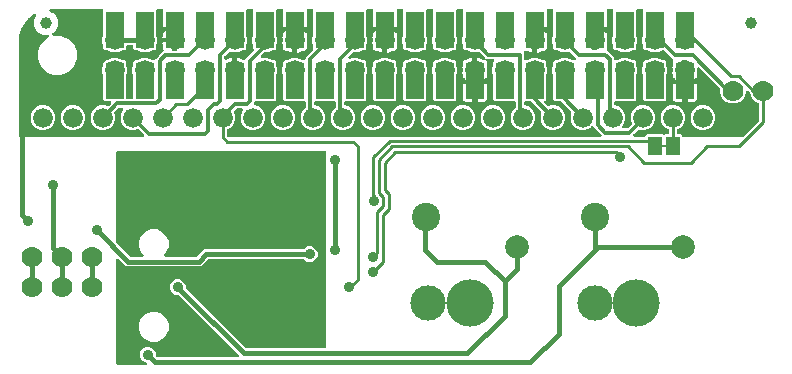
<source format=gbr>
G04 EAGLE Gerber RS-274X export*
G75*
%MOMM*%
%FSLAX34Y34*%
%LPD*%
%INBottom Copper*%
%IPPOS*%
%AMOC8*
5,1,8,0,0,1.08239X$1,22.5*%
G01*
%ADD10R,1.524000X3.048000*%
%ADD11C,1.676400*%
%ADD12C,1.000000*%
%ADD13C,3.000000*%
%ADD14C,2.400000*%
%ADD15C,4.000000*%
%ADD16C,2.000000*%
%ADD17C,1.778000*%
%ADD18R,1.168400X1.600200*%
%ADD19R,0.635000X0.203200*%
%ADD20C,0.304800*%
%ADD21C,0.406400*%
%ADD22C,0.906400*%
%ADD23C,0.254000*%

G36*
X109754Y2549D02*
X109754Y2549D01*
X109824Y2548D01*
X109912Y2569D01*
X110001Y2581D01*
X110066Y2606D01*
X110133Y2623D01*
X110213Y2665D01*
X110296Y2698D01*
X110353Y2739D01*
X110415Y2771D01*
X110481Y2832D01*
X110554Y2884D01*
X110598Y2938D01*
X110650Y2985D01*
X110699Y3060D01*
X110757Y3129D01*
X110786Y3193D01*
X110825Y3251D01*
X110854Y3336D01*
X110892Y3417D01*
X110905Y3486D01*
X110928Y3552D01*
X110935Y3641D01*
X110952Y3729D01*
X110948Y3799D01*
X110953Y3869D01*
X110938Y3957D01*
X110932Y4047D01*
X110911Y4113D01*
X110899Y4182D01*
X110862Y4264D01*
X110834Y4349D01*
X110797Y4408D01*
X110768Y4472D01*
X110712Y4542D01*
X110664Y4618D01*
X110613Y4666D01*
X110570Y4720D01*
X110498Y4775D01*
X110432Y4836D01*
X110371Y4870D01*
X110315Y4912D01*
X110171Y4983D01*
X108041Y5865D01*
X106195Y7711D01*
X105195Y10124D01*
X105195Y12736D01*
X106195Y15149D01*
X108041Y16995D01*
X110454Y17995D01*
X113066Y17995D01*
X115479Y16995D01*
X117325Y15149D01*
X118325Y12736D01*
X118325Y11139D01*
X118337Y11041D01*
X118340Y10942D01*
X118357Y10884D01*
X118365Y10824D01*
X118401Y10732D01*
X118429Y10637D01*
X118459Y10585D01*
X118482Y10528D01*
X118540Y10448D01*
X118590Y10363D01*
X118656Y10287D01*
X118668Y10271D01*
X118678Y10263D01*
X118696Y10242D01*
X119422Y9516D01*
X119500Y9456D01*
X119572Y9388D01*
X119625Y9359D01*
X119673Y9322D01*
X119764Y9282D01*
X119851Y9234D01*
X119909Y9219D01*
X119965Y9195D01*
X120063Y9180D01*
X120159Y9155D01*
X120259Y9149D01*
X120279Y9145D01*
X120291Y9147D01*
X120319Y9145D01*
X187783Y9145D01*
X187921Y9162D01*
X188059Y9175D01*
X188078Y9182D01*
X188098Y9185D01*
X188227Y9236D01*
X188359Y9283D01*
X188375Y9294D01*
X188394Y9302D01*
X188506Y9383D01*
X188622Y9462D01*
X188635Y9477D01*
X188651Y9488D01*
X188740Y9596D01*
X188832Y9700D01*
X188841Y9718D01*
X188854Y9733D01*
X188913Y9859D01*
X188977Y9983D01*
X188981Y10003D01*
X188990Y10021D01*
X189016Y10157D01*
X189046Y10294D01*
X189046Y10314D01*
X189049Y10333D01*
X189041Y10472D01*
X189036Y10611D01*
X189031Y10631D01*
X189030Y10651D01*
X188987Y10783D01*
X188948Y10917D01*
X188938Y10934D01*
X188932Y10953D01*
X188857Y11071D01*
X188786Y11191D01*
X188768Y11212D01*
X188761Y11222D01*
X188746Y11236D01*
X188680Y11312D01*
X188604Y11388D01*
X139658Y60334D01*
X138348Y61644D01*
X138270Y61704D01*
X138198Y61772D01*
X138145Y61801D01*
X138097Y61838D01*
X138006Y61878D01*
X137919Y61926D01*
X137861Y61941D01*
X137805Y61965D01*
X137707Y61980D01*
X137611Y62005D01*
X137511Y62011D01*
X137491Y62015D01*
X137479Y62013D01*
X137451Y62015D01*
X135854Y62015D01*
X133441Y63015D01*
X131595Y64861D01*
X130595Y67274D01*
X130595Y69886D01*
X131595Y72299D01*
X133441Y74145D01*
X135854Y75145D01*
X138466Y75145D01*
X140879Y74145D01*
X142725Y72299D01*
X143725Y69886D01*
X143725Y68289D01*
X143737Y68191D01*
X143740Y68092D01*
X143757Y68034D01*
X143765Y67974D01*
X143801Y67882D01*
X143829Y67787D01*
X143859Y67734D01*
X143882Y67678D01*
X143940Y67598D01*
X143990Y67513D01*
X144056Y67437D01*
X144068Y67421D01*
X144078Y67413D01*
X144096Y67392D01*
X145406Y66082D01*
X194352Y17136D01*
X194430Y17076D01*
X194502Y17008D01*
X194555Y16979D01*
X194603Y16942D01*
X194694Y16902D01*
X194781Y16854D01*
X194839Y16839D01*
X194895Y16815D01*
X194993Y16800D01*
X195089Y16775D01*
X195189Y16769D01*
X195209Y16765D01*
X195221Y16767D01*
X195249Y16765D01*
X261620Y16765D01*
X261738Y16780D01*
X261857Y16787D01*
X261895Y16800D01*
X261936Y16805D01*
X262046Y16848D01*
X262159Y16885D01*
X262194Y16907D01*
X262231Y16922D01*
X262327Y16991D01*
X262428Y17055D01*
X262456Y17085D01*
X262489Y17108D01*
X262565Y17200D01*
X262646Y17287D01*
X262666Y17322D01*
X262691Y17353D01*
X262742Y17461D01*
X262800Y17565D01*
X262810Y17605D01*
X262827Y17641D01*
X262849Y17758D01*
X262879Y17873D01*
X262883Y17933D01*
X262887Y17953D01*
X262885Y17974D01*
X262889Y18034D01*
X262889Y182880D01*
X262874Y182998D01*
X262867Y183117D01*
X262854Y183155D01*
X262849Y183196D01*
X262806Y183306D01*
X262769Y183419D01*
X262747Y183454D01*
X262732Y183491D01*
X262663Y183587D01*
X262599Y183688D01*
X262569Y183716D01*
X262546Y183749D01*
X262454Y183825D01*
X262367Y183906D01*
X262332Y183926D01*
X262301Y183951D01*
X262193Y184002D01*
X262089Y184060D01*
X262049Y184070D01*
X262013Y184087D01*
X261896Y184109D01*
X261781Y184139D01*
X261721Y184143D01*
X261701Y184147D01*
X261680Y184145D01*
X261620Y184149D01*
X86360Y184149D01*
X86242Y184134D01*
X86123Y184127D01*
X86085Y184114D01*
X86044Y184109D01*
X85934Y184066D01*
X85821Y184029D01*
X85786Y184007D01*
X85749Y183992D01*
X85653Y183923D01*
X85552Y183859D01*
X85524Y183829D01*
X85491Y183806D01*
X85416Y183714D01*
X85334Y183627D01*
X85314Y183592D01*
X85289Y183561D01*
X85238Y183453D01*
X85180Y183349D01*
X85170Y183309D01*
X85153Y183273D01*
X85131Y183156D01*
X85101Y183041D01*
X85097Y182981D01*
X85093Y182961D01*
X85095Y182940D01*
X85091Y182880D01*
X85091Y106603D01*
X85103Y106505D01*
X85106Y106406D01*
X85123Y106348D01*
X85131Y106288D01*
X85167Y106196D01*
X85195Y106101D01*
X85225Y106049D01*
X85248Y105992D01*
X85306Y105912D01*
X85356Y105827D01*
X85422Y105751D01*
X85434Y105735D01*
X85444Y105727D01*
X85462Y105706D01*
X96562Y94606D01*
X96640Y94546D01*
X96712Y94478D01*
X96765Y94449D01*
X96813Y94412D01*
X96904Y94372D01*
X96991Y94324D01*
X97049Y94309D01*
X97105Y94285D01*
X97203Y94270D01*
X97299Y94245D01*
X97399Y94239D01*
X97419Y94235D01*
X97431Y94237D01*
X97459Y94235D01*
X106806Y94235D01*
X106944Y94252D01*
X107082Y94265D01*
X107101Y94272D01*
X107121Y94275D01*
X107251Y94326D01*
X107381Y94373D01*
X107398Y94384D01*
X107417Y94392D01*
X107529Y94473D01*
X107645Y94551D01*
X107658Y94567D01*
X107674Y94578D01*
X107763Y94686D01*
X107855Y94790D01*
X107864Y94808D01*
X107877Y94823D01*
X107936Y94949D01*
X108000Y95073D01*
X108004Y95093D01*
X108013Y95111D01*
X108039Y95248D01*
X108069Y95383D01*
X108069Y95404D01*
X108072Y95423D01*
X108064Y95562D01*
X108060Y95701D01*
X108054Y95721D01*
X108053Y95741D01*
X108010Y95873D01*
X107971Y96007D01*
X107961Y96024D01*
X107955Y96043D01*
X107880Y96161D01*
X107810Y96281D01*
X107791Y96302D01*
X107785Y96312D01*
X107770Y96326D01*
X107703Y96401D01*
X106208Y97896D01*
X104299Y102505D01*
X104299Y107495D01*
X106208Y112104D01*
X109736Y115632D01*
X114345Y117541D01*
X119335Y117541D01*
X123944Y115632D01*
X127472Y112104D01*
X129381Y107495D01*
X129381Y102505D01*
X127472Y97896D01*
X125977Y96401D01*
X125891Y96292D01*
X125803Y96185D01*
X125794Y96166D01*
X125782Y96150D01*
X125726Y96022D01*
X125667Y95897D01*
X125664Y95877D01*
X125655Y95858D01*
X125634Y95720D01*
X125608Y95584D01*
X125609Y95564D01*
X125606Y95544D01*
X125619Y95405D01*
X125627Y95267D01*
X125634Y95248D01*
X125635Y95228D01*
X125683Y95096D01*
X125725Y94965D01*
X125736Y94947D01*
X125743Y94928D01*
X125821Y94813D01*
X125895Y94696D01*
X125910Y94682D01*
X125922Y94665D01*
X126026Y94573D01*
X126127Y94478D01*
X126145Y94468D01*
X126160Y94455D01*
X126284Y94391D01*
X126406Y94324D01*
X126425Y94319D01*
X126443Y94310D01*
X126579Y94280D01*
X126714Y94245D01*
X126742Y94243D01*
X126754Y94240D01*
X126774Y94241D01*
X126874Y94235D01*
X152731Y94235D01*
X152829Y94247D01*
X152928Y94250D01*
X152986Y94267D01*
X153046Y94275D01*
X153138Y94311D01*
X153233Y94339D01*
X153285Y94369D01*
X153342Y94392D01*
X153422Y94450D01*
X153507Y94500D01*
X153583Y94566D01*
X153599Y94578D01*
X153607Y94588D01*
X153628Y94606D01*
X159606Y100585D01*
X243175Y100585D01*
X243273Y100597D01*
X243372Y100600D01*
X243430Y100617D01*
X243491Y100625D01*
X243583Y100661D01*
X243678Y100689D01*
X243730Y100719D01*
X243786Y100742D01*
X243866Y100800D01*
X243952Y100850D01*
X244027Y100916D01*
X244044Y100928D01*
X244051Y100938D01*
X244073Y100956D01*
X245201Y102085D01*
X247614Y103085D01*
X250226Y103085D01*
X252639Y102085D01*
X254485Y100239D01*
X255485Y97826D01*
X255485Y95214D01*
X254485Y92801D01*
X252639Y90955D01*
X250226Y89955D01*
X247614Y89955D01*
X245201Y90955D01*
X244073Y92084D01*
X243994Y92144D01*
X243922Y92212D01*
X243869Y92241D01*
X243821Y92278D01*
X243730Y92318D01*
X243644Y92366D01*
X243585Y92381D01*
X243529Y92405D01*
X243431Y92420D01*
X243336Y92445D01*
X243236Y92451D01*
X243215Y92455D01*
X243203Y92453D01*
X243175Y92455D01*
X163499Y92455D01*
X163401Y92443D01*
X163302Y92440D01*
X163244Y92423D01*
X163184Y92415D01*
X163092Y92379D01*
X162997Y92351D01*
X162945Y92321D01*
X162888Y92298D01*
X162808Y92240D01*
X162723Y92190D01*
X162647Y92124D01*
X162631Y92112D01*
X162623Y92102D01*
X162602Y92084D01*
X156624Y86105D01*
X93566Y86105D01*
X87257Y92414D01*
X87148Y92499D01*
X87041Y92588D01*
X87022Y92597D01*
X87006Y92609D01*
X86878Y92664D01*
X86753Y92724D01*
X86733Y92727D01*
X86714Y92735D01*
X86576Y92757D01*
X86440Y92783D01*
X86420Y92782D01*
X86400Y92785D01*
X86261Y92772D01*
X86123Y92764D01*
X86104Y92757D01*
X86084Y92755D01*
X85952Y92708D01*
X85821Y92666D01*
X85803Y92655D01*
X85784Y92648D01*
X85669Y92570D01*
X85552Y92495D01*
X85538Y92481D01*
X85521Y92469D01*
X85429Y92365D01*
X85334Y92264D01*
X85324Y92246D01*
X85311Y92231D01*
X85247Y92107D01*
X85180Y91985D01*
X85175Y91966D01*
X85166Y91948D01*
X85136Y91812D01*
X85101Y91677D01*
X85099Y91649D01*
X85096Y91637D01*
X85097Y91617D01*
X85091Y91517D01*
X85091Y3810D01*
X85106Y3692D01*
X85113Y3573D01*
X85126Y3535D01*
X85131Y3494D01*
X85174Y3384D01*
X85211Y3271D01*
X85233Y3236D01*
X85248Y3199D01*
X85317Y3103D01*
X85381Y3002D01*
X85411Y2974D01*
X85434Y2941D01*
X85526Y2865D01*
X85613Y2784D01*
X85648Y2764D01*
X85679Y2739D01*
X85787Y2688D01*
X85891Y2630D01*
X85931Y2620D01*
X85967Y2603D01*
X86084Y2581D01*
X86199Y2551D01*
X86259Y2547D01*
X86279Y2543D01*
X86300Y2545D01*
X86360Y2541D01*
X109685Y2541D01*
X109754Y2549D01*
G37*
G36*
X314827Y195593D02*
X314827Y195593D01*
X314926Y195596D01*
X314984Y195613D01*
X315044Y195621D01*
X315136Y195657D01*
X315231Y195685D01*
X315283Y195715D01*
X315340Y195738D01*
X315420Y195796D01*
X315486Y195835D01*
X494571Y195835D01*
X494709Y195852D01*
X494847Y195865D01*
X494866Y195872D01*
X494887Y195875D01*
X495016Y195926D01*
X495147Y195973D01*
X495164Y195984D01*
X495182Y195992D01*
X495295Y196073D01*
X495410Y196151D01*
X495423Y196167D01*
X495440Y196178D01*
X495528Y196286D01*
X495620Y196390D01*
X495630Y196408D01*
X495642Y196423D01*
X495702Y196549D01*
X495765Y196673D01*
X495769Y196693D01*
X495778Y196711D01*
X495804Y196847D01*
X495835Y196983D01*
X495834Y197004D01*
X495838Y197023D01*
X495829Y197162D01*
X495825Y197301D01*
X495819Y197321D01*
X495818Y197341D01*
X495775Y197473D01*
X495736Y197607D01*
X495726Y197624D01*
X495720Y197643D01*
X495645Y197761D01*
X495575Y197881D01*
X495556Y197902D01*
X495550Y197912D01*
X495535Y197926D01*
X495469Y198002D01*
X495182Y198288D01*
X495182Y198289D01*
X488982Y204488D01*
X488888Y204561D01*
X488799Y204640D01*
X488763Y204658D01*
X488731Y204683D01*
X488621Y204731D01*
X488515Y204785D01*
X488476Y204793D01*
X488439Y204809D01*
X488321Y204828D01*
X488205Y204854D01*
X488165Y204853D01*
X488125Y204859D01*
X488006Y204848D01*
X487887Y204845D01*
X487848Y204833D01*
X487808Y204830D01*
X487696Y204789D01*
X487582Y204756D01*
X487547Y204736D01*
X487509Y204722D01*
X487410Y204655D01*
X487308Y204595D01*
X487262Y204555D01*
X487246Y204543D01*
X487232Y204528D01*
X487187Y204488D01*
X485959Y203261D01*
X482132Y201675D01*
X477988Y201675D01*
X474161Y203261D01*
X471231Y206191D01*
X469645Y210018D01*
X469645Y214162D01*
X470291Y215721D01*
X470299Y215749D01*
X470312Y215776D01*
X470341Y215902D01*
X470375Y216028D01*
X470376Y216057D01*
X470382Y216086D01*
X470378Y216216D01*
X470380Y216346D01*
X470373Y216374D01*
X470372Y216404D01*
X470336Y216528D01*
X470306Y216655D01*
X470292Y216681D01*
X470284Y216709D01*
X470218Y216821D01*
X470157Y216936D01*
X470137Y216958D01*
X470122Y216983D01*
X470016Y217104D01*
X461371Y225750D01*
X461292Y225810D01*
X461220Y225878D01*
X461167Y225907D01*
X461119Y225944D01*
X461028Y225984D01*
X460942Y226032D01*
X460883Y226047D01*
X460827Y226071D01*
X460729Y226086D01*
X460634Y226111D01*
X460534Y226117D01*
X460513Y226121D01*
X460501Y226119D01*
X460473Y226121D01*
X456234Y226121D01*
X455043Y227312D01*
X455043Y248146D01*
X455042Y248155D01*
X455043Y248164D01*
X455022Y248313D01*
X455003Y248461D01*
X455000Y248470D01*
X454999Y248479D01*
X454947Y248632D01*
X454285Y250228D01*
X454285Y254372D01*
X454947Y255968D01*
X454949Y255977D01*
X454954Y255985D01*
X454991Y256131D01*
X455031Y256275D01*
X455031Y256284D01*
X455033Y256293D01*
X455043Y256454D01*
X455043Y259476D01*
X456234Y260667D01*
X457812Y260667D01*
X457911Y260679D01*
X458010Y260682D01*
X458068Y260699D01*
X458128Y260707D01*
X458220Y260743D01*
X458315Y260771D01*
X458367Y260801D01*
X458424Y260824D01*
X458504Y260882D01*
X458589Y260932D01*
X458664Y260998D01*
X458681Y261010D01*
X458689Y261020D01*
X458710Y261038D01*
X458801Y261129D01*
X462628Y262715D01*
X466772Y262715D01*
X470599Y261129D01*
X470690Y261038D01*
X470768Y260978D01*
X470841Y260910D01*
X470894Y260881D01*
X470941Y260844D01*
X471032Y260804D01*
X471119Y260756D01*
X471178Y260741D01*
X471233Y260717D01*
X471331Y260702D01*
X471427Y260677D01*
X471527Y260671D01*
X471547Y260667D01*
X471560Y260669D01*
X471588Y260667D01*
X473289Y260667D01*
X473427Y260684D01*
X473565Y260697D01*
X473585Y260704D01*
X473605Y260707D01*
X473734Y260758D01*
X473865Y260805D01*
X473882Y260816D01*
X473900Y260824D01*
X474013Y260905D01*
X474128Y260983D01*
X474141Y260999D01*
X474158Y261010D01*
X474246Y261118D01*
X474338Y261222D01*
X474348Y261240D01*
X474360Y261255D01*
X474420Y261381D01*
X474483Y261505D01*
X474487Y261525D01*
X474496Y261543D01*
X474522Y261679D01*
X474553Y261815D01*
X474552Y261836D01*
X474556Y261855D01*
X474547Y261994D01*
X474543Y262133D01*
X474537Y262153D01*
X474536Y262173D01*
X474493Y262305D01*
X474455Y262439D01*
X474444Y262456D01*
X474438Y262475D01*
X474364Y262593D01*
X474293Y262713D01*
X474274Y262734D01*
X474268Y262744D01*
X474253Y262758D01*
X474187Y262833D01*
X469467Y267553D01*
X469443Y267572D01*
X469424Y267594D01*
X469318Y267669D01*
X469215Y267748D01*
X469188Y267760D01*
X469164Y267777D01*
X469043Y267823D01*
X468923Y267875D01*
X468894Y267879D01*
X468867Y267890D01*
X468738Y267904D01*
X468609Y267925D01*
X468580Y267922D01*
X468551Y267925D01*
X468422Y267907D01*
X468293Y267895D01*
X468265Y267885D01*
X468236Y267881D01*
X468083Y267829D01*
X466772Y267285D01*
X462628Y267285D01*
X458801Y268871D01*
X458742Y268930D01*
X458664Y268990D01*
X458591Y269058D01*
X458538Y269087D01*
X458491Y269124D01*
X458400Y269164D01*
X458313Y269212D01*
X458254Y269227D01*
X458199Y269251D01*
X458101Y269266D01*
X458005Y269291D01*
X457905Y269297D01*
X457885Y269301D01*
X457872Y269299D01*
X457844Y269301D01*
X456234Y269301D01*
X455043Y270492D01*
X455043Y273546D01*
X455042Y273555D01*
X455043Y273564D01*
X455022Y273713D01*
X455003Y273861D01*
X455000Y273870D01*
X454999Y273879D01*
X454947Y274032D01*
X454285Y275628D01*
X454285Y279772D01*
X454947Y281368D01*
X454949Y281377D01*
X454954Y281385D01*
X454991Y281531D01*
X455031Y281675D01*
X455031Y281684D01*
X455033Y281693D01*
X455040Y281807D01*
X455041Y281809D01*
X455041Y281812D01*
X455043Y281854D01*
X455043Y302794D01*
X455028Y302912D01*
X455021Y303031D01*
X455008Y303069D01*
X455003Y303110D01*
X454960Y303220D01*
X454923Y303333D01*
X454901Y303368D01*
X454886Y303405D01*
X454817Y303501D01*
X454753Y303602D01*
X454723Y303630D01*
X454700Y303663D01*
X454608Y303739D01*
X454521Y303820D01*
X454486Y303840D01*
X454455Y303865D01*
X454347Y303916D01*
X454243Y303974D01*
X454203Y303984D01*
X454167Y304001D01*
X454050Y304023D01*
X453935Y304053D01*
X453875Y304057D01*
X453855Y304061D01*
X453834Y304059D01*
X453774Y304063D01*
X450598Y304063D01*
X450473Y304047D01*
X450348Y304038D01*
X450316Y304028D01*
X450282Y304023D01*
X450165Y303977D01*
X450046Y303937D01*
X450018Y303919D01*
X449987Y303906D01*
X449885Y303832D01*
X449779Y303764D01*
X449757Y303739D01*
X449729Y303720D01*
X449649Y303623D01*
X449564Y303530D01*
X449548Y303501D01*
X449526Y303475D01*
X449473Y303361D01*
X449413Y303250D01*
X449405Y303217D01*
X449391Y303187D01*
X449367Y303064D01*
X449337Y302941D01*
X449337Y302908D01*
X449331Y302875D01*
X449339Y302749D01*
X449340Y302623D01*
X449350Y302575D01*
X449351Y302557D01*
X449357Y302537D01*
X449372Y302465D01*
X449457Y302149D01*
X449457Y289113D01*
X446080Y289113D01*
X446001Y289103D01*
X445922Y289103D01*
X445844Y289083D01*
X445765Y289073D01*
X445691Y289044D01*
X445613Y289024D01*
X445543Y288986D01*
X445469Y288956D01*
X445405Y288910D01*
X445335Y288871D01*
X445276Y288816D01*
X445212Y288769D01*
X445161Y288708D01*
X445103Y288654D01*
X445060Y288586D01*
X445009Y288524D01*
X444975Y288452D01*
X444932Y288385D01*
X444907Y288309D01*
X444873Y288237D01*
X444858Y288159D01*
X444834Y288083D01*
X444829Y288003D01*
X444814Y287924D01*
X444819Y287845D01*
X444813Y287765D01*
X444828Y287687D01*
X444833Y287607D01*
X444858Y287531D01*
X444873Y287453D01*
X444907Y287381D01*
X444931Y287304D01*
X444974Y287237D01*
X445008Y287165D01*
X445059Y287103D01*
X445102Y287036D01*
X445160Y286981D01*
X445210Y286920D01*
X445332Y286819D01*
X445333Y286818D01*
X445334Y286817D01*
X446416Y286031D01*
X447631Y284816D01*
X447819Y284558D01*
X447846Y284529D01*
X447867Y284496D01*
X447954Y284414D01*
X448036Y284326D01*
X448070Y284305D01*
X448098Y284278D01*
X448203Y284220D01*
X448305Y284156D01*
X448342Y284143D01*
X448377Y284124D01*
X448493Y284095D01*
X448607Y284057D01*
X448647Y284055D01*
X448685Y284045D01*
X448845Y284035D01*
X449457Y284035D01*
X449457Y281989D01*
X449472Y281871D01*
X449479Y281752D01*
X449494Y281693D01*
X449497Y281673D01*
X449504Y281654D01*
X449519Y281596D01*
X449954Y280258D01*
X450036Y279736D01*
X450019Y279723D01*
X449918Y279659D01*
X449890Y279629D01*
X449857Y279606D01*
X449781Y279514D01*
X449700Y279427D01*
X449680Y279392D01*
X449655Y279361D01*
X449604Y279253D01*
X449546Y279149D01*
X449536Y279109D01*
X449519Y279073D01*
X449497Y278956D01*
X449467Y278841D01*
X449463Y278781D01*
X449459Y278761D01*
X449461Y278740D01*
X449457Y278680D01*
X449457Y276720D01*
X449472Y276602D01*
X449479Y276483D01*
X449492Y276445D01*
X449497Y276404D01*
X449540Y276294D01*
X449577Y276181D01*
X449599Y276146D01*
X449614Y276109D01*
X449683Y276012D01*
X449747Y275912D01*
X449777Y275884D01*
X449800Y275851D01*
X449892Y275775D01*
X449979Y275694D01*
X450014Y275674D01*
X450035Y275657D01*
X449954Y275142D01*
X449519Y273804D01*
X449497Y273687D01*
X449467Y273572D01*
X449463Y273512D01*
X449459Y273491D01*
X449461Y273471D01*
X449457Y273411D01*
X449457Y271000D01*
X449284Y270353D01*
X448949Y269774D01*
X448476Y269301D01*
X447897Y268966D01*
X447250Y268793D01*
X446036Y268793D01*
X445872Y268773D01*
X445722Y268754D01*
X445721Y268754D01*
X445721Y268753D01*
X445562Y268691D01*
X445426Y268637D01*
X445425Y268637D01*
X445425Y268636D01*
X445424Y268636D01*
X445290Y268551D01*
X445025Y268358D01*
X443493Y267577D01*
X441858Y267046D01*
X441549Y266997D01*
X441549Y276720D01*
X441534Y276838D01*
X441527Y276957D01*
X441514Y276995D01*
X441509Y277035D01*
X441466Y277146D01*
X441429Y277259D01*
X441407Y277293D01*
X441392Y277331D01*
X441323Y277427D01*
X441259Y277528D01*
X441229Y277556D01*
X441206Y277588D01*
X441114Y277664D01*
X441080Y277696D01*
X441088Y277701D01*
X441116Y277731D01*
X441149Y277755D01*
X441225Y277846D01*
X441306Y277933D01*
X441326Y277968D01*
X441351Y278000D01*
X441402Y278107D01*
X441460Y278212D01*
X441470Y278251D01*
X441487Y278287D01*
X441509Y278404D01*
X441539Y278520D01*
X441543Y278580D01*
X441547Y278600D01*
X441545Y278620D01*
X441549Y278680D01*
X441549Y285304D01*
X441534Y285422D01*
X441527Y285541D01*
X441514Y285579D01*
X441509Y285619D01*
X441466Y285730D01*
X441429Y285843D01*
X441407Y285878D01*
X441392Y285915D01*
X441323Y286011D01*
X441259Y286112D01*
X441229Y286140D01*
X441206Y286172D01*
X441114Y286248D01*
X441027Y286330D01*
X440992Y286349D01*
X440961Y286375D01*
X440853Y286426D01*
X440749Y286483D01*
X440709Y286494D01*
X440673Y286511D01*
X440556Y286533D01*
X440441Y286563D01*
X440381Y286567D01*
X440361Y286571D01*
X440340Y286569D01*
X440280Y286573D01*
X438320Y286573D01*
X438202Y286558D01*
X438083Y286551D01*
X438045Y286538D01*
X438004Y286533D01*
X437894Y286489D01*
X437781Y286453D01*
X437746Y286431D01*
X437709Y286416D01*
X437612Y286346D01*
X437512Y286283D01*
X437484Y286253D01*
X437451Y286229D01*
X437375Y286138D01*
X437294Y286051D01*
X437274Y286016D01*
X437249Y285984D01*
X437198Y285877D01*
X437140Y285773D01*
X437130Y285733D01*
X437113Y285697D01*
X437091Y285580D01*
X437061Y285465D01*
X437057Y285404D01*
X437053Y285384D01*
X437055Y285364D01*
X437051Y285304D01*
X437051Y278680D01*
X437066Y278562D01*
X437073Y278443D01*
X437085Y278405D01*
X437091Y278365D01*
X437134Y278254D01*
X437171Y278141D01*
X437193Y278107D01*
X437208Y278069D01*
X437277Y277973D01*
X437341Y277872D01*
X437371Y277844D01*
X437394Y277812D01*
X437486Y277736D01*
X437520Y277704D01*
X437512Y277699D01*
X437484Y277669D01*
X437451Y277645D01*
X437375Y277554D01*
X437294Y277467D01*
X437274Y277432D01*
X437249Y277400D01*
X437198Y277293D01*
X437140Y277188D01*
X437130Y277149D01*
X437113Y277113D01*
X437091Y276996D01*
X437061Y276880D01*
X437057Y276820D01*
X437053Y276800D01*
X437055Y276780D01*
X437051Y276720D01*
X437051Y266997D01*
X436742Y267046D01*
X435107Y267577D01*
X433575Y268358D01*
X433310Y268551D01*
X433166Y268630D01*
X433032Y268704D01*
X433031Y268704D01*
X432867Y268746D01*
X432725Y268783D01*
X432724Y268783D01*
X432723Y268783D01*
X432722Y268783D01*
X432564Y268793D01*
X431451Y268793D01*
X431313Y268776D01*
X431174Y268763D01*
X431155Y268756D01*
X431135Y268753D01*
X431006Y268702D01*
X430875Y268655D01*
X430858Y268644D01*
X430840Y268636D01*
X430727Y268555D01*
X430612Y268476D01*
X430599Y268461D01*
X430582Y268450D01*
X430494Y268343D01*
X430402Y268238D01*
X430392Y268220D01*
X430380Y268205D01*
X430320Y268079D01*
X430257Y267955D01*
X430253Y267935D01*
X430244Y267917D01*
X430218Y267781D01*
X430187Y267644D01*
X430188Y267624D01*
X430184Y267605D01*
X430193Y267466D01*
X430197Y267327D01*
X430203Y267307D01*
X430204Y267287D01*
X430247Y267155D01*
X430277Y267052D01*
X430277Y261936D01*
X430292Y261818D01*
X430299Y261699D01*
X430312Y261661D01*
X430317Y261620D01*
X430360Y261510D01*
X430397Y261397D01*
X430419Y261362D01*
X430434Y261325D01*
X430503Y261229D01*
X430567Y261128D01*
X430597Y261100D01*
X430620Y261067D01*
X430712Y260991D01*
X430799Y260910D01*
X430834Y260890D01*
X430865Y260865D01*
X430973Y260814D01*
X431077Y260756D01*
X431117Y260746D01*
X431153Y260729D01*
X431270Y260707D01*
X431385Y260677D01*
X431445Y260673D01*
X431465Y260669D01*
X431486Y260671D01*
X431546Y260667D01*
X432412Y260667D01*
X432511Y260679D01*
X432610Y260682D01*
X432668Y260699D01*
X432728Y260707D01*
X432820Y260743D01*
X432915Y260771D01*
X432967Y260801D01*
X433024Y260824D01*
X433104Y260882D01*
X433189Y260932D01*
X433264Y260998D01*
X433281Y261010D01*
X433289Y261020D01*
X433310Y261038D01*
X433401Y261129D01*
X437228Y262715D01*
X441372Y262715D01*
X445199Y261129D01*
X445290Y261038D01*
X445368Y260978D01*
X445441Y260910D01*
X445494Y260881D01*
X445541Y260844D01*
X445632Y260804D01*
X445719Y260756D01*
X445778Y260741D01*
X445833Y260717D01*
X445931Y260702D01*
X446027Y260677D01*
X446127Y260671D01*
X446147Y260667D01*
X446160Y260669D01*
X446188Y260667D01*
X447758Y260667D01*
X448949Y259476D01*
X448949Y256473D01*
X448950Y256464D01*
X448949Y256455D01*
X448968Y256321D01*
X448971Y256268D01*
X448977Y256249D01*
X448989Y256158D01*
X448992Y256149D01*
X448993Y256140D01*
X449045Y255988D01*
X449715Y254372D01*
X449715Y250228D01*
X449045Y248612D01*
X449043Y248603D01*
X449038Y248595D01*
X449001Y248450D01*
X448961Y248306D01*
X448961Y248296D01*
X448959Y248287D01*
X448949Y248127D01*
X448949Y227312D01*
X447606Y225969D01*
X447533Y225875D01*
X447454Y225786D01*
X447436Y225750D01*
X447411Y225718D01*
X447364Y225608D01*
X447309Y225503D01*
X447301Y225463D01*
X447285Y225426D01*
X447266Y225308D01*
X447240Y225192D01*
X447241Y225152D01*
X447235Y225112D01*
X447246Y224993D01*
X447249Y224874D01*
X447261Y224836D01*
X447265Y224795D01*
X447305Y224683D01*
X447338Y224569D01*
X447358Y224534D01*
X447372Y224496D01*
X447439Y224397D01*
X447499Y224295D01*
X447539Y224250D01*
X447551Y224233D01*
X447566Y224219D01*
X447606Y224174D01*
X449646Y222134D01*
X449669Y222116D01*
X449688Y222093D01*
X449794Y222019D01*
X449897Y221939D01*
X449924Y221927D01*
X449948Y221910D01*
X450070Y221864D01*
X450189Y221813D01*
X450218Y221808D01*
X450246Y221798D01*
X450375Y221783D01*
X450503Y221763D01*
X450533Y221766D01*
X450562Y221762D01*
X450690Y221781D01*
X450820Y221793D01*
X450848Y221803D01*
X450877Y221807D01*
X451029Y221859D01*
X452588Y222505D01*
X456732Y222505D01*
X460559Y220919D01*
X463489Y217989D01*
X465075Y214162D01*
X465075Y210018D01*
X463489Y206191D01*
X460559Y203261D01*
X456732Y201675D01*
X452588Y201675D01*
X448761Y203261D01*
X445831Y206191D01*
X444245Y210018D01*
X444245Y214162D01*
X444891Y215721D01*
X444899Y215749D01*
X444912Y215776D01*
X444941Y215902D01*
X444975Y216028D01*
X444976Y216057D01*
X444982Y216086D01*
X444978Y216216D01*
X444980Y216346D01*
X444973Y216374D01*
X444972Y216404D01*
X444936Y216528D01*
X444906Y216655D01*
X444892Y216681D01*
X444884Y216709D01*
X444818Y216821D01*
X444757Y216936D01*
X444737Y216958D01*
X444722Y216983D01*
X444616Y217104D01*
X435971Y225750D01*
X435892Y225810D01*
X435820Y225878D01*
X435767Y225907D01*
X435719Y225944D01*
X435628Y225984D01*
X435542Y226032D01*
X435483Y226047D01*
X435427Y226071D01*
X435329Y226086D01*
X435234Y226111D01*
X435134Y226117D01*
X435113Y226121D01*
X435101Y226119D01*
X435073Y226121D01*
X431546Y226121D01*
X431428Y226106D01*
X431309Y226099D01*
X431271Y226086D01*
X431230Y226081D01*
X431120Y226038D01*
X431007Y226001D01*
X430972Y225979D01*
X430935Y225964D01*
X430839Y225895D01*
X430738Y225831D01*
X430710Y225801D01*
X430677Y225778D01*
X430601Y225686D01*
X430520Y225599D01*
X430500Y225564D01*
X430475Y225533D01*
X430424Y225425D01*
X430366Y225321D01*
X430356Y225281D01*
X430339Y225245D01*
X430317Y225128D01*
X430287Y225013D01*
X430283Y224953D01*
X430279Y224933D01*
X430281Y224912D01*
X430277Y224852D01*
X430277Y223774D01*
X430292Y223656D01*
X430299Y223537D01*
X430312Y223499D01*
X430317Y223458D01*
X430360Y223348D01*
X430397Y223235D01*
X430419Y223200D01*
X430434Y223163D01*
X430503Y223067D01*
X430567Y222966D01*
X430597Y222938D01*
X430620Y222905D01*
X430712Y222829D01*
X430799Y222748D01*
X430834Y222728D01*
X430865Y222703D01*
X430973Y222652D01*
X431077Y222594D01*
X431117Y222584D01*
X431153Y222567D01*
X431205Y222557D01*
X435159Y220919D01*
X438089Y217989D01*
X439675Y214162D01*
X439675Y210018D01*
X438089Y206191D01*
X435159Y203261D01*
X431332Y201675D01*
X427188Y201675D01*
X423361Y203261D01*
X420431Y206191D01*
X418845Y210018D01*
X418845Y214162D01*
X420431Y217989D01*
X422792Y220350D01*
X422852Y220428D01*
X422920Y220501D01*
X422949Y220554D01*
X422986Y220601D01*
X423026Y220692D01*
X423074Y220779D01*
X423089Y220838D01*
X423113Y220893D01*
X423128Y220991D01*
X423153Y221087D01*
X423159Y221187D01*
X423163Y221207D01*
X423161Y221220D01*
X423163Y221248D01*
X423163Y224852D01*
X423148Y224970D01*
X423141Y225089D01*
X423128Y225127D01*
X423123Y225168D01*
X423080Y225278D01*
X423043Y225391D01*
X423021Y225426D01*
X423006Y225463D01*
X422937Y225559D01*
X422873Y225660D01*
X422843Y225688D01*
X422820Y225721D01*
X422728Y225797D01*
X422641Y225878D01*
X422606Y225898D01*
X422575Y225923D01*
X422467Y225974D01*
X422363Y226032D01*
X422323Y226042D01*
X422287Y226059D01*
X422170Y226081D01*
X422055Y226111D01*
X421995Y226115D01*
X421975Y226119D01*
X421954Y226117D01*
X421894Y226121D01*
X405434Y226121D01*
X404243Y227312D01*
X404243Y248146D01*
X404242Y248155D01*
X404243Y248164D01*
X404222Y248313D01*
X404203Y248461D01*
X404200Y248470D01*
X404199Y248479D01*
X404147Y248632D01*
X403485Y250228D01*
X403485Y254372D01*
X404147Y255968D01*
X404149Y255977D01*
X404154Y255985D01*
X404191Y256131D01*
X404231Y256275D01*
X404231Y256284D01*
X404233Y256293D01*
X404243Y256454D01*
X404243Y259476D01*
X404474Y259706D01*
X404559Y259816D01*
X404648Y259923D01*
X404656Y259942D01*
X404669Y259958D01*
X404724Y260086D01*
X404783Y260211D01*
X404787Y260231D01*
X404795Y260250D01*
X404817Y260388D01*
X404843Y260524D01*
X404842Y260544D01*
X404845Y260564D01*
X404832Y260703D01*
X404823Y260841D01*
X404817Y260860D01*
X404815Y260880D01*
X404768Y261011D01*
X404725Y261143D01*
X404714Y261161D01*
X404708Y261180D01*
X404630Y261294D01*
X404555Y261412D01*
X404540Y261426D01*
X404529Y261443D01*
X404425Y261535D01*
X404323Y261630D01*
X404306Y261640D01*
X404291Y261653D01*
X404167Y261716D01*
X404045Y261784D01*
X404025Y261789D01*
X404007Y261798D01*
X403871Y261828D01*
X403737Y261863D01*
X403709Y261865D01*
X403697Y261868D01*
X403677Y261867D01*
X403576Y261873D01*
X399378Y261873D01*
X399247Y261857D01*
X399115Y261846D01*
X399089Y261837D01*
X399062Y261833D01*
X398940Y261785D01*
X398814Y261741D01*
X398792Y261726D01*
X398767Y261716D01*
X398660Y261639D01*
X398549Y261565D01*
X398531Y261545D01*
X398509Y261530D01*
X398425Y261428D01*
X398336Y261329D01*
X398324Y261305D01*
X398307Y261285D01*
X398250Y261165D01*
X398189Y261047D01*
X398183Y261021D01*
X398171Y260997D01*
X398146Y260867D01*
X398116Y260738D01*
X398116Y260711D01*
X398111Y260685D01*
X398119Y260553D01*
X398122Y260420D01*
X398129Y260394D01*
X398131Y260367D01*
X398172Y260241D01*
X398207Y260114D01*
X398224Y260079D01*
X398229Y260065D01*
X398241Y260046D01*
X398279Y259969D01*
X398484Y259615D01*
X398657Y258968D01*
X398657Y256589D01*
X398672Y256471D01*
X398679Y256352D01*
X398694Y256293D01*
X398697Y256273D01*
X398704Y256254D01*
X398719Y256196D01*
X399154Y254858D01*
X399236Y254336D01*
X399219Y254323D01*
X399118Y254259D01*
X399090Y254229D01*
X399057Y254206D01*
X398981Y254114D01*
X398900Y254027D01*
X398880Y253992D01*
X398855Y253961D01*
X398804Y253853D01*
X398746Y253749D01*
X398736Y253709D01*
X398719Y253673D01*
X398697Y253556D01*
X398667Y253441D01*
X398663Y253381D01*
X398659Y253361D01*
X398661Y253340D01*
X398657Y253280D01*
X398657Y251320D01*
X398672Y251202D01*
X398679Y251083D01*
X398692Y251045D01*
X398697Y251004D01*
X398740Y250894D01*
X398777Y250781D01*
X398799Y250746D01*
X398814Y250709D01*
X398883Y250612D01*
X398947Y250512D01*
X398977Y250484D01*
X399000Y250451D01*
X399092Y250375D01*
X399179Y250294D01*
X399214Y250274D01*
X399235Y250257D01*
X399154Y249742D01*
X398719Y248404D01*
X398697Y248287D01*
X398667Y248172D01*
X398663Y248112D01*
X398659Y248091D01*
X398661Y248071D01*
X398657Y248011D01*
X398657Y245933D01*
X398022Y245933D01*
X397983Y245928D01*
X397944Y245931D01*
X397826Y245908D01*
X397707Y245893D01*
X397670Y245879D01*
X397631Y245871D01*
X397522Y245820D01*
X397411Y245776D01*
X397379Y245753D01*
X397343Y245736D01*
X397251Y245660D01*
X397154Y245589D01*
X397128Y245559D01*
X397098Y245534D01*
X396995Y245410D01*
X396831Y245184D01*
X395616Y243969D01*
X394490Y243151D01*
X394432Y243096D01*
X394368Y243050D01*
X394317Y242988D01*
X394258Y242933D01*
X394216Y242866D01*
X394165Y242805D01*
X394131Y242732D01*
X394088Y242665D01*
X394063Y242589D01*
X394029Y242517D01*
X394014Y242438D01*
X393989Y242362D01*
X393984Y242283D01*
X393969Y242205D01*
X393974Y242125D01*
X393969Y242045D01*
X393984Y241967D01*
X393989Y241887D01*
X394014Y241811D01*
X394029Y241732D01*
X394063Y241660D01*
X394087Y241585D01*
X394130Y241517D01*
X394164Y241445D01*
X394215Y241383D01*
X394257Y241316D01*
X394316Y241261D01*
X394367Y241199D01*
X394431Y241153D01*
X394489Y241098D01*
X394559Y241059D01*
X394624Y241012D01*
X394698Y240983D01*
X394768Y240944D01*
X394845Y240925D01*
X394919Y240895D01*
X394998Y240885D01*
X395075Y240865D01*
X395233Y240855D01*
X395235Y240855D01*
X395236Y240855D01*
X398657Y240855D01*
X398657Y227820D01*
X398484Y227173D01*
X398149Y226594D01*
X397676Y226121D01*
X397097Y225786D01*
X396450Y225613D01*
X391035Y225613D01*
X391035Y240157D01*
X391028Y240216D01*
X391030Y240275D01*
X391008Y240373D01*
X390995Y240472D01*
X390973Y240527D01*
X390960Y240586D01*
X390915Y240675D01*
X390878Y240768D01*
X390843Y240816D01*
X390816Y240869D01*
X390750Y240944D01*
X390749Y240945D01*
X390749Y242124D01*
X390734Y242242D01*
X390727Y242361D01*
X390714Y242399D01*
X390709Y242439D01*
X390666Y242550D01*
X390629Y242663D01*
X390607Y242698D01*
X390592Y242735D01*
X390523Y242831D01*
X390459Y242932D01*
X390429Y242960D01*
X390406Y242992D01*
X390314Y243068D01*
X390227Y243150D01*
X390192Y243169D01*
X390161Y243195D01*
X390053Y243246D01*
X389949Y243303D01*
X389909Y243314D01*
X389873Y243331D01*
X389756Y243353D01*
X389641Y243383D01*
X389581Y243387D01*
X389561Y243391D01*
X389540Y243389D01*
X389480Y243393D01*
X387520Y243393D01*
X387402Y243378D01*
X387283Y243371D01*
X387245Y243358D01*
X387204Y243353D01*
X387094Y243309D01*
X386981Y243273D01*
X386946Y243251D01*
X386909Y243236D01*
X386812Y243166D01*
X386712Y243103D01*
X386684Y243073D01*
X386651Y243049D01*
X386575Y242958D01*
X386494Y242871D01*
X386474Y242836D01*
X386449Y242804D01*
X386398Y242697D01*
X386340Y242593D01*
X386330Y242553D01*
X386313Y242517D01*
X386291Y242400D01*
X386261Y242285D01*
X386257Y242224D01*
X386253Y242204D01*
X386255Y242184D01*
X386251Y242124D01*
X386251Y240963D01*
X386241Y240948D01*
X386200Y240905D01*
X386152Y240817D01*
X386095Y240735D01*
X386075Y240679D01*
X386046Y240626D01*
X386022Y240530D01*
X385988Y240436D01*
X385982Y240376D01*
X385967Y240318D01*
X385957Y240158D01*
X385957Y225613D01*
X380542Y225613D01*
X379895Y225786D01*
X379316Y226121D01*
X378843Y226594D01*
X378508Y227173D01*
X378335Y227820D01*
X378335Y240855D01*
X381764Y240855D01*
X381843Y240865D01*
X381923Y240865D01*
X382000Y240885D01*
X382079Y240895D01*
X382153Y240924D01*
X382231Y240944D01*
X382301Y240982D01*
X382375Y241012D01*
X382439Y241058D01*
X382509Y241097D01*
X382568Y241152D01*
X382632Y241199D01*
X382683Y241260D01*
X382741Y241314D01*
X382784Y241382D01*
X382835Y241443D01*
X382869Y241516D01*
X382912Y241583D01*
X382937Y241659D01*
X382971Y241731D01*
X382986Y241809D01*
X383010Y241885D01*
X383015Y241965D01*
X383031Y242044D01*
X383026Y242123D01*
X383031Y242203D01*
X383016Y242281D01*
X383011Y242361D01*
X382986Y242437D01*
X382971Y242515D01*
X382937Y242587D01*
X382913Y242663D01*
X382870Y242731D01*
X382836Y242803D01*
X382785Y242865D01*
X382743Y242932D01*
X382684Y242987D01*
X382634Y243048D01*
X382512Y243149D01*
X382511Y243150D01*
X382510Y243151D01*
X381384Y243969D01*
X380169Y245184D01*
X380005Y245410D01*
X379978Y245439D01*
X379957Y245472D01*
X379869Y245554D01*
X379787Y245642D01*
X379754Y245663D01*
X379725Y245690D01*
X379620Y245748D01*
X379519Y245812D01*
X379481Y245824D01*
X379446Y245843D01*
X379330Y245873D01*
X379216Y245911D01*
X379177Y245913D01*
X379139Y245923D01*
X378978Y245933D01*
X378335Y245933D01*
X378335Y248036D01*
X378320Y248154D01*
X378313Y248272D01*
X378298Y248331D01*
X378295Y248352D01*
X378288Y248371D01*
X378273Y248428D01*
X377846Y249742D01*
X377763Y250270D01*
X377773Y250277D01*
X377874Y250341D01*
X377902Y250371D01*
X377935Y250394D01*
X378011Y250486D01*
X378092Y250573D01*
X378112Y250608D01*
X378137Y250639D01*
X378188Y250747D01*
X378246Y250851D01*
X378256Y250891D01*
X378273Y250927D01*
X378295Y251044D01*
X378325Y251159D01*
X378329Y251219D01*
X378333Y251239D01*
X378331Y251260D01*
X378335Y251320D01*
X378335Y253280D01*
X378320Y253398D01*
X378313Y253517D01*
X378300Y253555D01*
X378295Y253596D01*
X378252Y253706D01*
X378215Y253819D01*
X378193Y253854D01*
X378178Y253891D01*
X378109Y253987D01*
X378045Y254088D01*
X378015Y254116D01*
X377992Y254149D01*
X377900Y254225D01*
X377813Y254306D01*
X377778Y254326D01*
X377764Y254337D01*
X377846Y254858D01*
X378273Y256172D01*
X378295Y256288D01*
X378325Y256403D01*
X378329Y256464D01*
X378333Y256484D01*
X378331Y256504D01*
X378335Y256564D01*
X378335Y258968D01*
X378508Y259615D01*
X378843Y260194D01*
X379316Y260667D01*
X379895Y261002D01*
X380542Y261175D01*
X381720Y261175D01*
X381884Y261195D01*
X382034Y261214D01*
X382035Y261214D01*
X382035Y261215D01*
X382188Y261275D01*
X382330Y261331D01*
X382331Y261331D01*
X382331Y261332D01*
X382332Y261332D01*
X382466Y261417D01*
X382775Y261642D01*
X384307Y262423D01*
X385942Y262954D01*
X386251Y263003D01*
X386251Y253280D01*
X386266Y253162D01*
X386273Y253043D01*
X386285Y253005D01*
X386291Y252965D01*
X386334Y252854D01*
X386371Y252741D01*
X386393Y252707D01*
X386408Y252669D01*
X386477Y252573D01*
X386541Y252472D01*
X386571Y252444D01*
X386594Y252412D01*
X386686Y252336D01*
X386720Y252304D01*
X386712Y252299D01*
X386684Y252269D01*
X386651Y252245D01*
X386575Y252154D01*
X386494Y252067D01*
X386474Y252032D01*
X386449Y252000D01*
X386398Y251893D01*
X386340Y251788D01*
X386330Y251749D01*
X386313Y251713D01*
X386291Y251596D01*
X386261Y251480D01*
X386257Y251420D01*
X386253Y251400D01*
X386255Y251380D01*
X386251Y251320D01*
X386251Y244664D01*
X386266Y244546D01*
X386273Y244427D01*
X386285Y244389D01*
X386291Y244349D01*
X386334Y244238D01*
X386371Y244125D01*
X386393Y244090D01*
X386408Y244053D01*
X386477Y243957D01*
X386541Y243856D01*
X386571Y243828D01*
X386594Y243796D01*
X386686Y243720D01*
X386773Y243638D01*
X386808Y243619D01*
X386839Y243593D01*
X386947Y243542D01*
X387051Y243485D01*
X387091Y243474D01*
X387127Y243457D01*
X387244Y243435D01*
X387359Y243405D01*
X387419Y243401D01*
X387439Y243397D01*
X387460Y243399D01*
X387520Y243395D01*
X389480Y243395D01*
X389598Y243410D01*
X389717Y243417D01*
X389755Y243430D01*
X389796Y243435D01*
X389906Y243479D01*
X390019Y243515D01*
X390054Y243537D01*
X390091Y243552D01*
X390187Y243622D01*
X390288Y243685D01*
X390316Y243715D01*
X390349Y243739D01*
X390425Y243830D01*
X390506Y243917D01*
X390526Y243952D01*
X390551Y243984D01*
X390602Y244091D01*
X390660Y244195D01*
X390670Y244235D01*
X390687Y244271D01*
X390709Y244388D01*
X390739Y244503D01*
X390743Y244564D01*
X390747Y244584D01*
X390745Y244604D01*
X390749Y244664D01*
X390749Y251320D01*
X390734Y251438D01*
X390727Y251557D01*
X390714Y251595D01*
X390709Y251635D01*
X390666Y251746D01*
X390629Y251859D01*
X390607Y251893D01*
X390592Y251931D01*
X390523Y252027D01*
X390459Y252128D01*
X390429Y252156D01*
X390406Y252188D01*
X390314Y252264D01*
X390280Y252296D01*
X390288Y252301D01*
X390316Y252331D01*
X390349Y252355D01*
X390425Y252446D01*
X390506Y252533D01*
X390526Y252568D01*
X390551Y252600D01*
X390602Y252707D01*
X390660Y252812D01*
X390670Y252851D01*
X390687Y252887D01*
X390709Y253004D01*
X390739Y253120D01*
X390743Y253180D01*
X390747Y253200D01*
X390745Y253220D01*
X390749Y253280D01*
X390749Y263003D01*
X391058Y262954D01*
X392693Y262423D01*
X394225Y261642D01*
X394533Y261418D01*
X394534Y261417D01*
X394670Y261343D01*
X394812Y261264D01*
X394813Y261264D01*
X394975Y261222D01*
X395120Y261185D01*
X395121Y261185D01*
X395123Y261185D01*
X395280Y261175D01*
X396211Y261175D01*
X396349Y261192D01*
X396487Y261205D01*
X396507Y261212D01*
X396527Y261215D01*
X396656Y261266D01*
X396787Y261313D01*
X396804Y261324D01*
X396822Y261332D01*
X396935Y261413D01*
X397050Y261491D01*
X397063Y261507D01*
X397080Y261518D01*
X397168Y261626D01*
X397260Y261730D01*
X397270Y261748D01*
X397282Y261763D01*
X397342Y261889D01*
X397405Y262013D01*
X397409Y262033D01*
X397418Y262051D01*
X397444Y262187D01*
X397475Y262323D01*
X397474Y262344D01*
X397478Y262363D01*
X397469Y262502D01*
X397465Y262641D01*
X397459Y262661D01*
X397458Y262681D01*
X397415Y262813D01*
X397377Y262947D01*
X397366Y262964D01*
X397360Y262983D01*
X397286Y263101D01*
X397215Y263221D01*
X397196Y263242D01*
X397190Y263252D01*
X397175Y263266D01*
X397109Y263341D01*
X393005Y267445D01*
X392982Y267463D01*
X392962Y267486D01*
X392856Y267560D01*
X392754Y267640D01*
X392727Y267652D01*
X392702Y267669D01*
X392581Y267715D01*
X392462Y267766D01*
X392433Y267771D01*
X392405Y267781D01*
X392276Y267796D01*
X392148Y267816D01*
X392118Y267813D01*
X392089Y267817D01*
X391961Y267799D01*
X391831Y267786D01*
X391803Y267776D01*
X391774Y267772D01*
X391622Y267720D01*
X390572Y267285D01*
X386428Y267285D01*
X382601Y268871D01*
X382542Y268930D01*
X382464Y268990D01*
X382391Y269058D01*
X382338Y269087D01*
X382291Y269124D01*
X382200Y269164D01*
X382113Y269212D01*
X382054Y269227D01*
X381999Y269251D01*
X381901Y269266D01*
X381805Y269291D01*
X381705Y269297D01*
X381685Y269301D01*
X381672Y269299D01*
X381644Y269301D01*
X380034Y269301D01*
X378843Y270492D01*
X378843Y273546D01*
X378842Y273555D01*
X378843Y273564D01*
X378822Y273713D01*
X378803Y273861D01*
X378800Y273870D01*
X378799Y273879D01*
X378747Y274032D01*
X378085Y275628D01*
X378085Y279772D01*
X378747Y281368D01*
X378749Y281377D01*
X378754Y281385D01*
X378791Y281531D01*
X378831Y281675D01*
X378831Y281684D01*
X378833Y281693D01*
X378840Y281807D01*
X378841Y281809D01*
X378841Y281812D01*
X378843Y281854D01*
X378843Y302794D01*
X378828Y302912D01*
X378821Y303031D01*
X378808Y303069D01*
X378803Y303110D01*
X378760Y303220D01*
X378723Y303333D01*
X378701Y303368D01*
X378686Y303405D01*
X378617Y303501D01*
X378553Y303602D01*
X378523Y303630D01*
X378500Y303663D01*
X378408Y303739D01*
X378321Y303820D01*
X378286Y303840D01*
X378255Y303865D01*
X378147Y303916D01*
X378043Y303974D01*
X378003Y303984D01*
X377967Y304001D01*
X377850Y304023D01*
X377735Y304053D01*
X377675Y304057D01*
X377655Y304061D01*
X377634Y304059D01*
X377574Y304063D01*
X374018Y304063D01*
X373900Y304048D01*
X373781Y304041D01*
X373743Y304028D01*
X373702Y304023D01*
X373592Y303980D01*
X373479Y303943D01*
X373444Y303921D01*
X373407Y303906D01*
X373311Y303837D01*
X373210Y303773D01*
X373182Y303743D01*
X373149Y303720D01*
X373073Y303628D01*
X372992Y303541D01*
X372972Y303506D01*
X372947Y303475D01*
X372896Y303367D01*
X372838Y303263D01*
X372828Y303223D01*
X372811Y303187D01*
X372789Y303070D01*
X372759Y302955D01*
X372755Y302895D01*
X372751Y302875D01*
X372753Y302854D01*
X372749Y302794D01*
X372749Y281873D01*
X372750Y281864D01*
X372749Y281855D01*
X372766Y281733D01*
X372771Y281653D01*
X372780Y281625D01*
X372789Y281558D01*
X372792Y281549D01*
X372793Y281540D01*
X372845Y281388D01*
X373515Y279772D01*
X373515Y275628D01*
X372845Y274012D01*
X372843Y274003D01*
X372838Y273995D01*
X372801Y273850D01*
X372761Y273706D01*
X372761Y273696D01*
X372759Y273687D01*
X372749Y273527D01*
X372749Y270492D01*
X371558Y269301D01*
X369956Y269301D01*
X369857Y269289D01*
X369758Y269286D01*
X369700Y269269D01*
X369640Y269261D01*
X369548Y269225D01*
X369453Y269197D01*
X369401Y269167D01*
X369344Y269144D01*
X369264Y269086D01*
X369179Y269036D01*
X369104Y268970D01*
X369087Y268958D01*
X369079Y268948D01*
X369058Y268930D01*
X368999Y268871D01*
X365172Y267285D01*
X361028Y267285D01*
X357201Y268871D01*
X357142Y268930D01*
X357064Y268990D01*
X356991Y269058D01*
X356938Y269087D01*
X356891Y269124D01*
X356800Y269164D01*
X356713Y269212D01*
X356654Y269227D01*
X356599Y269251D01*
X356501Y269266D01*
X356405Y269291D01*
X356305Y269297D01*
X356285Y269301D01*
X356272Y269299D01*
X356244Y269301D01*
X354634Y269301D01*
X353443Y270492D01*
X353443Y273546D01*
X353442Y273555D01*
X353443Y273564D01*
X353422Y273713D01*
X353403Y273861D01*
X353400Y273870D01*
X353399Y273879D01*
X353347Y274032D01*
X352685Y275628D01*
X352685Y279772D01*
X353347Y281368D01*
X353349Y281377D01*
X353354Y281385D01*
X353391Y281531D01*
X353431Y281675D01*
X353431Y281684D01*
X353433Y281693D01*
X353440Y281807D01*
X353441Y281809D01*
X353441Y281812D01*
X353443Y281854D01*
X353443Y302794D01*
X353428Y302912D01*
X353421Y303031D01*
X353408Y303069D01*
X353403Y303110D01*
X353360Y303220D01*
X353323Y303333D01*
X353301Y303368D01*
X353286Y303405D01*
X353217Y303501D01*
X353153Y303602D01*
X353123Y303630D01*
X353100Y303663D01*
X353008Y303739D01*
X352921Y303820D01*
X352886Y303840D01*
X352855Y303865D01*
X352747Y303916D01*
X352643Y303974D01*
X352603Y303984D01*
X352567Y304001D01*
X352450Y304023D01*
X352335Y304053D01*
X352275Y304057D01*
X352255Y304061D01*
X352234Y304059D01*
X352174Y304063D01*
X348618Y304063D01*
X348500Y304048D01*
X348381Y304041D01*
X348343Y304028D01*
X348302Y304023D01*
X348192Y303980D01*
X348079Y303943D01*
X348044Y303921D01*
X348007Y303906D01*
X347911Y303837D01*
X347810Y303773D01*
X347782Y303743D01*
X347749Y303720D01*
X347673Y303628D01*
X347592Y303541D01*
X347572Y303506D01*
X347547Y303475D01*
X347496Y303367D01*
X347438Y303263D01*
X347428Y303223D01*
X347411Y303187D01*
X347389Y303070D01*
X347359Y302955D01*
X347355Y302895D01*
X347351Y302875D01*
X347353Y302854D01*
X347349Y302794D01*
X347349Y281873D01*
X347350Y281864D01*
X347349Y281855D01*
X347366Y281733D01*
X347371Y281653D01*
X347380Y281625D01*
X347389Y281558D01*
X347392Y281549D01*
X347393Y281540D01*
X347445Y281388D01*
X348115Y279772D01*
X348115Y275628D01*
X347445Y274012D01*
X347443Y274003D01*
X347438Y273995D01*
X347401Y273850D01*
X347361Y273706D01*
X347361Y273696D01*
X347359Y273687D01*
X347349Y273527D01*
X347349Y270492D01*
X346158Y269301D01*
X344556Y269301D01*
X344457Y269289D01*
X344358Y269286D01*
X344300Y269269D01*
X344240Y269261D01*
X344148Y269225D01*
X344053Y269197D01*
X344001Y269167D01*
X343944Y269144D01*
X343864Y269086D01*
X343779Y269036D01*
X343704Y268970D01*
X343687Y268958D01*
X343679Y268948D01*
X343658Y268930D01*
X343599Y268871D01*
X339772Y267285D01*
X335628Y267285D01*
X331801Y268871D01*
X331742Y268930D01*
X331664Y268990D01*
X331591Y269058D01*
X331538Y269087D01*
X331491Y269124D01*
X331400Y269164D01*
X331313Y269212D01*
X331254Y269227D01*
X331199Y269251D01*
X331101Y269266D01*
X331005Y269291D01*
X330905Y269297D01*
X330885Y269301D01*
X330872Y269299D01*
X330844Y269301D01*
X329234Y269301D01*
X328043Y270492D01*
X328043Y273546D01*
X328042Y273555D01*
X328043Y273564D01*
X328022Y273713D01*
X328003Y273861D01*
X328000Y273870D01*
X327999Y273879D01*
X327947Y274032D01*
X327285Y275628D01*
X327285Y279772D01*
X327947Y281368D01*
X327949Y281377D01*
X327954Y281385D01*
X327991Y281531D01*
X328031Y281675D01*
X328031Y281684D01*
X328033Y281693D01*
X328040Y281807D01*
X328041Y281809D01*
X328041Y281812D01*
X328043Y281854D01*
X328043Y302794D01*
X328028Y302912D01*
X328021Y303031D01*
X328008Y303069D01*
X328003Y303110D01*
X327960Y303220D01*
X327923Y303333D01*
X327901Y303368D01*
X327886Y303405D01*
X327817Y303501D01*
X327753Y303602D01*
X327723Y303630D01*
X327700Y303663D01*
X327608Y303739D01*
X327521Y303820D01*
X327486Y303840D01*
X327455Y303865D01*
X327347Y303916D01*
X327243Y303974D01*
X327203Y303984D01*
X327167Y304001D01*
X327050Y304023D01*
X326935Y304053D01*
X326875Y304057D01*
X326855Y304061D01*
X326834Y304059D01*
X326774Y304063D01*
X323598Y304063D01*
X323473Y304047D01*
X323348Y304038D01*
X323316Y304028D01*
X323282Y304023D01*
X323165Y303977D01*
X323046Y303937D01*
X323018Y303919D01*
X322987Y303906D01*
X322885Y303832D01*
X322779Y303764D01*
X322757Y303739D01*
X322729Y303720D01*
X322649Y303623D01*
X322564Y303530D01*
X322548Y303501D01*
X322526Y303475D01*
X322473Y303361D01*
X322413Y303250D01*
X322405Y303217D01*
X322391Y303187D01*
X322367Y303064D01*
X322337Y302941D01*
X322337Y302908D01*
X322331Y302875D01*
X322339Y302749D01*
X322340Y302623D01*
X322350Y302575D01*
X322351Y302557D01*
X322357Y302537D01*
X322372Y302465D01*
X322457Y302149D01*
X322457Y289113D01*
X319080Y289113D01*
X319001Y289103D01*
X318922Y289103D01*
X318844Y289083D01*
X318765Y289073D01*
X318691Y289044D01*
X318613Y289024D01*
X318543Y288986D01*
X318469Y288956D01*
X318405Y288910D01*
X318335Y288871D01*
X318276Y288816D01*
X318212Y288769D01*
X318161Y288708D01*
X318103Y288654D01*
X318060Y288586D01*
X318009Y288524D01*
X317975Y288452D01*
X317932Y288385D01*
X317907Y288309D01*
X317873Y288237D01*
X317858Y288159D01*
X317834Y288083D01*
X317829Y288003D01*
X317814Y287924D01*
X317819Y287845D01*
X317813Y287765D01*
X317828Y287687D01*
X317833Y287607D01*
X317858Y287531D01*
X317873Y287453D01*
X317907Y287381D01*
X317931Y287304D01*
X317974Y287237D01*
X318008Y287165D01*
X318059Y287103D01*
X318102Y287036D01*
X318160Y286981D01*
X318210Y286920D01*
X318332Y286819D01*
X318333Y286818D01*
X318334Y286817D01*
X319416Y286031D01*
X320631Y284816D01*
X320819Y284558D01*
X320846Y284529D01*
X320867Y284496D01*
X320954Y284414D01*
X321036Y284326D01*
X321070Y284305D01*
X321098Y284278D01*
X321203Y284220D01*
X321305Y284156D01*
X321342Y284144D01*
X321377Y284124D01*
X321493Y284095D01*
X321607Y284057D01*
X321647Y284055D01*
X321685Y284045D01*
X321845Y284035D01*
X322457Y284035D01*
X322457Y281989D01*
X322472Y281871D01*
X322479Y281752D01*
X322494Y281693D01*
X322497Y281673D01*
X322504Y281654D01*
X322519Y281596D01*
X322954Y280258D01*
X323036Y279736D01*
X323019Y279723D01*
X322918Y279659D01*
X322890Y279629D01*
X322857Y279606D01*
X322781Y279514D01*
X322700Y279427D01*
X322680Y279392D01*
X322655Y279361D01*
X322604Y279253D01*
X322546Y279149D01*
X322536Y279109D01*
X322519Y279073D01*
X322497Y278956D01*
X322467Y278841D01*
X322463Y278781D01*
X322459Y278761D01*
X322461Y278740D01*
X322457Y278680D01*
X322457Y276720D01*
X322472Y276602D01*
X322479Y276483D01*
X322492Y276445D01*
X322497Y276404D01*
X322540Y276294D01*
X322577Y276181D01*
X322599Y276146D01*
X322614Y276109D01*
X322683Y276012D01*
X322747Y275912D01*
X322777Y275884D01*
X322800Y275851D01*
X322892Y275775D01*
X322979Y275694D01*
X323014Y275674D01*
X323035Y275657D01*
X322954Y275142D01*
X322519Y273804D01*
X322497Y273687D01*
X322467Y273572D01*
X322463Y273512D01*
X322459Y273491D01*
X322461Y273471D01*
X322457Y273411D01*
X322457Y271000D01*
X322284Y270353D01*
X321949Y269774D01*
X321476Y269301D01*
X320897Y268966D01*
X320250Y268793D01*
X319036Y268793D01*
X318872Y268773D01*
X318722Y268754D01*
X318721Y268754D01*
X318721Y268753D01*
X318562Y268691D01*
X318426Y268637D01*
X318425Y268637D01*
X318425Y268636D01*
X318424Y268636D01*
X318290Y268551D01*
X318025Y268358D01*
X316493Y267577D01*
X314858Y267046D01*
X314549Y266997D01*
X314549Y276720D01*
X314534Y276838D01*
X314527Y276957D01*
X314514Y276995D01*
X314509Y277035D01*
X314466Y277146D01*
X314429Y277259D01*
X314407Y277293D01*
X314392Y277331D01*
X314323Y277427D01*
X314259Y277528D01*
X314229Y277556D01*
X314206Y277588D01*
X314114Y277664D01*
X314080Y277696D01*
X314088Y277701D01*
X314116Y277731D01*
X314149Y277755D01*
X314225Y277846D01*
X314306Y277933D01*
X314326Y277968D01*
X314351Y278000D01*
X314402Y278107D01*
X314460Y278212D01*
X314470Y278251D01*
X314487Y278287D01*
X314509Y278404D01*
X314539Y278520D01*
X314543Y278580D01*
X314547Y278600D01*
X314545Y278620D01*
X314549Y278680D01*
X314549Y285304D01*
X314534Y285422D01*
X314527Y285541D01*
X314514Y285579D01*
X314509Y285619D01*
X314466Y285730D01*
X314429Y285843D01*
X314407Y285878D01*
X314392Y285915D01*
X314323Y286011D01*
X314259Y286112D01*
X314229Y286140D01*
X314206Y286172D01*
X314114Y286248D01*
X314027Y286330D01*
X313992Y286349D01*
X313961Y286375D01*
X313853Y286426D01*
X313749Y286483D01*
X313709Y286494D01*
X313673Y286511D01*
X313556Y286533D01*
X313441Y286563D01*
X313381Y286567D01*
X313361Y286571D01*
X313340Y286569D01*
X313280Y286573D01*
X311320Y286573D01*
X311202Y286558D01*
X311083Y286551D01*
X311045Y286538D01*
X311004Y286533D01*
X310894Y286489D01*
X310781Y286453D01*
X310746Y286431D01*
X310709Y286416D01*
X310612Y286346D01*
X310512Y286283D01*
X310484Y286253D01*
X310451Y286229D01*
X310375Y286138D01*
X310294Y286051D01*
X310274Y286016D01*
X310249Y285984D01*
X310198Y285877D01*
X310140Y285773D01*
X310130Y285733D01*
X310113Y285697D01*
X310091Y285580D01*
X310061Y285465D01*
X310057Y285404D01*
X310053Y285384D01*
X310055Y285364D01*
X310051Y285304D01*
X310051Y278680D01*
X310066Y278562D01*
X310073Y278443D01*
X310085Y278405D01*
X310091Y278365D01*
X310134Y278254D01*
X310171Y278141D01*
X310193Y278107D01*
X310208Y278069D01*
X310277Y277973D01*
X310341Y277872D01*
X310371Y277844D01*
X310394Y277812D01*
X310486Y277736D01*
X310520Y277704D01*
X310512Y277699D01*
X310484Y277669D01*
X310451Y277645D01*
X310375Y277554D01*
X310294Y277467D01*
X310274Y277432D01*
X310249Y277400D01*
X310198Y277293D01*
X310140Y277188D01*
X310130Y277149D01*
X310113Y277113D01*
X310091Y276996D01*
X310061Y276880D01*
X310057Y276820D01*
X310053Y276800D01*
X310055Y276780D01*
X310051Y276720D01*
X310051Y266997D01*
X309742Y267046D01*
X308107Y267577D01*
X306575Y268358D01*
X306310Y268551D01*
X306166Y268630D01*
X306032Y268704D01*
X306031Y268704D01*
X305867Y268746D01*
X305725Y268783D01*
X305724Y268783D01*
X305723Y268783D01*
X305722Y268783D01*
X305564Y268793D01*
X304342Y268793D01*
X303695Y268966D01*
X303116Y269301D01*
X302643Y269774D01*
X302308Y270353D01*
X302135Y271000D01*
X302135Y273436D01*
X302120Y273554D01*
X302113Y273672D01*
X302098Y273731D01*
X302095Y273752D01*
X302088Y273771D01*
X302073Y273828D01*
X301646Y275142D01*
X301563Y275670D01*
X301573Y275677D01*
X301674Y275741D01*
X301702Y275771D01*
X301735Y275794D01*
X301811Y275886D01*
X301892Y275973D01*
X301912Y276008D01*
X301937Y276039D01*
X301988Y276147D01*
X302046Y276251D01*
X302056Y276291D01*
X302073Y276327D01*
X302095Y276444D01*
X302125Y276559D01*
X302129Y276619D01*
X302133Y276639D01*
X302131Y276660D01*
X302135Y276720D01*
X302135Y278680D01*
X302120Y278798D01*
X302113Y278917D01*
X302100Y278955D01*
X302095Y278996D01*
X302052Y279106D01*
X302015Y279219D01*
X301993Y279254D01*
X301978Y279291D01*
X301909Y279387D01*
X301845Y279488D01*
X301815Y279516D01*
X301792Y279549D01*
X301700Y279625D01*
X301613Y279706D01*
X301578Y279726D01*
X301564Y279737D01*
X301646Y280258D01*
X302073Y281572D01*
X302095Y281688D01*
X302125Y281803D01*
X302129Y281864D01*
X302133Y281884D01*
X302131Y281904D01*
X302135Y281964D01*
X302135Y284035D01*
X302755Y284035D01*
X302794Y284040D01*
X302833Y284037D01*
X302951Y284060D01*
X303070Y284075D01*
X303107Y284089D01*
X303145Y284097D01*
X303254Y284148D01*
X303366Y284192D01*
X303398Y284215D01*
X303433Y284232D01*
X303526Y284308D01*
X303623Y284379D01*
X303648Y284409D01*
X303679Y284434D01*
X303781Y284558D01*
X303969Y284816D01*
X305184Y286031D01*
X306266Y286817D01*
X306324Y286872D01*
X306388Y286918D01*
X306439Y286980D01*
X306498Y287035D01*
X306540Y287102D01*
X306591Y287163D01*
X306625Y287236D01*
X306668Y287303D01*
X306693Y287379D01*
X306727Y287451D01*
X306742Y287529D01*
X306766Y287606D01*
X306771Y287685D01*
X306786Y287763D01*
X306781Y287843D01*
X306786Y287923D01*
X306772Y288001D01*
X306767Y288081D01*
X306742Y288157D01*
X306727Y288235D01*
X306693Y288308D01*
X306669Y288383D01*
X306626Y288451D01*
X306592Y288523D01*
X306541Y288585D01*
X306498Y288652D01*
X306440Y288707D01*
X306389Y288769D01*
X306325Y288815D01*
X306267Y288870D01*
X306197Y288909D01*
X306132Y288956D01*
X306058Y288985D01*
X305988Y289023D01*
X305911Y289043D01*
X305837Y289073D01*
X305758Y289083D01*
X305680Y289103D01*
X305522Y289113D01*
X305521Y289113D01*
X305520Y289113D01*
X302135Y289113D01*
X302135Y302149D01*
X302220Y302465D01*
X302237Y302590D01*
X302261Y302714D01*
X302259Y302747D01*
X302263Y302781D01*
X302249Y302906D01*
X302241Y303031D01*
X302231Y303063D01*
X302227Y303096D01*
X302182Y303214D01*
X302143Y303333D01*
X302125Y303362D01*
X302113Y303393D01*
X302040Y303496D01*
X301973Y303602D01*
X301948Y303625D01*
X301929Y303653D01*
X301833Y303734D01*
X301741Y303820D01*
X301712Y303836D01*
X301686Y303858D01*
X301573Y303913D01*
X301463Y303974D01*
X301430Y303982D01*
X301400Y303997D01*
X301276Y304022D01*
X301155Y304053D01*
X301106Y304056D01*
X301088Y304060D01*
X301066Y304059D01*
X300994Y304063D01*
X297818Y304063D01*
X297700Y304048D01*
X297581Y304041D01*
X297543Y304028D01*
X297502Y304023D01*
X297392Y303980D01*
X297279Y303943D01*
X297244Y303921D01*
X297207Y303906D01*
X297111Y303837D01*
X297010Y303773D01*
X296982Y303743D01*
X296949Y303720D01*
X296873Y303628D01*
X296792Y303541D01*
X296772Y303506D01*
X296747Y303475D01*
X296696Y303367D01*
X296638Y303263D01*
X296628Y303223D01*
X296611Y303187D01*
X296589Y303070D01*
X296559Y302955D01*
X296555Y302895D01*
X296551Y302875D01*
X296553Y302854D01*
X296549Y302794D01*
X296549Y281873D01*
X296550Y281864D01*
X296549Y281855D01*
X296566Y281733D01*
X296571Y281653D01*
X296580Y281625D01*
X296589Y281558D01*
X296592Y281549D01*
X296593Y281540D01*
X296645Y281388D01*
X297315Y279772D01*
X297315Y275628D01*
X296645Y274012D01*
X296643Y274003D01*
X296638Y273995D01*
X296601Y273850D01*
X296561Y273706D01*
X296561Y273696D01*
X296559Y273687D01*
X296549Y273527D01*
X296549Y270492D01*
X295358Y269301D01*
X293756Y269301D01*
X293657Y269289D01*
X293558Y269286D01*
X293500Y269269D01*
X293440Y269261D01*
X293348Y269225D01*
X293253Y269197D01*
X293201Y269167D01*
X293144Y269144D01*
X293064Y269086D01*
X292979Y269036D01*
X292904Y268970D01*
X292887Y268958D01*
X292879Y268948D01*
X292858Y268930D01*
X292799Y268871D01*
X288972Y267285D01*
X285541Y267285D01*
X285443Y267273D01*
X285344Y267270D01*
X285286Y267253D01*
X285225Y267245D01*
X285133Y267209D01*
X285038Y267181D01*
X284986Y267151D01*
X284930Y267128D01*
X284850Y267070D01*
X284764Y267020D01*
X284689Y266954D01*
X284672Y266942D01*
X284665Y266932D01*
X284643Y266914D01*
X281857Y264127D01*
X281814Y264072D01*
X281764Y264023D01*
X281717Y263947D01*
X281662Y263876D01*
X281634Y263812D01*
X281598Y263752D01*
X281571Y263666D01*
X281536Y263584D01*
X281525Y263515D01*
X281504Y263448D01*
X281500Y263359D01*
X281486Y263270D01*
X281492Y263200D01*
X281489Y263131D01*
X281507Y263043D01*
X281516Y262953D01*
X281539Y262887D01*
X281553Y262819D01*
X281593Y262738D01*
X281623Y262654D01*
X281662Y262596D01*
X281693Y262533D01*
X281751Y262465D01*
X281802Y262391D01*
X281854Y262345D01*
X281899Y262291D01*
X281973Y262240D01*
X282040Y262180D01*
X282102Y262149D01*
X282159Y262108D01*
X282243Y262077D01*
X282323Y262036D01*
X282392Y262020D01*
X282457Y261996D01*
X282546Y261986D01*
X282634Y261966D01*
X282704Y261968D01*
X282773Y261960D01*
X282862Y261973D01*
X282952Y261976D01*
X283019Y261995D01*
X283088Y262005D01*
X283240Y262057D01*
X284828Y262715D01*
X288972Y262715D01*
X292799Y261129D01*
X292890Y261038D01*
X292968Y260978D01*
X293041Y260910D01*
X293094Y260881D01*
X293141Y260844D01*
X293232Y260804D01*
X293319Y260756D01*
X293378Y260741D01*
X293433Y260717D01*
X293531Y260702D01*
X293627Y260677D01*
X293727Y260671D01*
X293747Y260667D01*
X293760Y260669D01*
X293788Y260667D01*
X295358Y260667D01*
X296549Y259476D01*
X296549Y256473D01*
X296550Y256464D01*
X296549Y256455D01*
X296568Y256321D01*
X296571Y256268D01*
X296577Y256249D01*
X296589Y256158D01*
X296592Y256149D01*
X296593Y256140D01*
X296645Y255988D01*
X297315Y254372D01*
X297315Y250228D01*
X296645Y248612D01*
X296643Y248603D01*
X296638Y248595D01*
X296601Y248450D01*
X296561Y248306D01*
X296561Y248296D01*
X296559Y248287D01*
X296549Y248127D01*
X296549Y227312D01*
X295358Y226121D01*
X279146Y226121D01*
X279028Y226106D01*
X278909Y226099D01*
X278871Y226086D01*
X278830Y226081D01*
X278720Y226038D01*
X278607Y226001D01*
X278572Y225979D01*
X278535Y225964D01*
X278439Y225895D01*
X278338Y225831D01*
X278310Y225801D01*
X278277Y225778D01*
X278201Y225686D01*
X278120Y225599D01*
X278100Y225564D01*
X278075Y225533D01*
X278024Y225425D01*
X277966Y225321D01*
X277956Y225281D01*
X277939Y225245D01*
X277917Y225128D01*
X277887Y225013D01*
X277883Y224953D01*
X277879Y224933D01*
X277881Y224912D01*
X277877Y224852D01*
X277877Y223774D01*
X277892Y223656D01*
X277899Y223537D01*
X277912Y223499D01*
X277917Y223458D01*
X277960Y223348D01*
X277997Y223235D01*
X278019Y223200D01*
X278034Y223163D01*
X278103Y223067D01*
X278167Y222966D01*
X278197Y222938D01*
X278220Y222905D01*
X278312Y222829D01*
X278399Y222748D01*
X278434Y222728D01*
X278465Y222703D01*
X278573Y222652D01*
X278677Y222594D01*
X278717Y222584D01*
X278753Y222567D01*
X278805Y222557D01*
X282759Y220919D01*
X285689Y217989D01*
X287275Y214162D01*
X287275Y210018D01*
X285689Y206191D01*
X282759Y203261D01*
X278932Y201675D01*
X274788Y201675D01*
X270961Y203261D01*
X268031Y206191D01*
X266445Y210018D01*
X266445Y214162D01*
X268031Y217989D01*
X270392Y220350D01*
X270452Y220428D01*
X270520Y220501D01*
X270549Y220554D01*
X270586Y220601D01*
X270626Y220692D01*
X270674Y220779D01*
X270689Y220838D01*
X270713Y220893D01*
X270728Y220991D01*
X270753Y221087D01*
X270759Y221187D01*
X270763Y221207D01*
X270761Y221220D01*
X270763Y221248D01*
X270763Y224852D01*
X270748Y224970D01*
X270741Y225089D01*
X270728Y225127D01*
X270723Y225168D01*
X270680Y225278D01*
X270643Y225391D01*
X270621Y225426D01*
X270606Y225463D01*
X270537Y225559D01*
X270473Y225660D01*
X270443Y225688D01*
X270420Y225721D01*
X270328Y225797D01*
X270241Y225878D01*
X270206Y225898D01*
X270175Y225923D01*
X270067Y225974D01*
X269963Y226032D01*
X269923Y226042D01*
X269887Y226059D01*
X269770Y226081D01*
X269655Y226111D01*
X269595Y226115D01*
X269575Y226119D01*
X269554Y226117D01*
X269494Y226121D01*
X253746Y226121D01*
X253628Y226106D01*
X253509Y226099D01*
X253471Y226086D01*
X253430Y226081D01*
X253320Y226038D01*
X253207Y226001D01*
X253172Y225979D01*
X253135Y225964D01*
X253039Y225895D01*
X252938Y225831D01*
X252910Y225801D01*
X252877Y225778D01*
X252801Y225686D01*
X252720Y225599D01*
X252700Y225564D01*
X252675Y225533D01*
X252624Y225425D01*
X252566Y225321D01*
X252556Y225281D01*
X252539Y225245D01*
X252517Y225128D01*
X252487Y225013D01*
X252483Y224953D01*
X252479Y224933D01*
X252481Y224912D01*
X252477Y224852D01*
X252477Y223774D01*
X252492Y223656D01*
X252499Y223537D01*
X252512Y223499D01*
X252517Y223458D01*
X252560Y223348D01*
X252597Y223235D01*
X252619Y223200D01*
X252634Y223163D01*
X252703Y223067D01*
X252767Y222966D01*
X252797Y222938D01*
X252820Y222905D01*
X252912Y222829D01*
X252999Y222748D01*
X253034Y222728D01*
X253065Y222703D01*
X253173Y222652D01*
X253277Y222594D01*
X253317Y222584D01*
X253353Y222567D01*
X253405Y222557D01*
X257359Y220919D01*
X260289Y217989D01*
X261875Y214162D01*
X261875Y210018D01*
X260289Y206191D01*
X257359Y203261D01*
X253532Y201675D01*
X249388Y201675D01*
X245561Y203261D01*
X242631Y206191D01*
X241045Y210018D01*
X241045Y214162D01*
X242631Y217989D01*
X244992Y220350D01*
X245052Y220428D01*
X245120Y220501D01*
X245149Y220554D01*
X245186Y220601D01*
X245226Y220692D01*
X245274Y220779D01*
X245289Y220838D01*
X245313Y220893D01*
X245328Y220991D01*
X245353Y221087D01*
X245359Y221187D01*
X245363Y221207D01*
X245361Y221220D01*
X245363Y221248D01*
X245363Y224852D01*
X245348Y224970D01*
X245341Y225089D01*
X245328Y225127D01*
X245323Y225168D01*
X245280Y225278D01*
X245243Y225391D01*
X245221Y225426D01*
X245206Y225463D01*
X245137Y225559D01*
X245073Y225660D01*
X245043Y225688D01*
X245020Y225721D01*
X244928Y225797D01*
X244841Y225878D01*
X244806Y225898D01*
X244775Y225923D01*
X244667Y225974D01*
X244563Y226032D01*
X244523Y226042D01*
X244487Y226059D01*
X244370Y226081D01*
X244255Y226111D01*
X244195Y226115D01*
X244175Y226119D01*
X244154Y226117D01*
X244094Y226121D01*
X227634Y226121D01*
X226443Y227312D01*
X226443Y248146D01*
X226442Y248155D01*
X226443Y248164D01*
X226422Y248313D01*
X226403Y248461D01*
X226400Y248470D01*
X226399Y248479D01*
X226347Y248632D01*
X225685Y250228D01*
X225685Y254372D01*
X226347Y255968D01*
X226349Y255977D01*
X226354Y255985D01*
X226391Y256130D01*
X226431Y256275D01*
X226431Y256284D01*
X226433Y256293D01*
X226443Y256454D01*
X226443Y259476D01*
X227634Y260667D01*
X229212Y260667D01*
X229311Y260679D01*
X229410Y260682D01*
X229468Y260699D01*
X229528Y260707D01*
X229620Y260743D01*
X229715Y260771D01*
X229767Y260801D01*
X229824Y260824D01*
X229904Y260882D01*
X229989Y260932D01*
X230064Y260998D01*
X230081Y261010D01*
X230089Y261020D01*
X230110Y261038D01*
X230201Y261129D01*
X234028Y262715D01*
X238172Y262715D01*
X241999Y261129D01*
X242090Y261038D01*
X242168Y260978D01*
X242241Y260910D01*
X242294Y260881D01*
X242341Y260844D01*
X242432Y260804D01*
X242519Y260756D01*
X242578Y260741D01*
X242633Y260717D01*
X242731Y260702D01*
X242827Y260677D01*
X242927Y260671D01*
X242947Y260667D01*
X242960Y260669D01*
X242988Y260667D01*
X244094Y260667D01*
X244212Y260682D01*
X244331Y260689D01*
X244369Y260702D01*
X244410Y260707D01*
X244520Y260750D01*
X244633Y260787D01*
X244668Y260809D01*
X244705Y260824D01*
X244801Y260893D01*
X244902Y260957D01*
X244930Y260987D01*
X244963Y261010D01*
X245039Y261102D01*
X245120Y261189D01*
X245140Y261224D01*
X245165Y261255D01*
X245216Y261363D01*
X245274Y261467D01*
X245284Y261507D01*
X245301Y261543D01*
X245323Y261660D01*
X245353Y261775D01*
X245357Y261835D01*
X245361Y261855D01*
X245359Y261876D01*
X245363Y261936D01*
X245363Y263093D01*
X251472Y269201D01*
X251532Y269280D01*
X251600Y269352D01*
X251629Y269405D01*
X251666Y269453D01*
X251706Y269544D01*
X251754Y269630D01*
X251769Y269689D01*
X251793Y269745D01*
X251808Y269843D01*
X251833Y269938D01*
X251839Y270038D01*
X251843Y270059D01*
X251841Y270071D01*
X251843Y270099D01*
X251843Y273546D01*
X251842Y273555D01*
X251843Y273564D01*
X251822Y273713D01*
X251803Y273861D01*
X251800Y273870D01*
X251799Y273879D01*
X251747Y274032D01*
X251085Y275628D01*
X251085Y279772D01*
X251747Y281368D01*
X251749Y281377D01*
X251754Y281385D01*
X251791Y281531D01*
X251831Y281675D01*
X251831Y281684D01*
X251833Y281693D01*
X251840Y281807D01*
X251841Y281809D01*
X251841Y281812D01*
X251843Y281854D01*
X251843Y302794D01*
X251828Y302912D01*
X251821Y303031D01*
X251808Y303069D01*
X251803Y303110D01*
X251760Y303220D01*
X251723Y303333D01*
X251701Y303368D01*
X251686Y303405D01*
X251617Y303501D01*
X251553Y303602D01*
X251523Y303630D01*
X251500Y303663D01*
X251408Y303739D01*
X251321Y303820D01*
X251286Y303840D01*
X251255Y303865D01*
X251147Y303916D01*
X251043Y303974D01*
X251003Y303984D01*
X250967Y304001D01*
X250850Y304023D01*
X250735Y304053D01*
X250675Y304057D01*
X250655Y304061D01*
X250634Y304059D01*
X250574Y304063D01*
X247398Y304063D01*
X247273Y304047D01*
X247148Y304038D01*
X247116Y304028D01*
X247082Y304023D01*
X246965Y303977D01*
X246846Y303937D01*
X246818Y303919D01*
X246787Y303906D01*
X246685Y303832D01*
X246579Y303764D01*
X246557Y303739D01*
X246529Y303720D01*
X246449Y303623D01*
X246364Y303530D01*
X246348Y303501D01*
X246326Y303475D01*
X246273Y303361D01*
X246213Y303250D01*
X246205Y303217D01*
X246191Y303187D01*
X246167Y303064D01*
X246137Y302941D01*
X246137Y302908D01*
X246131Y302875D01*
X246139Y302749D01*
X246140Y302623D01*
X246150Y302575D01*
X246151Y302557D01*
X246157Y302537D01*
X246172Y302465D01*
X246257Y302149D01*
X246257Y289113D01*
X242880Y289113D01*
X242801Y289103D01*
X242722Y289103D01*
X242644Y289083D01*
X242565Y289073D01*
X242491Y289044D01*
X242414Y289024D01*
X242343Y288986D01*
X242269Y288956D01*
X242205Y288909D01*
X242135Y288871D01*
X242077Y288817D01*
X242012Y288769D01*
X241961Y288708D01*
X241903Y288654D01*
X241860Y288586D01*
X241809Y288524D01*
X241775Y288452D01*
X241732Y288385D01*
X241707Y288309D01*
X241673Y288237D01*
X241658Y288159D01*
X241634Y288083D01*
X241629Y288003D01*
X241614Y287924D01*
X241619Y287845D01*
X241613Y287765D01*
X241628Y287687D01*
X241633Y287607D01*
X241658Y287531D01*
X241673Y287453D01*
X241707Y287381D01*
X241731Y287304D01*
X241774Y287237D01*
X241808Y287165D01*
X241859Y287103D01*
X241902Y287036D01*
X241960Y286981D01*
X242010Y286920D01*
X242132Y286819D01*
X242133Y286818D01*
X242134Y286818D01*
X242134Y286817D01*
X243216Y286031D01*
X244431Y284816D01*
X244619Y284558D01*
X244646Y284529D01*
X244667Y284496D01*
X244754Y284414D01*
X244836Y284326D01*
X244870Y284305D01*
X244898Y284278D01*
X245003Y284220D01*
X245105Y284156D01*
X245142Y284143D01*
X245177Y284124D01*
X245293Y284095D01*
X245407Y284057D01*
X245447Y284055D01*
X245485Y284045D01*
X245645Y284035D01*
X246257Y284035D01*
X246257Y281989D01*
X246272Y281871D01*
X246279Y281752D01*
X246294Y281693D01*
X246297Y281673D01*
X246304Y281654D01*
X246319Y281596D01*
X246754Y280258D01*
X246836Y279736D01*
X246819Y279723D01*
X246718Y279659D01*
X246690Y279629D01*
X246657Y279606D01*
X246581Y279514D01*
X246500Y279427D01*
X246480Y279392D01*
X246455Y279361D01*
X246404Y279253D01*
X246346Y279149D01*
X246336Y279109D01*
X246319Y279073D01*
X246297Y278956D01*
X246267Y278841D01*
X246263Y278781D01*
X246259Y278761D01*
X246261Y278740D01*
X246257Y278680D01*
X246257Y276720D01*
X246272Y276602D01*
X246279Y276483D01*
X246292Y276445D01*
X246297Y276404D01*
X246340Y276294D01*
X246377Y276181D01*
X246399Y276146D01*
X246414Y276109D01*
X246483Y276012D01*
X246547Y275912D01*
X246577Y275884D01*
X246600Y275851D01*
X246692Y275775D01*
X246779Y275694D01*
X246814Y275674D01*
X246835Y275657D01*
X246754Y275142D01*
X246319Y273804D01*
X246297Y273687D01*
X246267Y273572D01*
X246263Y273512D01*
X246259Y273491D01*
X246261Y273471D01*
X246257Y273411D01*
X246257Y271000D01*
X246084Y270353D01*
X245749Y269774D01*
X245276Y269301D01*
X244697Y268966D01*
X244050Y268793D01*
X242836Y268793D01*
X242672Y268773D01*
X242522Y268754D01*
X242521Y268754D01*
X242521Y268753D01*
X242362Y268691D01*
X242226Y268637D01*
X242225Y268637D01*
X242225Y268636D01*
X242224Y268636D01*
X242090Y268551D01*
X241825Y268358D01*
X240293Y267577D01*
X238658Y267046D01*
X238349Y266997D01*
X238349Y276720D01*
X238334Y276838D01*
X238327Y276957D01*
X238314Y276995D01*
X238309Y277035D01*
X238266Y277146D01*
X238229Y277259D01*
X238207Y277293D01*
X238192Y277331D01*
X238123Y277427D01*
X238059Y277528D01*
X238029Y277556D01*
X238006Y277588D01*
X237914Y277664D01*
X237880Y277696D01*
X237888Y277701D01*
X237916Y277731D01*
X237949Y277755D01*
X238025Y277846D01*
X238106Y277933D01*
X238126Y277968D01*
X238151Y278000D01*
X238202Y278107D01*
X238260Y278212D01*
X238270Y278251D01*
X238287Y278287D01*
X238309Y278404D01*
X238339Y278520D01*
X238343Y278580D01*
X238347Y278600D01*
X238345Y278620D01*
X238349Y278680D01*
X238349Y285304D01*
X238334Y285422D01*
X238327Y285541D01*
X238314Y285579D01*
X238309Y285619D01*
X238266Y285730D01*
X238229Y285843D01*
X238207Y285878D01*
X238192Y285915D01*
X238123Y286011D01*
X238059Y286112D01*
X238029Y286140D01*
X238006Y286172D01*
X237914Y286248D01*
X237827Y286330D01*
X237792Y286349D01*
X237761Y286375D01*
X237653Y286426D01*
X237549Y286483D01*
X237509Y286494D01*
X237473Y286511D01*
X237356Y286533D01*
X237241Y286563D01*
X237181Y286567D01*
X237161Y286571D01*
X237140Y286569D01*
X237080Y286573D01*
X235120Y286573D01*
X235002Y286558D01*
X234883Y286551D01*
X234845Y286538D01*
X234804Y286533D01*
X234694Y286489D01*
X234581Y286453D01*
X234546Y286431D01*
X234509Y286416D01*
X234412Y286346D01*
X234312Y286283D01*
X234284Y286253D01*
X234251Y286229D01*
X234175Y286138D01*
X234094Y286051D01*
X234074Y286016D01*
X234049Y285984D01*
X233998Y285877D01*
X233940Y285773D01*
X233930Y285733D01*
X233913Y285697D01*
X233891Y285580D01*
X233861Y285465D01*
X233857Y285404D01*
X233853Y285384D01*
X233855Y285364D01*
X233851Y285304D01*
X233851Y278680D01*
X233866Y278562D01*
X233873Y278443D01*
X233885Y278405D01*
X233891Y278365D01*
X233934Y278254D01*
X233971Y278141D01*
X233993Y278107D01*
X234008Y278069D01*
X234077Y277973D01*
X234141Y277872D01*
X234171Y277844D01*
X234194Y277812D01*
X234286Y277736D01*
X234320Y277704D01*
X234312Y277699D01*
X234284Y277669D01*
X234251Y277645D01*
X234175Y277554D01*
X234094Y277467D01*
X234074Y277432D01*
X234049Y277400D01*
X233998Y277293D01*
X233940Y277188D01*
X233930Y277149D01*
X233913Y277113D01*
X233891Y276996D01*
X233861Y276880D01*
X233857Y276820D01*
X233853Y276800D01*
X233855Y276780D01*
X233851Y276720D01*
X233851Y266997D01*
X233542Y267046D01*
X231907Y267577D01*
X230375Y268358D01*
X230110Y268551D01*
X229966Y268630D01*
X229832Y268704D01*
X229831Y268704D01*
X229667Y268746D01*
X229525Y268783D01*
X229524Y268783D01*
X229523Y268783D01*
X229522Y268783D01*
X229364Y268793D01*
X228142Y268793D01*
X227495Y268966D01*
X226916Y269301D01*
X226443Y269774D01*
X226108Y270353D01*
X225935Y271000D01*
X225935Y273436D01*
X225920Y273554D01*
X225913Y273672D01*
X225898Y273731D01*
X225895Y273752D01*
X225888Y273771D01*
X225873Y273828D01*
X225446Y275142D01*
X225363Y275670D01*
X225373Y275677D01*
X225474Y275741D01*
X225502Y275771D01*
X225535Y275794D01*
X225611Y275886D01*
X225692Y275973D01*
X225712Y276008D01*
X225737Y276039D01*
X225788Y276147D01*
X225846Y276251D01*
X225856Y276291D01*
X225873Y276327D01*
X225895Y276444D01*
X225925Y276559D01*
X225929Y276619D01*
X225933Y276639D01*
X225931Y276660D01*
X225935Y276720D01*
X225935Y278680D01*
X225920Y278798D01*
X225913Y278917D01*
X225900Y278955D01*
X225895Y278996D01*
X225852Y279106D01*
X225815Y279219D01*
X225793Y279254D01*
X225778Y279291D01*
X225709Y279387D01*
X225645Y279488D01*
X225615Y279516D01*
X225592Y279549D01*
X225500Y279625D01*
X225413Y279706D01*
X225378Y279726D01*
X225364Y279737D01*
X225446Y280258D01*
X225873Y281572D01*
X225895Y281688D01*
X225925Y281803D01*
X225929Y281864D01*
X225933Y281884D01*
X225931Y281904D01*
X225935Y281964D01*
X225935Y284035D01*
X226555Y284035D01*
X226594Y284040D01*
X226633Y284037D01*
X226751Y284060D01*
X226870Y284075D01*
X226907Y284089D01*
X226945Y284097D01*
X227054Y284148D01*
X227166Y284192D01*
X227198Y284215D01*
X227233Y284232D01*
X227326Y284308D01*
X227423Y284379D01*
X227448Y284409D01*
X227479Y284434D01*
X227581Y284558D01*
X227769Y284816D01*
X228984Y286031D01*
X230066Y286817D01*
X230124Y286872D01*
X230188Y286918D01*
X230239Y286980D01*
X230298Y287035D01*
X230340Y287102D01*
X230391Y287163D01*
X230425Y287236D01*
X230468Y287303D01*
X230493Y287379D01*
X230527Y287451D01*
X230542Y287529D01*
X230566Y287606D01*
X230571Y287685D01*
X230586Y287763D01*
X230581Y287843D01*
X230586Y287923D01*
X230572Y288001D01*
X230567Y288081D01*
X230542Y288157D01*
X230527Y288235D01*
X230493Y288308D01*
X230469Y288383D01*
X230426Y288451D01*
X230392Y288523D01*
X230341Y288585D01*
X230298Y288652D01*
X230240Y288707D01*
X230189Y288769D01*
X230125Y288815D01*
X230067Y288870D01*
X229997Y288909D01*
X229932Y288956D01*
X229858Y288985D01*
X229788Y289023D01*
X229711Y289043D01*
X229637Y289073D01*
X229558Y289083D01*
X229480Y289103D01*
X229322Y289113D01*
X229321Y289113D01*
X229320Y289113D01*
X225935Y289113D01*
X225935Y302149D01*
X226020Y302465D01*
X226037Y302590D01*
X226061Y302714D01*
X226059Y302747D01*
X226063Y302781D01*
X226049Y302906D01*
X226041Y303031D01*
X226031Y303063D01*
X226027Y303096D01*
X225982Y303214D01*
X225943Y303333D01*
X225925Y303362D01*
X225913Y303393D01*
X225840Y303496D01*
X225773Y303602D01*
X225748Y303625D01*
X225729Y303653D01*
X225633Y303734D01*
X225541Y303820D01*
X225512Y303836D01*
X225486Y303858D01*
X225373Y303913D01*
X225263Y303974D01*
X225230Y303982D01*
X225200Y303997D01*
X225076Y304022D01*
X224955Y304053D01*
X224906Y304056D01*
X224888Y304060D01*
X224866Y304059D01*
X224794Y304063D01*
X221618Y304063D01*
X221500Y304048D01*
X221381Y304041D01*
X221343Y304028D01*
X221302Y304023D01*
X221192Y303980D01*
X221079Y303943D01*
X221044Y303921D01*
X221007Y303906D01*
X220911Y303837D01*
X220810Y303773D01*
X220782Y303743D01*
X220749Y303720D01*
X220673Y303628D01*
X220592Y303541D01*
X220572Y303506D01*
X220547Y303475D01*
X220496Y303367D01*
X220438Y303263D01*
X220428Y303223D01*
X220411Y303187D01*
X220389Y303070D01*
X220359Y302955D01*
X220355Y302895D01*
X220351Y302875D01*
X220353Y302854D01*
X220349Y302794D01*
X220349Y281873D01*
X220350Y281864D01*
X220349Y281855D01*
X220366Y281733D01*
X220371Y281653D01*
X220380Y281625D01*
X220389Y281558D01*
X220392Y281549D01*
X220393Y281540D01*
X220445Y281388D01*
X221115Y279772D01*
X221115Y275628D01*
X220445Y274012D01*
X220443Y274003D01*
X220438Y273995D01*
X220401Y273850D01*
X220361Y273706D01*
X220361Y273696D01*
X220359Y273687D01*
X220349Y273527D01*
X220349Y270492D01*
X219158Y269301D01*
X217556Y269301D01*
X217457Y269289D01*
X217358Y269286D01*
X217300Y269269D01*
X217240Y269261D01*
X217148Y269225D01*
X217053Y269197D01*
X217001Y269167D01*
X216944Y269144D01*
X216864Y269086D01*
X216779Y269036D01*
X216704Y268970D01*
X216687Y268958D01*
X216679Y268948D01*
X216658Y268930D01*
X216599Y268871D01*
X212772Y267285D01*
X210611Y267285D01*
X210513Y267273D01*
X210414Y267270D01*
X210356Y267253D01*
X210295Y267245D01*
X210203Y267209D01*
X210108Y267181D01*
X210056Y267151D01*
X210000Y267128D01*
X209920Y267070D01*
X209834Y267020D01*
X209759Y266954D01*
X209742Y266942D01*
X209735Y266932D01*
X209713Y266914D01*
X207681Y264881D01*
X207596Y264772D01*
X207508Y264665D01*
X207499Y264646D01*
X207486Y264630D01*
X207431Y264502D01*
X207372Y264377D01*
X207368Y264357D01*
X207360Y264338D01*
X207338Y264200D01*
X207312Y264064D01*
X207313Y264044D01*
X207310Y264024D01*
X207323Y263885D01*
X207332Y263747D01*
X207338Y263728D01*
X207340Y263708D01*
X207387Y263576D01*
X207430Y263445D01*
X207441Y263427D01*
X207448Y263408D01*
X207526Y263293D01*
X207600Y263176D01*
X207615Y263162D01*
X207626Y263145D01*
X207731Y263053D01*
X207832Y262958D01*
X207849Y262948D01*
X207865Y262935D01*
X207989Y262871D01*
X208110Y262804D01*
X208130Y262799D01*
X208148Y262790D01*
X208284Y262760D01*
X208418Y262725D01*
X208446Y262723D01*
X208458Y262720D01*
X208479Y262721D01*
X208579Y262715D01*
X212772Y262715D01*
X216599Y261129D01*
X216690Y261038D01*
X216768Y260978D01*
X216841Y260910D01*
X216894Y260881D01*
X216941Y260844D01*
X217032Y260804D01*
X217119Y260756D01*
X217178Y260741D01*
X217233Y260717D01*
X217331Y260702D01*
X217427Y260677D01*
X217527Y260671D01*
X217547Y260667D01*
X217560Y260669D01*
X217588Y260667D01*
X219158Y260667D01*
X220349Y259476D01*
X220349Y256473D01*
X220350Y256464D01*
X220349Y256455D01*
X220368Y256321D01*
X220371Y256268D01*
X220377Y256249D01*
X220389Y256158D01*
X220392Y256149D01*
X220393Y256140D01*
X220445Y255988D01*
X221115Y254372D01*
X221115Y250228D01*
X220445Y248612D01*
X220443Y248603D01*
X220438Y248595D01*
X220401Y248450D01*
X220361Y248306D01*
X220361Y248296D01*
X220359Y248287D01*
X220349Y248127D01*
X220349Y227312D01*
X219158Y226121D01*
X202946Y226121D01*
X202828Y226106D01*
X202709Y226099D01*
X202671Y226086D01*
X202630Y226081D01*
X202520Y226038D01*
X202407Y226001D01*
X202372Y225979D01*
X202335Y225964D01*
X202239Y225895D01*
X202138Y225831D01*
X202110Y225801D01*
X202077Y225778D01*
X202001Y225686D01*
X201920Y225599D01*
X201900Y225564D01*
X201875Y225533D01*
X201824Y225425D01*
X201766Y225321D01*
X201756Y225281D01*
X201739Y225245D01*
X201717Y225128D01*
X201687Y225013D01*
X201683Y224953D01*
X201679Y224933D01*
X201681Y224912D01*
X201677Y224852D01*
X201677Y224562D01*
X201676Y224562D01*
X201588Y224455D01*
X201579Y224436D01*
X201567Y224420D01*
X201511Y224292D01*
X201452Y224167D01*
X201448Y224147D01*
X201440Y224128D01*
X201418Y223991D01*
X201392Y223854D01*
X201393Y223834D01*
X201390Y223814D01*
X201403Y223676D01*
X201412Y223537D01*
X201418Y223518D01*
X201420Y223498D01*
X201467Y223367D01*
X201510Y223235D01*
X201521Y223217D01*
X201528Y223198D01*
X201606Y223083D01*
X201680Y222966D01*
X201695Y222952D01*
X201706Y222935D01*
X201811Y222843D01*
X201912Y222748D01*
X201929Y222738D01*
X201945Y222725D01*
X202069Y222661D01*
X202190Y222594D01*
X202210Y222589D01*
X202228Y222580D01*
X202364Y222550D01*
X202498Y222515D01*
X202526Y222513D01*
X202538Y222510D01*
X202559Y222511D01*
X202659Y222505D01*
X202732Y222505D01*
X206559Y220919D01*
X209489Y217989D01*
X211075Y214162D01*
X211075Y210018D01*
X209489Y206191D01*
X206559Y203261D01*
X202732Y201675D01*
X198588Y201675D01*
X194761Y203261D01*
X191831Y206191D01*
X190245Y210018D01*
X190245Y214162D01*
X191921Y218208D01*
X191935Y218256D01*
X191956Y218301D01*
X191976Y218409D01*
X192005Y218515D01*
X192006Y218565D01*
X192016Y218614D01*
X192009Y218723D01*
X192010Y218833D01*
X191999Y218881D01*
X191996Y218931D01*
X191962Y219035D01*
X191936Y219142D01*
X191913Y219186D01*
X191898Y219233D01*
X191839Y219326D01*
X191788Y219423D01*
X191754Y219460D01*
X191728Y219502D01*
X191647Y219577D01*
X191574Y219659D01*
X191532Y219686D01*
X191496Y219720D01*
X191400Y219773D01*
X191308Y219833D01*
X191261Y219850D01*
X191217Y219874D01*
X191111Y219901D01*
X191007Y219937D01*
X190958Y219941D01*
X190910Y219953D01*
X190749Y219963D01*
X187419Y219963D01*
X187321Y219951D01*
X187222Y219948D01*
X187164Y219931D01*
X187103Y219923D01*
X187011Y219887D01*
X186916Y219859D01*
X186864Y219829D01*
X186808Y219806D01*
X186728Y219748D01*
X186642Y219698D01*
X186567Y219632D01*
X186550Y219620D01*
X186543Y219610D01*
X186521Y219592D01*
X184932Y218002D01*
X184914Y217979D01*
X184891Y217960D01*
X184817Y217853D01*
X184737Y217751D01*
X184725Y217724D01*
X184708Y217700D01*
X184662Y217578D01*
X184611Y217459D01*
X184606Y217430D01*
X184596Y217402D01*
X184581Y217273D01*
X184561Y217145D01*
X184564Y217115D01*
X184560Y217086D01*
X184579Y216958D01*
X184591Y216828D01*
X184601Y216800D01*
X184605Y216771D01*
X184657Y216619D01*
X185675Y214162D01*
X185675Y210018D01*
X184089Y206191D01*
X181159Y203261D01*
X179346Y202510D01*
X179321Y202495D01*
X179293Y202486D01*
X179183Y202417D01*
X179070Y202352D01*
X179049Y202332D01*
X179024Y202316D01*
X178935Y202221D01*
X178842Y202131D01*
X178826Y202106D01*
X178806Y202084D01*
X178743Y201970D01*
X178675Y201860D01*
X178667Y201832D01*
X178652Y201806D01*
X178620Y201680D01*
X178582Y201556D01*
X178580Y201526D01*
X178573Y201498D01*
X178563Y201337D01*
X178563Y197474D01*
X178575Y197376D01*
X178578Y197277D01*
X178595Y197218D01*
X178603Y197158D01*
X178639Y197066D01*
X178667Y196971D01*
X178697Y196919D01*
X178720Y196863D01*
X178778Y196782D01*
X178828Y196697D01*
X178894Y196622D01*
X178906Y196605D01*
X178916Y196597D01*
X178934Y196576D01*
X179558Y195953D01*
X179637Y195892D01*
X179709Y195824D01*
X179762Y195795D01*
X179810Y195758D01*
X179900Y195718D01*
X179987Y195670D01*
X180046Y195655D01*
X180101Y195631D01*
X180199Y195616D01*
X180295Y195591D01*
X180395Y195585D01*
X180415Y195581D01*
X180428Y195583D01*
X180456Y195581D01*
X314728Y195581D01*
X314827Y195593D01*
G37*
G36*
X107613Y195598D02*
X107613Y195598D01*
X107751Y195611D01*
X107771Y195618D01*
X107791Y195621D01*
X107920Y195672D01*
X108051Y195719D01*
X108067Y195730D01*
X108086Y195738D01*
X108199Y195819D01*
X108314Y195897D01*
X108327Y195913D01*
X108344Y195924D01*
X108432Y196032D01*
X108524Y196136D01*
X108533Y196154D01*
X108546Y196169D01*
X108606Y196295D01*
X108669Y196419D01*
X108673Y196439D01*
X108682Y196457D01*
X108708Y196593D01*
X108739Y196729D01*
X108738Y196750D01*
X108742Y196769D01*
X108733Y196908D01*
X108729Y197047D01*
X108723Y197067D01*
X108722Y197087D01*
X108679Y197219D01*
X108640Y197353D01*
X108630Y197370D01*
X108624Y197389D01*
X108550Y197507D01*
X108479Y197627D01*
X108460Y197648D01*
X108454Y197658D01*
X108439Y197672D01*
X108373Y197747D01*
X104074Y202046D01*
X104051Y202064D01*
X104032Y202087D01*
X103926Y202161D01*
X103823Y202241D01*
X103796Y202253D01*
X103772Y202270D01*
X103650Y202316D01*
X103531Y202367D01*
X103502Y202372D01*
X103474Y202382D01*
X103345Y202397D01*
X103217Y202417D01*
X103187Y202414D01*
X103158Y202418D01*
X103030Y202399D01*
X102900Y202387D01*
X102872Y202377D01*
X102843Y202373D01*
X102691Y202321D01*
X101132Y201675D01*
X96988Y201675D01*
X93161Y203261D01*
X90231Y206191D01*
X88645Y210018D01*
X88645Y214162D01*
X90231Y217989D01*
X90673Y218431D01*
X90758Y218541D01*
X90847Y218648D01*
X90855Y218667D01*
X90868Y218683D01*
X90923Y218811D01*
X90982Y218936D01*
X90986Y218956D01*
X90994Y218975D01*
X91016Y219113D01*
X91042Y219249D01*
X91041Y219269D01*
X91044Y219289D01*
X91031Y219428D01*
X91022Y219566D01*
X91016Y219585D01*
X91014Y219605D01*
X90967Y219736D01*
X90924Y219868D01*
X90913Y219886D01*
X90907Y219905D01*
X90829Y220019D01*
X90754Y220137D01*
X90739Y220151D01*
X90728Y220168D01*
X90624Y220260D01*
X90523Y220355D01*
X90505Y220365D01*
X90490Y220378D01*
X90366Y220441D01*
X90244Y220509D01*
X90224Y220514D01*
X90206Y220523D01*
X90070Y220553D01*
X89936Y220588D01*
X89908Y220590D01*
X89896Y220593D01*
X89876Y220592D01*
X89775Y220598D01*
X87724Y220598D01*
X87626Y220586D01*
X87527Y220583D01*
X87469Y220566D01*
X87408Y220558D01*
X87316Y220522D01*
X87221Y220494D01*
X87169Y220464D01*
X87113Y220441D01*
X87033Y220383D01*
X86947Y220333D01*
X86872Y220267D01*
X86855Y220255D01*
X86848Y220245D01*
X86826Y220227D01*
X83704Y217104D01*
X83686Y217081D01*
X83663Y217062D01*
X83589Y216955D01*
X83509Y216853D01*
X83497Y216826D01*
X83480Y216802D01*
X83434Y216680D01*
X83383Y216561D01*
X83378Y216532D01*
X83368Y216504D01*
X83353Y216375D01*
X83333Y216247D01*
X83336Y216217D01*
X83332Y216188D01*
X83351Y216060D01*
X83363Y215930D01*
X83373Y215902D01*
X83377Y215873D01*
X83429Y215721D01*
X84075Y214162D01*
X84075Y210018D01*
X82489Y206191D01*
X79559Y203261D01*
X75732Y201675D01*
X71588Y201675D01*
X67761Y203261D01*
X64831Y206191D01*
X63245Y210018D01*
X63245Y214162D01*
X64831Y217989D01*
X67761Y220919D01*
X71588Y222505D01*
X75732Y222505D01*
X77291Y221859D01*
X77319Y221851D01*
X77346Y221838D01*
X77472Y221809D01*
X77598Y221775D01*
X77627Y221774D01*
X77656Y221768D01*
X77786Y221772D01*
X77916Y221770D01*
X77944Y221777D01*
X77974Y221778D01*
X78098Y221814D01*
X78225Y221844D01*
X78251Y221858D01*
X78279Y221866D01*
X78391Y221932D01*
X78506Y221993D01*
X78528Y222013D01*
X78553Y222028D01*
X78674Y222134D01*
X80495Y223955D01*
X80580Y224064D01*
X80668Y224171D01*
X80677Y224190D01*
X80690Y224206D01*
X80745Y224334D01*
X80804Y224459D01*
X80808Y224479D01*
X80816Y224498D01*
X80838Y224636D01*
X80864Y224772D01*
X80863Y224792D01*
X80866Y224812D01*
X80853Y224951D01*
X80844Y225089D01*
X80838Y225108D01*
X80836Y225128D01*
X80789Y225260D01*
X80746Y225391D01*
X80735Y225409D01*
X80728Y225428D01*
X80650Y225543D01*
X80576Y225660D01*
X80561Y225674D01*
X80550Y225691D01*
X80446Y225783D01*
X80344Y225878D01*
X80326Y225888D01*
X80311Y225901D01*
X80188Y225964D01*
X80066Y226032D01*
X80046Y226037D01*
X80028Y226046D01*
X79892Y226076D01*
X79758Y226111D01*
X79730Y226113D01*
X79718Y226116D01*
X79697Y226115D01*
X79597Y226121D01*
X75234Y226121D01*
X74043Y227312D01*
X74043Y248146D01*
X74042Y248155D01*
X74043Y248164D01*
X74022Y248313D01*
X74003Y248461D01*
X74000Y248470D01*
X73999Y248479D01*
X73947Y248632D01*
X73285Y250228D01*
X73285Y254372D01*
X73947Y255968D01*
X73949Y255977D01*
X73954Y255985D01*
X73991Y256131D01*
X74031Y256275D01*
X74031Y256284D01*
X74033Y256293D01*
X74043Y256454D01*
X74043Y259476D01*
X75234Y260667D01*
X76812Y260667D01*
X76911Y260679D01*
X77010Y260682D01*
X77068Y260699D01*
X77128Y260707D01*
X77220Y260743D01*
X77315Y260771D01*
X77367Y260801D01*
X77424Y260824D01*
X77504Y260882D01*
X77589Y260932D01*
X77664Y260998D01*
X77681Y261010D01*
X77689Y261020D01*
X77710Y261038D01*
X77801Y261129D01*
X81628Y262715D01*
X85772Y262715D01*
X89599Y261129D01*
X89690Y261038D01*
X89768Y260978D01*
X89841Y260910D01*
X89894Y260881D01*
X89941Y260844D01*
X90032Y260804D01*
X90119Y260756D01*
X90178Y260741D01*
X90233Y260717D01*
X90331Y260702D01*
X90427Y260677D01*
X90527Y260671D01*
X90547Y260667D01*
X90560Y260669D01*
X90588Y260667D01*
X92158Y260667D01*
X93349Y259476D01*
X93349Y256473D01*
X93350Y256464D01*
X93349Y256455D01*
X93368Y256321D01*
X93371Y256268D01*
X93377Y256249D01*
X93389Y256158D01*
X93392Y256149D01*
X93393Y256140D01*
X93445Y255988D01*
X94115Y254372D01*
X94115Y250228D01*
X93445Y248612D01*
X93443Y248603D01*
X93438Y248595D01*
X93401Y248450D01*
X93361Y248306D01*
X93361Y248296D01*
X93359Y248287D01*
X93349Y248127D01*
X93349Y228981D01*
X93364Y228863D01*
X93371Y228744D01*
X93384Y228706D01*
X93389Y228665D01*
X93432Y228555D01*
X93469Y228442D01*
X93491Y228407D01*
X93506Y228370D01*
X93575Y228274D01*
X93639Y228173D01*
X93669Y228145D01*
X93692Y228112D01*
X93784Y228036D01*
X93871Y227955D01*
X93906Y227935D01*
X93937Y227910D01*
X94045Y227859D01*
X94149Y227801D01*
X94189Y227791D01*
X94225Y227774D01*
X94342Y227752D01*
X94457Y227722D01*
X94517Y227718D01*
X94537Y227714D01*
X94558Y227716D01*
X94618Y227712D01*
X98174Y227712D01*
X98292Y227727D01*
X98411Y227734D01*
X98449Y227747D01*
X98490Y227752D01*
X98600Y227795D01*
X98713Y227832D01*
X98748Y227854D01*
X98785Y227869D01*
X98881Y227938D01*
X98982Y228002D01*
X99010Y228032D01*
X99043Y228055D01*
X99119Y228147D01*
X99200Y228234D01*
X99220Y228269D01*
X99245Y228300D01*
X99296Y228408D01*
X99354Y228512D01*
X99364Y228552D01*
X99381Y228588D01*
X99403Y228705D01*
X99433Y228820D01*
X99437Y228880D01*
X99441Y228900D01*
X99439Y228921D01*
X99443Y228981D01*
X99443Y248146D01*
X99442Y248155D01*
X99443Y248164D01*
X99422Y248313D01*
X99403Y248461D01*
X99400Y248470D01*
X99399Y248479D01*
X99347Y248632D01*
X98685Y250228D01*
X98685Y254372D01*
X99347Y255968D01*
X99349Y255977D01*
X99354Y255985D01*
X99391Y256131D01*
X99431Y256275D01*
X99431Y256284D01*
X99433Y256293D01*
X99443Y256454D01*
X99443Y259476D01*
X100634Y260667D01*
X102212Y260667D01*
X102311Y260679D01*
X102410Y260682D01*
X102468Y260699D01*
X102528Y260707D01*
X102620Y260743D01*
X102715Y260771D01*
X102767Y260801D01*
X102824Y260824D01*
X102904Y260882D01*
X102989Y260932D01*
X103064Y260998D01*
X103081Y261010D01*
X103089Y261020D01*
X103110Y261038D01*
X103201Y261129D01*
X107028Y262715D01*
X111172Y262715D01*
X114999Y261129D01*
X115090Y261038D01*
X115168Y260978D01*
X115241Y260910D01*
X115294Y260881D01*
X115341Y260844D01*
X115432Y260804D01*
X115519Y260756D01*
X115578Y260741D01*
X115633Y260717D01*
X115731Y260702D01*
X115827Y260677D01*
X115927Y260671D01*
X115947Y260667D01*
X115960Y260669D01*
X115988Y260667D01*
X117094Y260667D01*
X117212Y260682D01*
X117331Y260689D01*
X117369Y260702D01*
X117410Y260707D01*
X117520Y260750D01*
X117633Y260787D01*
X117668Y260809D01*
X117705Y260824D01*
X117801Y260893D01*
X117902Y260957D01*
X117930Y260987D01*
X117963Y261010D01*
X118039Y261102D01*
X118120Y261189D01*
X118140Y261224D01*
X118165Y261255D01*
X118216Y261363D01*
X118274Y261467D01*
X118284Y261507D01*
X118301Y261543D01*
X118323Y261660D01*
X118353Y261775D01*
X118356Y261816D01*
X120818Y264278D01*
X120819Y264278D01*
X122437Y265896D01*
X122437Y265897D01*
X124693Y268153D01*
X124762Y268242D01*
X124837Y268325D01*
X124859Y268367D01*
X124888Y268404D01*
X124932Y268507D01*
X124984Y268607D01*
X124995Y268652D01*
X125014Y268696D01*
X125032Y268807D01*
X125057Y268916D01*
X125056Y268963D01*
X125064Y269010D01*
X125053Y269122D01*
X125051Y269234D01*
X125038Y269279D01*
X125034Y269326D01*
X124996Y269432D01*
X124966Y269541D01*
X124934Y269605D01*
X124926Y269626D01*
X124916Y269641D01*
X124894Y269685D01*
X124508Y270353D01*
X124335Y271000D01*
X124335Y273436D01*
X124320Y273554D01*
X124313Y273672D01*
X124298Y273731D01*
X124295Y273752D01*
X124288Y273771D01*
X124273Y273828D01*
X123846Y275142D01*
X123763Y275670D01*
X123773Y275677D01*
X123874Y275741D01*
X123902Y275771D01*
X123935Y275794D01*
X124011Y275886D01*
X124092Y275973D01*
X124112Y276008D01*
X124137Y276039D01*
X124188Y276147D01*
X124246Y276251D01*
X124256Y276291D01*
X124273Y276327D01*
X124295Y276444D01*
X124325Y276559D01*
X124329Y276619D01*
X124333Y276639D01*
X124331Y276660D01*
X124335Y276720D01*
X124335Y278680D01*
X124320Y278798D01*
X124313Y278917D01*
X124300Y278955D01*
X124295Y278996D01*
X124252Y279106D01*
X124215Y279219D01*
X124193Y279254D01*
X124178Y279291D01*
X124109Y279387D01*
X124045Y279488D01*
X124015Y279516D01*
X123992Y279549D01*
X123900Y279625D01*
X123813Y279706D01*
X123778Y279726D01*
X123764Y279737D01*
X123846Y280258D01*
X124273Y281572D01*
X124295Y281688D01*
X124325Y281803D01*
X124329Y281864D01*
X124333Y281884D01*
X124331Y281904D01*
X124335Y281964D01*
X124335Y284035D01*
X124955Y284035D01*
X124994Y284040D01*
X125033Y284037D01*
X125151Y284060D01*
X125270Y284075D01*
X125307Y284089D01*
X125346Y284097D01*
X125454Y284148D01*
X125566Y284192D01*
X125598Y284215D01*
X125633Y284232D01*
X125726Y284308D01*
X125823Y284379D01*
X125848Y284409D01*
X125879Y284434D01*
X125981Y284558D01*
X126169Y284816D01*
X127384Y286031D01*
X128466Y286817D01*
X128524Y286872D01*
X128588Y286918D01*
X128639Y286980D01*
X128698Y287035D01*
X128740Y287102D01*
X128791Y287163D01*
X128825Y287236D01*
X128868Y287303D01*
X128893Y287379D01*
X128927Y287451D01*
X128942Y287530D01*
X128966Y287606D01*
X128971Y287685D01*
X128986Y287763D01*
X128981Y287843D01*
X128987Y287923D01*
X128972Y288001D01*
X128967Y288081D01*
X128942Y288157D01*
X128927Y288235D01*
X128893Y288308D01*
X128869Y288383D01*
X128826Y288451D01*
X128792Y288523D01*
X128741Y288585D01*
X128698Y288652D01*
X128640Y288707D01*
X128589Y288769D01*
X128525Y288815D01*
X128467Y288870D01*
X128397Y288909D01*
X128332Y288956D01*
X128258Y288985D01*
X128188Y289023D01*
X128111Y289043D01*
X128037Y289073D01*
X127958Y289083D01*
X127880Y289103D01*
X127722Y289113D01*
X127721Y289113D01*
X127720Y289113D01*
X124335Y289113D01*
X124335Y302149D01*
X124420Y302465D01*
X124437Y302590D01*
X124461Y302714D01*
X124459Y302747D01*
X124463Y302781D01*
X124449Y302906D01*
X124441Y303031D01*
X124431Y303063D01*
X124427Y303096D01*
X124382Y303214D01*
X124343Y303333D01*
X124325Y303362D01*
X124313Y303393D01*
X124240Y303496D01*
X124173Y303602D01*
X124148Y303625D01*
X124129Y303653D01*
X124033Y303734D01*
X123941Y303820D01*
X123912Y303836D01*
X123886Y303858D01*
X123773Y303913D01*
X123663Y303974D01*
X123630Y303982D01*
X123600Y303997D01*
X123476Y304022D01*
X123355Y304053D01*
X123306Y304056D01*
X123288Y304060D01*
X123266Y304059D01*
X123194Y304063D01*
X120018Y304063D01*
X119900Y304048D01*
X119781Y304041D01*
X119743Y304028D01*
X119702Y304023D01*
X119592Y303980D01*
X119479Y303943D01*
X119444Y303921D01*
X119407Y303906D01*
X119311Y303837D01*
X119210Y303773D01*
X119182Y303743D01*
X119149Y303720D01*
X119073Y303628D01*
X118992Y303541D01*
X118972Y303506D01*
X118947Y303475D01*
X118896Y303367D01*
X118838Y303263D01*
X118828Y303223D01*
X118811Y303187D01*
X118789Y303070D01*
X118759Y302955D01*
X118755Y302895D01*
X118751Y302875D01*
X118753Y302854D01*
X118749Y302794D01*
X118749Y281873D01*
X118750Y281864D01*
X118749Y281855D01*
X118766Y281733D01*
X118771Y281653D01*
X118780Y281625D01*
X118789Y281558D01*
X118792Y281549D01*
X118793Y281540D01*
X118845Y281388D01*
X119515Y279772D01*
X119515Y275628D01*
X118845Y274012D01*
X118843Y274003D01*
X118838Y273995D01*
X118801Y273850D01*
X118761Y273706D01*
X118761Y273696D01*
X118759Y273687D01*
X118749Y273527D01*
X118749Y270492D01*
X117558Y269301D01*
X115956Y269301D01*
X115857Y269289D01*
X115758Y269286D01*
X115700Y269269D01*
X115640Y269261D01*
X115548Y269225D01*
X115453Y269197D01*
X115401Y269167D01*
X115344Y269144D01*
X115264Y269086D01*
X115179Y269036D01*
X115104Y268970D01*
X115087Y268958D01*
X115079Y268948D01*
X115058Y268930D01*
X114999Y268871D01*
X111172Y267285D01*
X107028Y267285D01*
X103201Y268871D01*
X103142Y268930D01*
X103064Y268990D01*
X102991Y269058D01*
X102938Y269087D01*
X102891Y269124D01*
X102800Y269164D01*
X102713Y269212D01*
X102654Y269227D01*
X102599Y269251D01*
X102501Y269266D01*
X102405Y269291D01*
X102305Y269297D01*
X102285Y269301D01*
X102272Y269299D01*
X102244Y269301D01*
X100634Y269301D01*
X99443Y270492D01*
X99443Y272366D01*
X99428Y272484D01*
X99421Y272603D01*
X99408Y272641D01*
X99403Y272682D01*
X99360Y272792D01*
X99323Y272905D01*
X99301Y272940D01*
X99286Y272977D01*
X99217Y273073D01*
X99153Y273174D01*
X99123Y273202D01*
X99100Y273235D01*
X99008Y273311D01*
X98921Y273392D01*
X98886Y273412D01*
X98855Y273437D01*
X98747Y273488D01*
X98643Y273546D01*
X98603Y273556D01*
X98567Y273573D01*
X98450Y273595D01*
X98335Y273625D01*
X98275Y273629D01*
X98255Y273633D01*
X98234Y273631D01*
X98174Y273635D01*
X94618Y273635D01*
X94500Y273620D01*
X94381Y273613D01*
X94343Y273600D01*
X94302Y273595D01*
X94192Y273552D01*
X94079Y273515D01*
X94044Y273493D01*
X94007Y273478D01*
X93911Y273409D01*
X93810Y273345D01*
X93782Y273315D01*
X93749Y273292D01*
X93673Y273200D01*
X93592Y273113D01*
X93572Y273078D01*
X93547Y273047D01*
X93496Y272939D01*
X93438Y272835D01*
X93428Y272795D01*
X93411Y272759D01*
X93389Y272642D01*
X93359Y272527D01*
X93355Y272467D01*
X93351Y272447D01*
X93353Y272426D01*
X93349Y272366D01*
X93349Y270492D01*
X92158Y269301D01*
X90556Y269301D01*
X90457Y269289D01*
X90358Y269286D01*
X90300Y269269D01*
X90240Y269261D01*
X90148Y269225D01*
X90053Y269197D01*
X90001Y269167D01*
X89944Y269144D01*
X89864Y269086D01*
X89779Y269036D01*
X89704Y268970D01*
X89687Y268958D01*
X89679Y268948D01*
X89658Y268930D01*
X89599Y268871D01*
X85772Y267285D01*
X81628Y267285D01*
X77801Y268871D01*
X77742Y268930D01*
X77664Y268990D01*
X77591Y269058D01*
X77538Y269087D01*
X77491Y269124D01*
X77400Y269164D01*
X77313Y269212D01*
X77254Y269227D01*
X77199Y269251D01*
X77101Y269266D01*
X77005Y269291D01*
X76905Y269297D01*
X76885Y269301D01*
X76872Y269299D01*
X76844Y269301D01*
X75234Y269301D01*
X74043Y270492D01*
X74043Y273546D01*
X74042Y273555D01*
X74043Y273564D01*
X74022Y273713D01*
X74003Y273861D01*
X74000Y273870D01*
X73999Y273879D01*
X73947Y274032D01*
X73285Y275628D01*
X73285Y279772D01*
X73947Y281368D01*
X73949Y281377D01*
X73954Y281385D01*
X73991Y281531D01*
X74031Y281675D01*
X74031Y281684D01*
X74033Y281693D01*
X74040Y281807D01*
X74041Y281809D01*
X74041Y281812D01*
X74043Y281854D01*
X74043Y302794D01*
X74028Y302912D01*
X74021Y303031D01*
X74008Y303069D01*
X74003Y303110D01*
X73960Y303220D01*
X73923Y303333D01*
X73901Y303368D01*
X73886Y303405D01*
X73817Y303501D01*
X73753Y303602D01*
X73723Y303630D01*
X73700Y303663D01*
X73608Y303739D01*
X73521Y303820D01*
X73486Y303840D01*
X73455Y303865D01*
X73347Y303916D01*
X73243Y303974D01*
X73203Y303984D01*
X73167Y304001D01*
X73050Y304023D01*
X72935Y304053D01*
X72875Y304057D01*
X72855Y304061D01*
X72834Y304059D01*
X72774Y304063D01*
X30000Y304063D01*
X29978Y304061D01*
X29900Y304059D01*
X29388Y304019D01*
X29293Y304000D01*
X29198Y303989D01*
X29138Y303967D01*
X29076Y303955D01*
X28990Y303912D01*
X28900Y303879D01*
X28848Y303843D01*
X28791Y303815D01*
X28717Y303752D01*
X28638Y303697D01*
X28597Y303649D01*
X28549Y303608D01*
X28493Y303530D01*
X28430Y303457D01*
X28402Y303400D01*
X28366Y303348D01*
X28332Y303258D01*
X28289Y303172D01*
X28276Y303110D01*
X28253Y303051D01*
X28243Y302955D01*
X28223Y302861D01*
X28225Y302797D01*
X28218Y302735D01*
X28232Y302639D01*
X28236Y302543D01*
X28254Y302482D01*
X28263Y302420D01*
X28299Y302331D01*
X28327Y302239D01*
X28360Y302184D01*
X28384Y302126D01*
X28442Y302049D01*
X28492Y301966D01*
X28537Y301922D01*
X28575Y301871D01*
X28650Y301811D01*
X28719Y301744D01*
X28808Y301684D01*
X28823Y301672D01*
X28833Y301668D01*
X28853Y301654D01*
X32721Y299421D01*
X35401Y294780D01*
X35401Y289420D01*
X32721Y284779D01*
X31215Y283909D01*
X31099Y283821D01*
X30981Y283736D01*
X30972Y283725D01*
X30961Y283717D01*
X30871Y283603D01*
X30778Y283491D01*
X30772Y283478D01*
X30764Y283468D01*
X30704Y283334D01*
X30642Y283203D01*
X30640Y283190D01*
X30634Y283177D01*
X30610Y283033D01*
X30582Y282890D01*
X30583Y282877D01*
X30581Y282864D01*
X30593Y282718D01*
X30602Y282573D01*
X30606Y282560D01*
X30608Y282547D01*
X30656Y282409D01*
X30700Y282271D01*
X30707Y282259D01*
X30712Y282246D01*
X30793Y282125D01*
X30870Y282002D01*
X30880Y281993D01*
X30888Y281981D01*
X30996Y281884D01*
X31102Y281784D01*
X31114Y281777D01*
X31124Y281768D01*
X31253Y281701D01*
X31381Y281630D01*
X31394Y281627D01*
X31406Y281621D01*
X31548Y281587D01*
X31688Y281551D01*
X31707Y281550D01*
X31715Y281548D01*
X31732Y281548D01*
X31849Y281541D01*
X38290Y281541D01*
X44370Y279023D01*
X49023Y274370D01*
X51541Y268290D01*
X51541Y261710D01*
X49023Y255630D01*
X44370Y250977D01*
X38290Y248459D01*
X31710Y248459D01*
X25630Y250977D01*
X20977Y255630D01*
X18459Y261710D01*
X18459Y268290D01*
X20977Y274370D01*
X25630Y279023D01*
X27163Y279657D01*
X27224Y279692D01*
X27289Y279718D01*
X27361Y279770D01*
X27439Y279815D01*
X27489Y279863D01*
X27546Y279904D01*
X27603Y279974D01*
X27668Y280036D01*
X27704Y280096D01*
X27749Y280149D01*
X27787Y280231D01*
X27834Y280307D01*
X27855Y280374D01*
X27884Y280437D01*
X27901Y280525D01*
X27928Y280611D01*
X27931Y280681D01*
X27944Y280750D01*
X27938Y280839D01*
X27943Y280929D01*
X27929Y280997D01*
X27924Y281067D01*
X27897Y281152D01*
X27878Y281240D01*
X27848Y281303D01*
X27826Y281369D01*
X27778Y281445D01*
X27739Y281526D01*
X27693Y281579D01*
X27656Y281638D01*
X27591Y281700D01*
X27532Y281768D01*
X27475Y281808D01*
X27424Y281856D01*
X27346Y281899D01*
X27272Y281951D01*
X27207Y281976D01*
X27146Y282010D01*
X27059Y282032D01*
X26975Y282064D01*
X26905Y282072D01*
X26838Y282089D01*
X26677Y282099D01*
X22720Y282099D01*
X18079Y284779D01*
X15399Y289420D01*
X15399Y294780D01*
X17147Y297806D01*
X17167Y297855D01*
X17196Y297900D01*
X17229Y298002D01*
X17270Y298100D01*
X17278Y298152D01*
X17294Y298203D01*
X17301Y298309D01*
X17317Y298414D01*
X17311Y298467D01*
X17314Y298520D01*
X17294Y298625D01*
X17283Y298731D01*
X17265Y298780D01*
X17255Y298833D01*
X17210Y298929D01*
X17173Y299029D01*
X17142Y299072D01*
X17120Y299120D01*
X17052Y299202D01*
X16991Y299290D01*
X16951Y299325D01*
X16917Y299366D01*
X16831Y299428D01*
X16751Y299498D01*
X16703Y299522D01*
X16660Y299553D01*
X16561Y299592D01*
X16466Y299639D01*
X16414Y299651D01*
X16364Y299670D01*
X16259Y299684D01*
X16155Y299706D01*
X16102Y299704D01*
X16049Y299710D01*
X15943Y299697D01*
X15837Y299693D01*
X15786Y299677D01*
X15733Y299671D01*
X15634Y299632D01*
X15533Y299601D01*
X15487Y299574D01*
X15438Y299554D01*
X15302Y299468D01*
X10735Y296150D01*
X10648Y296069D01*
X10557Y295993D01*
X10518Y295946D01*
X10503Y295932D01*
X10492Y295915D01*
X10454Y295869D01*
X5638Y289240D01*
X5580Y289136D01*
X5517Y289036D01*
X5494Y288979D01*
X5484Y288961D01*
X5479Y288942D01*
X5457Y288886D01*
X2925Y281093D01*
X2912Y281025D01*
X2890Y280960D01*
X2867Y280801D01*
X2545Y276704D01*
X2546Y276682D01*
X2541Y276604D01*
X2541Y196850D01*
X2556Y196732D01*
X2563Y196613D01*
X2576Y196575D01*
X2581Y196534D01*
X2625Y196423D01*
X2661Y196311D01*
X2683Y196276D01*
X2698Y196239D01*
X2767Y196143D01*
X2831Y196042D01*
X2861Y196014D01*
X2884Y195981D01*
X2976Y195905D01*
X3063Y195824D01*
X3098Y195804D01*
X3129Y195779D01*
X3237Y195728D01*
X3341Y195670D01*
X3381Y195660D01*
X3417Y195643D01*
X3534Y195621D01*
X3649Y195591D01*
X3709Y195587D01*
X3729Y195583D01*
X3750Y195585D01*
X3810Y195581D01*
X107475Y195581D01*
X107613Y195598D01*
G37*
G36*
X614662Y195593D02*
X614662Y195593D01*
X614761Y195596D01*
X614820Y195613D01*
X614880Y195621D01*
X614972Y195657D01*
X615067Y195685D01*
X615119Y195715D01*
X615175Y195738D01*
X615255Y195796D01*
X615341Y195846D01*
X615416Y195912D01*
X615433Y195924D01*
X615441Y195934D01*
X615462Y195953D01*
X628786Y209276D01*
X628846Y209355D01*
X628914Y209427D01*
X628943Y209480D01*
X628980Y209528D01*
X629020Y209619D01*
X629068Y209705D01*
X629083Y209764D01*
X629107Y209819D01*
X629122Y209917D01*
X629147Y210013D01*
X629153Y210113D01*
X629157Y210134D01*
X629155Y210146D01*
X629157Y210174D01*
X629157Y223647D01*
X629154Y223677D01*
X629156Y223706D01*
X629134Y223834D01*
X629117Y223963D01*
X629107Y223990D01*
X629102Y224019D01*
X629048Y224138D01*
X629000Y224259D01*
X628983Y224282D01*
X628971Y224309D01*
X628890Y224411D01*
X628814Y224516D01*
X628791Y224535D01*
X628772Y224558D01*
X628669Y224636D01*
X628569Y224719D01*
X628542Y224731D01*
X628518Y224749D01*
X628374Y224820D01*
X626273Y225690D01*
X623200Y228763D01*
X621445Y232999D01*
X621441Y233007D01*
X621438Y233016D01*
X621361Y233146D01*
X621288Y233276D01*
X621281Y233282D01*
X621277Y233290D01*
X621170Y233411D01*
X620149Y234432D01*
X620040Y234517D01*
X619933Y234606D01*
X619914Y234614D01*
X619898Y234627D01*
X619771Y234682D01*
X619645Y234741D01*
X619625Y234745D01*
X619606Y234753D01*
X619468Y234775D01*
X619332Y234801D01*
X619312Y234800D01*
X619292Y234803D01*
X619153Y234790D01*
X619015Y234781D01*
X618996Y234775D01*
X618976Y234773D01*
X618844Y234726D01*
X618713Y234683D01*
X618695Y234672D01*
X618676Y234666D01*
X618561Y234588D01*
X618444Y234513D01*
X618430Y234498D01*
X618413Y234487D01*
X618321Y234383D01*
X618226Y234282D01*
X618216Y234264D01*
X618203Y234249D01*
X618140Y234125D01*
X618072Y234003D01*
X618067Y233983D01*
X618058Y233965D01*
X618028Y233830D01*
X617993Y233695D01*
X617991Y233667D01*
X617988Y233655D01*
X617989Y233635D01*
X617983Y233534D01*
X617983Y232777D01*
X616320Y228763D01*
X613247Y225690D01*
X609233Y224027D01*
X604887Y224027D01*
X600873Y225690D01*
X597800Y228763D01*
X596137Y232777D01*
X596137Y236507D01*
X596125Y236605D01*
X596122Y236704D01*
X596105Y236762D01*
X596097Y236823D01*
X596061Y236915D01*
X596033Y237010D01*
X596003Y237062D01*
X595980Y237118D01*
X595922Y237198D01*
X595872Y237284D01*
X595806Y237359D01*
X595794Y237376D01*
X595784Y237383D01*
X595766Y237405D01*
X578993Y254178D01*
X578914Y254238D01*
X578842Y254306D01*
X578789Y254335D01*
X578741Y254372D01*
X578650Y254412D01*
X578564Y254460D01*
X578505Y254475D01*
X578449Y254499D01*
X578351Y254514D01*
X578256Y254539D01*
X578156Y254545D01*
X578135Y254549D01*
X578123Y254547D01*
X578095Y254549D01*
X577726Y254549D01*
X577608Y254534D01*
X577489Y254527D01*
X577451Y254514D01*
X577410Y254509D01*
X577300Y254466D01*
X577187Y254429D01*
X577152Y254407D01*
X577115Y254392D01*
X577019Y254323D01*
X576918Y254259D01*
X576890Y254229D01*
X576857Y254206D01*
X576781Y254114D01*
X576700Y254027D01*
X576680Y253992D01*
X576655Y253961D01*
X576604Y253853D01*
X576546Y253749D01*
X576536Y253709D01*
X576519Y253673D01*
X576497Y253556D01*
X576467Y253441D01*
X576463Y253381D01*
X576459Y253361D01*
X576461Y253340D01*
X576457Y253280D01*
X576457Y251320D01*
X576472Y251202D01*
X576479Y251083D01*
X576492Y251045D01*
X576497Y251004D01*
X576540Y250894D01*
X576577Y250781D01*
X576599Y250746D01*
X576614Y250709D01*
X576683Y250612D01*
X576747Y250512D01*
X576777Y250484D01*
X576800Y250451D01*
X576892Y250375D01*
X576979Y250294D01*
X577014Y250274D01*
X577035Y250257D01*
X576954Y249742D01*
X576519Y248404D01*
X576497Y248287D01*
X576467Y248172D01*
X576463Y248112D01*
X576459Y248091D01*
X576461Y248071D01*
X576457Y248011D01*
X576457Y245933D01*
X575822Y245933D01*
X575783Y245928D01*
X575744Y245931D01*
X575626Y245908D01*
X575507Y245893D01*
X575470Y245879D01*
X575431Y245871D01*
X575322Y245820D01*
X575211Y245776D01*
X575179Y245753D01*
X575143Y245736D01*
X575051Y245660D01*
X574954Y245589D01*
X574928Y245559D01*
X574898Y245534D01*
X574795Y245410D01*
X574631Y245184D01*
X573416Y243969D01*
X572290Y243151D01*
X572232Y243096D01*
X572168Y243050D01*
X572117Y242988D01*
X572058Y242933D01*
X572016Y242866D01*
X571965Y242805D01*
X571931Y242732D01*
X571888Y242665D01*
X571863Y242589D01*
X571829Y242517D01*
X571814Y242438D01*
X571790Y242362D01*
X571784Y242283D01*
X571770Y242205D01*
X571774Y242125D01*
X571769Y242045D01*
X571784Y241967D01*
X571789Y241887D01*
X571814Y241811D01*
X571829Y241732D01*
X571863Y241660D01*
X571887Y241585D01*
X571930Y241517D01*
X571964Y241445D01*
X572015Y241383D01*
X572057Y241316D01*
X572116Y241261D01*
X572167Y241199D01*
X572231Y241153D01*
X572289Y241098D01*
X572359Y241059D01*
X572424Y241012D01*
X572498Y240983D01*
X572568Y240944D01*
X572645Y240925D01*
X572719Y240895D01*
X572798Y240885D01*
X572876Y240865D01*
X573034Y240855D01*
X573035Y240855D01*
X573036Y240855D01*
X576457Y240855D01*
X576457Y227820D01*
X576284Y227173D01*
X575949Y226594D01*
X575476Y226121D01*
X574897Y225786D01*
X574250Y225613D01*
X568835Y225613D01*
X568835Y240157D01*
X568828Y240216D01*
X568830Y240275D01*
X568808Y240373D01*
X568795Y240472D01*
X568773Y240527D01*
X568760Y240586D01*
X568715Y240675D01*
X568678Y240768D01*
X568643Y240816D01*
X568616Y240869D01*
X568550Y240944D01*
X568549Y240945D01*
X568549Y242124D01*
X568534Y242242D01*
X568527Y242361D01*
X568514Y242399D01*
X568509Y242439D01*
X568466Y242550D01*
X568429Y242663D01*
X568407Y242698D01*
X568392Y242735D01*
X568323Y242831D01*
X568259Y242932D01*
X568229Y242960D01*
X568206Y242992D01*
X568114Y243068D01*
X568027Y243150D01*
X567992Y243169D01*
X567961Y243195D01*
X567853Y243246D01*
X567749Y243303D01*
X567709Y243314D01*
X567673Y243331D01*
X567556Y243353D01*
X567441Y243383D01*
X567381Y243387D01*
X567361Y243391D01*
X567340Y243389D01*
X567280Y243393D01*
X565320Y243393D01*
X565202Y243378D01*
X565083Y243371D01*
X565045Y243358D01*
X565004Y243353D01*
X564894Y243309D01*
X564781Y243273D01*
X564746Y243251D01*
X564709Y243236D01*
X564612Y243166D01*
X564512Y243103D01*
X564484Y243073D01*
X564451Y243049D01*
X564375Y242958D01*
X564294Y242871D01*
X564274Y242836D01*
X564249Y242804D01*
X564198Y242697D01*
X564140Y242593D01*
X564130Y242553D01*
X564113Y242517D01*
X564091Y242400D01*
X564061Y242285D01*
X564057Y242224D01*
X564053Y242204D01*
X564055Y242184D01*
X564051Y242124D01*
X564051Y240963D01*
X564041Y240948D01*
X564000Y240905D01*
X563952Y240817D01*
X563895Y240735D01*
X563875Y240679D01*
X563846Y240626D01*
X563822Y240530D01*
X563788Y240436D01*
X563782Y240376D01*
X563767Y240318D01*
X563757Y240158D01*
X563757Y225613D01*
X558342Y225613D01*
X557695Y225786D01*
X557116Y226121D01*
X556643Y226594D01*
X556308Y227173D01*
X556135Y227820D01*
X556135Y240855D01*
X559564Y240855D01*
X559643Y240865D01*
X559722Y240865D01*
X559800Y240885D01*
X559879Y240895D01*
X559953Y240924D01*
X560031Y240944D01*
X560101Y240982D01*
X560175Y241012D01*
X560240Y241059D01*
X560309Y241097D01*
X560368Y241151D01*
X560432Y241199D01*
X560483Y241260D01*
X560541Y241314D01*
X560584Y241382D01*
X560635Y241443D01*
X560669Y241516D01*
X560712Y241583D01*
X560737Y241659D01*
X560771Y241731D01*
X560786Y241809D01*
X560810Y241885D01*
X560815Y241965D01*
X560830Y242044D01*
X560826Y242123D01*
X560831Y242203D01*
X560816Y242281D01*
X560811Y242361D01*
X560786Y242437D01*
X560771Y242515D01*
X560737Y242587D01*
X560713Y242663D01*
X560670Y242731D01*
X560636Y242803D01*
X560585Y242865D01*
X560543Y242932D01*
X560485Y242987D01*
X560434Y243048D01*
X560312Y243149D01*
X560311Y243150D01*
X560310Y243150D01*
X560310Y243151D01*
X559184Y243969D01*
X557969Y245184D01*
X557805Y245410D01*
X557778Y245439D01*
X557757Y245472D01*
X557669Y245554D01*
X557587Y245642D01*
X557554Y245663D01*
X557525Y245690D01*
X557420Y245748D01*
X557319Y245812D01*
X557281Y245824D01*
X557246Y245843D01*
X557130Y245873D01*
X557016Y245911D01*
X556977Y245913D01*
X556939Y245923D01*
X556778Y245933D01*
X556135Y245933D01*
X556135Y248036D01*
X556120Y248154D01*
X556113Y248272D01*
X556098Y248331D01*
X556095Y248352D01*
X556088Y248371D01*
X556073Y248428D01*
X555646Y249742D01*
X555563Y250270D01*
X555573Y250277D01*
X555674Y250341D01*
X555702Y250371D01*
X555735Y250394D01*
X555811Y250486D01*
X555892Y250573D01*
X555912Y250608D01*
X555937Y250639D01*
X555988Y250747D01*
X556046Y250851D01*
X556056Y250891D01*
X556073Y250927D01*
X556095Y251044D01*
X556125Y251159D01*
X556129Y251219D01*
X556133Y251239D01*
X556131Y251260D01*
X556135Y251320D01*
X556135Y253280D01*
X556120Y253398D01*
X556113Y253517D01*
X556100Y253555D01*
X556095Y253596D01*
X556052Y253706D01*
X556015Y253819D01*
X555993Y253854D01*
X555978Y253891D01*
X555909Y253987D01*
X555845Y254088D01*
X555815Y254116D01*
X555792Y254149D01*
X555700Y254225D01*
X555613Y254306D01*
X555578Y254326D01*
X555564Y254337D01*
X555646Y254858D01*
X556073Y256172D01*
X556095Y256288D01*
X556125Y256403D01*
X556129Y256464D01*
X556133Y256484D01*
X556131Y256505D01*
X556135Y256564D01*
X556135Y258968D01*
X556308Y259615D01*
X556556Y260044D01*
X556600Y260147D01*
X556651Y260247D01*
X556661Y260293D01*
X556679Y260337D01*
X556696Y260448D01*
X556720Y260558D01*
X556719Y260605D01*
X556726Y260651D01*
X556714Y260763D01*
X556711Y260875D01*
X556698Y260921D01*
X556693Y260968D01*
X556654Y261073D01*
X556622Y261181D01*
X556598Y261221D01*
X556582Y261266D01*
X556518Y261358D01*
X556461Y261455D01*
X556413Y261509D01*
X556401Y261527D01*
X556387Y261539D01*
X556354Y261576D01*
X549001Y268930D01*
X548922Y268990D01*
X548850Y269058D01*
X548797Y269087D01*
X548749Y269124D01*
X548658Y269164D01*
X548572Y269212D01*
X548513Y269227D01*
X548457Y269251D01*
X548359Y269266D01*
X548264Y269291D01*
X548164Y269297D01*
X548143Y269301D01*
X548131Y269299D01*
X548103Y269301D01*
X547756Y269301D01*
X547657Y269289D01*
X547558Y269286D01*
X547500Y269269D01*
X547440Y269261D01*
X547348Y269225D01*
X547253Y269197D01*
X547201Y269167D01*
X547144Y269144D01*
X547064Y269086D01*
X546979Y269036D01*
X546904Y268970D01*
X546887Y268958D01*
X546879Y268948D01*
X546858Y268930D01*
X546799Y268871D01*
X542972Y267285D01*
X538828Y267285D01*
X535001Y268871D01*
X534942Y268930D01*
X534864Y268990D01*
X534791Y269058D01*
X534738Y269087D01*
X534691Y269124D01*
X534600Y269164D01*
X534513Y269212D01*
X534454Y269227D01*
X534399Y269251D01*
X534301Y269266D01*
X534205Y269291D01*
X534105Y269297D01*
X534085Y269301D01*
X534072Y269299D01*
X534044Y269301D01*
X532434Y269301D01*
X531243Y270492D01*
X531243Y273546D01*
X531242Y273555D01*
X531243Y273564D01*
X531222Y273713D01*
X531203Y273861D01*
X531200Y273870D01*
X531199Y273879D01*
X531147Y274032D01*
X530485Y275628D01*
X530485Y279772D01*
X531147Y281368D01*
X531149Y281377D01*
X531154Y281385D01*
X531191Y281531D01*
X531231Y281675D01*
X531231Y281684D01*
X531233Y281693D01*
X531240Y281807D01*
X531241Y281809D01*
X531241Y281812D01*
X531243Y281854D01*
X531243Y302794D01*
X531228Y302912D01*
X531221Y303031D01*
X531208Y303069D01*
X531203Y303110D01*
X531160Y303220D01*
X531123Y303333D01*
X531101Y303368D01*
X531086Y303405D01*
X531017Y303501D01*
X530953Y303602D01*
X530923Y303630D01*
X530900Y303663D01*
X530808Y303739D01*
X530721Y303820D01*
X530686Y303840D01*
X530655Y303865D01*
X530547Y303916D01*
X530443Y303974D01*
X530403Y303984D01*
X530367Y304001D01*
X530250Y304023D01*
X530135Y304053D01*
X530075Y304057D01*
X530055Y304061D01*
X530034Y304059D01*
X529974Y304063D01*
X526418Y304063D01*
X526300Y304048D01*
X526181Y304041D01*
X526143Y304028D01*
X526102Y304023D01*
X525992Y303980D01*
X525879Y303943D01*
X525844Y303921D01*
X525807Y303906D01*
X525711Y303837D01*
X525610Y303773D01*
X525582Y303743D01*
X525549Y303720D01*
X525473Y303628D01*
X525392Y303541D01*
X525372Y303506D01*
X525347Y303475D01*
X525296Y303367D01*
X525238Y303263D01*
X525228Y303223D01*
X525211Y303187D01*
X525189Y303070D01*
X525159Y302955D01*
X525155Y302895D01*
X525151Y302875D01*
X525153Y302854D01*
X525149Y302794D01*
X525149Y281873D01*
X525150Y281864D01*
X525149Y281855D01*
X525166Y281733D01*
X525171Y281653D01*
X525180Y281625D01*
X525189Y281558D01*
X525192Y281549D01*
X525193Y281540D01*
X525245Y281388D01*
X525915Y279772D01*
X525915Y275628D01*
X525245Y274012D01*
X525243Y274003D01*
X525238Y273995D01*
X525201Y273850D01*
X525161Y273706D01*
X525161Y273696D01*
X525159Y273687D01*
X525149Y273527D01*
X525149Y270492D01*
X523958Y269301D01*
X522356Y269301D01*
X522257Y269289D01*
X522158Y269286D01*
X522100Y269269D01*
X522040Y269261D01*
X521948Y269225D01*
X521853Y269197D01*
X521801Y269167D01*
X521744Y269144D01*
X521664Y269086D01*
X521579Y269036D01*
X521504Y268970D01*
X521487Y268958D01*
X521479Y268948D01*
X521458Y268930D01*
X521399Y268871D01*
X517572Y267285D01*
X513428Y267285D01*
X509601Y268871D01*
X509542Y268930D01*
X509464Y268990D01*
X509391Y269058D01*
X509338Y269087D01*
X509291Y269124D01*
X509200Y269164D01*
X509113Y269212D01*
X509054Y269227D01*
X508999Y269251D01*
X508901Y269266D01*
X508805Y269291D01*
X508705Y269297D01*
X508685Y269301D01*
X508672Y269299D01*
X508644Y269301D01*
X507034Y269301D01*
X505843Y270492D01*
X505843Y273546D01*
X505842Y273555D01*
X505843Y273564D01*
X505822Y273713D01*
X505803Y273861D01*
X505800Y273870D01*
X505799Y273879D01*
X505747Y274032D01*
X505085Y275628D01*
X505085Y279772D01*
X505747Y281368D01*
X505749Y281377D01*
X505754Y281385D01*
X505791Y281531D01*
X505831Y281675D01*
X505831Y281684D01*
X505833Y281693D01*
X505840Y281807D01*
X505841Y281809D01*
X505841Y281812D01*
X505843Y281854D01*
X505843Y302794D01*
X505828Y302912D01*
X505821Y303031D01*
X505808Y303069D01*
X505803Y303110D01*
X505760Y303220D01*
X505723Y303333D01*
X505701Y303368D01*
X505686Y303405D01*
X505617Y303501D01*
X505553Y303602D01*
X505523Y303630D01*
X505500Y303663D01*
X505408Y303739D01*
X505321Y303820D01*
X505286Y303840D01*
X505255Y303865D01*
X505147Y303916D01*
X505043Y303974D01*
X505003Y303984D01*
X504967Y304001D01*
X504850Y304023D01*
X504735Y304053D01*
X504675Y304057D01*
X504655Y304061D01*
X504634Y304059D01*
X504574Y304063D01*
X501398Y304063D01*
X501273Y304047D01*
X501148Y304038D01*
X501116Y304028D01*
X501082Y304023D01*
X500965Y303977D01*
X500846Y303937D01*
X500818Y303919D01*
X500787Y303906D01*
X500685Y303832D01*
X500579Y303764D01*
X500557Y303739D01*
X500529Y303720D01*
X500449Y303623D01*
X500364Y303530D01*
X500348Y303501D01*
X500326Y303475D01*
X500273Y303361D01*
X500213Y303250D01*
X500205Y303217D01*
X500191Y303187D01*
X500167Y303064D01*
X500137Y302941D01*
X500137Y302908D01*
X500131Y302875D01*
X500139Y302749D01*
X500140Y302623D01*
X500150Y302575D01*
X500151Y302557D01*
X500157Y302537D01*
X500172Y302465D01*
X500257Y302149D01*
X500257Y289113D01*
X496880Y289113D01*
X496801Y289103D01*
X496722Y289103D01*
X496644Y289083D01*
X496565Y289073D01*
X496491Y289044D01*
X496414Y289024D01*
X496343Y288986D01*
X496269Y288956D01*
X496205Y288909D01*
X496135Y288871D01*
X496077Y288817D01*
X496012Y288769D01*
X495961Y288708D01*
X495903Y288654D01*
X495860Y288586D01*
X495809Y288524D01*
X495775Y288452D01*
X495732Y288385D01*
X495707Y288309D01*
X495673Y288237D01*
X495658Y288159D01*
X495634Y288083D01*
X495629Y288003D01*
X495614Y287924D01*
X495619Y287845D01*
X495613Y287765D01*
X495628Y287687D01*
X495633Y287607D01*
X495658Y287531D01*
X495673Y287453D01*
X495707Y287381D01*
X495731Y287304D01*
X495774Y287237D01*
X495808Y287165D01*
X495859Y287103D01*
X495902Y287036D01*
X495960Y286981D01*
X496010Y286920D01*
X496132Y286819D01*
X496133Y286818D01*
X496134Y286818D01*
X496134Y286817D01*
X497216Y286031D01*
X498431Y284816D01*
X498619Y284558D01*
X498646Y284529D01*
X498667Y284496D01*
X498754Y284414D01*
X498836Y284326D01*
X498870Y284305D01*
X498898Y284278D01*
X499003Y284220D01*
X499105Y284156D01*
X499142Y284143D01*
X499177Y284124D01*
X499293Y284095D01*
X499407Y284057D01*
X499447Y284055D01*
X499485Y284045D01*
X499645Y284035D01*
X500257Y284035D01*
X500257Y281989D01*
X500272Y281871D01*
X500279Y281752D01*
X500294Y281693D01*
X500297Y281673D01*
X500304Y281654D01*
X500319Y281596D01*
X500754Y280258D01*
X500836Y279736D01*
X500819Y279723D01*
X500718Y279659D01*
X500690Y279629D01*
X500657Y279606D01*
X500581Y279514D01*
X500500Y279427D01*
X500480Y279392D01*
X500455Y279361D01*
X500404Y279253D01*
X500346Y279149D01*
X500336Y279109D01*
X500319Y279073D01*
X500297Y278956D01*
X500267Y278841D01*
X500263Y278781D01*
X500259Y278761D01*
X500261Y278740D01*
X500257Y278680D01*
X500257Y276720D01*
X500272Y276602D01*
X500279Y276483D01*
X500292Y276445D01*
X500297Y276404D01*
X500340Y276294D01*
X500377Y276181D01*
X500399Y276146D01*
X500414Y276109D01*
X500483Y276012D01*
X500547Y275912D01*
X500577Y275884D01*
X500600Y275851D01*
X500692Y275775D01*
X500779Y275694D01*
X500814Y275674D01*
X500835Y275657D01*
X500754Y275142D01*
X500319Y273804D01*
X500297Y273687D01*
X500267Y273572D01*
X500263Y273512D01*
X500259Y273491D01*
X500261Y273471D01*
X500257Y273411D01*
X500257Y271000D01*
X500090Y270377D01*
X500076Y270273D01*
X500053Y270170D01*
X500054Y270116D01*
X500047Y270062D01*
X500059Y269957D01*
X500062Y269852D01*
X500077Y269800D01*
X500083Y269746D01*
X500121Y269648D01*
X500151Y269546D01*
X500178Y269500D01*
X500197Y269450D01*
X500258Y269363D01*
X500312Y269272D01*
X500369Y269208D01*
X500381Y269190D01*
X500393Y269180D01*
X500419Y269151D01*
X506477Y263093D01*
X506477Y261936D01*
X506492Y261818D01*
X506499Y261699D01*
X506512Y261661D01*
X506517Y261620D01*
X506560Y261510D01*
X506597Y261397D01*
X506619Y261362D01*
X506634Y261325D01*
X506703Y261229D01*
X506767Y261128D01*
X506797Y261100D01*
X506820Y261067D01*
X506912Y260991D01*
X506999Y260910D01*
X507034Y260890D01*
X507065Y260865D01*
X507173Y260814D01*
X507277Y260756D01*
X507317Y260746D01*
X507353Y260729D01*
X507470Y260707D01*
X507585Y260677D01*
X507645Y260673D01*
X507665Y260669D01*
X507686Y260671D01*
X507746Y260667D01*
X508612Y260667D01*
X508711Y260679D01*
X508810Y260682D01*
X508868Y260699D01*
X508928Y260707D01*
X509020Y260743D01*
X509115Y260771D01*
X509167Y260801D01*
X509224Y260824D01*
X509304Y260882D01*
X509389Y260932D01*
X509464Y260998D01*
X509481Y261010D01*
X509489Y261020D01*
X509510Y261038D01*
X509601Y261129D01*
X513428Y262715D01*
X517572Y262715D01*
X521399Y261129D01*
X521490Y261038D01*
X521568Y260978D01*
X521641Y260910D01*
X521694Y260881D01*
X521741Y260844D01*
X521832Y260804D01*
X521919Y260756D01*
X521978Y260741D01*
X522033Y260717D01*
X522131Y260702D01*
X522227Y260677D01*
X522327Y260671D01*
X522347Y260667D01*
X522360Y260669D01*
X522388Y260667D01*
X523958Y260667D01*
X525149Y259476D01*
X525149Y256473D01*
X525150Y256464D01*
X525149Y256455D01*
X525168Y256321D01*
X525171Y256268D01*
X525177Y256249D01*
X525189Y256158D01*
X525192Y256149D01*
X525193Y256140D01*
X525245Y255988D01*
X525915Y254372D01*
X525915Y250228D01*
X525245Y248612D01*
X525243Y248603D01*
X525238Y248595D01*
X525201Y248450D01*
X525161Y248306D01*
X525161Y248296D01*
X525159Y248287D01*
X525149Y248127D01*
X525149Y227312D01*
X523958Y226121D01*
X507746Y226121D01*
X507628Y226106D01*
X507509Y226099D01*
X507471Y226086D01*
X507430Y226081D01*
X507320Y226038D01*
X507207Y226001D01*
X507172Y225979D01*
X507135Y225964D01*
X507039Y225895D01*
X506938Y225831D01*
X506910Y225801D01*
X506877Y225778D01*
X506801Y225686D01*
X506720Y225599D01*
X506700Y225564D01*
X506675Y225533D01*
X506624Y225425D01*
X506566Y225321D01*
X506556Y225281D01*
X506539Y225245D01*
X506517Y225128D01*
X506487Y225013D01*
X506483Y224953D01*
X506479Y224933D01*
X506481Y224912D01*
X506477Y224852D01*
X506477Y223774D01*
X506492Y223656D01*
X506499Y223537D01*
X506512Y223499D01*
X506517Y223458D01*
X506560Y223348D01*
X506597Y223235D01*
X506619Y223200D01*
X506634Y223163D01*
X506703Y223067D01*
X506767Y222966D01*
X506797Y222938D01*
X506820Y222905D01*
X506912Y222829D01*
X506999Y222748D01*
X507034Y222728D01*
X507065Y222703D01*
X507173Y222652D01*
X507277Y222594D01*
X507317Y222584D01*
X507353Y222567D01*
X507405Y222557D01*
X511359Y220919D01*
X514289Y217989D01*
X515875Y214162D01*
X515875Y210018D01*
X514289Y206191D01*
X513212Y205113D01*
X513127Y205004D01*
X513038Y204897D01*
X513030Y204878D01*
X513017Y204862D01*
X512962Y204735D01*
X512903Y204609D01*
X512899Y204589D01*
X512891Y204570D01*
X512869Y204432D01*
X512843Y204296D01*
X512844Y204276D01*
X512841Y204256D01*
X512854Y204117D01*
X512863Y203979D01*
X512869Y203960D01*
X512871Y203940D01*
X512918Y203808D01*
X512961Y203677D01*
X512972Y203659D01*
X512978Y203640D01*
X513056Y203525D01*
X513131Y203408D01*
X513146Y203394D01*
X513157Y203377D01*
X513261Y203285D01*
X513362Y203190D01*
X513380Y203180D01*
X513395Y203167D01*
X513519Y203104D01*
X513641Y203036D01*
X513661Y203031D01*
X513679Y203022D01*
X513814Y202992D01*
X513949Y202957D01*
X513977Y202955D01*
X513989Y202952D01*
X514009Y202953D01*
X514110Y202947D01*
X517431Y202947D01*
X517529Y202959D01*
X517628Y202962D01*
X517686Y202979D01*
X517747Y202987D01*
X517839Y203023D01*
X517934Y203051D01*
X517986Y203081D01*
X518042Y203104D01*
X518122Y203162D01*
X518208Y203212D01*
X518283Y203278D01*
X518300Y203290D01*
X518307Y203300D01*
X518329Y203318D01*
X521188Y206178D01*
X521206Y206201D01*
X521229Y206220D01*
X521303Y206326D01*
X521383Y206429D01*
X521395Y206456D01*
X521412Y206480D01*
X521458Y206602D01*
X521509Y206721D01*
X521514Y206750D01*
X521524Y206778D01*
X521539Y206907D01*
X521559Y207035D01*
X521556Y207065D01*
X521560Y207094D01*
X521541Y207222D01*
X521529Y207352D01*
X521519Y207380D01*
X521515Y207409D01*
X521463Y207561D01*
X520445Y210018D01*
X520445Y214162D01*
X522031Y217989D01*
X524961Y220919D01*
X528788Y222505D01*
X532932Y222505D01*
X536759Y220919D01*
X539689Y217989D01*
X541275Y214162D01*
X541275Y210018D01*
X539689Y206191D01*
X536759Y203261D01*
X532932Y201675D01*
X528788Y201675D01*
X528127Y201949D01*
X528099Y201957D01*
X528072Y201970D01*
X527946Y201999D01*
X527820Y202033D01*
X527791Y202034D01*
X527762Y202040D01*
X527632Y202036D01*
X527502Y202038D01*
X527474Y202031D01*
X527444Y202030D01*
X527320Y201994D01*
X527193Y201964D01*
X527167Y201950D01*
X527139Y201942D01*
X527027Y201876D01*
X526912Y201815D01*
X526890Y201795D01*
X526865Y201780D01*
X526744Y201674D01*
X523071Y198001D01*
X522986Y197892D01*
X522898Y197785D01*
X522889Y197766D01*
X522876Y197750D01*
X522821Y197622D01*
X522762Y197497D01*
X522758Y197477D01*
X522750Y197458D01*
X522728Y197320D01*
X522702Y197184D01*
X522703Y197164D01*
X522700Y197144D01*
X522713Y197005D01*
X522722Y196867D01*
X522728Y196848D01*
X522730Y196828D01*
X522777Y196696D01*
X522820Y196565D01*
X522831Y196547D01*
X522838Y196528D01*
X522916Y196413D01*
X522990Y196296D01*
X523005Y196282D01*
X523016Y196265D01*
X523120Y196173D01*
X523222Y196078D01*
X523240Y196068D01*
X523255Y196055D01*
X523379Y195991D01*
X523500Y195924D01*
X523520Y195919D01*
X523538Y195910D01*
X523674Y195880D01*
X523808Y195845D01*
X523836Y195843D01*
X523848Y195840D01*
X523869Y195841D01*
X523969Y195835D01*
X531876Y195835D01*
X531994Y195850D01*
X532113Y195857D01*
X532151Y195870D01*
X532192Y195875D01*
X532302Y195918D01*
X532415Y195955D01*
X532450Y195977D01*
X532487Y195992D01*
X532583Y196061D01*
X532684Y196125D01*
X532712Y196155D01*
X532745Y196178D01*
X532821Y196270D01*
X532902Y196357D01*
X532922Y196392D01*
X532947Y196423D01*
X532998Y196531D01*
X533056Y196635D01*
X533066Y196675D01*
X533083Y196711D01*
X533090Y196748D01*
X534336Y197994D01*
X547704Y197994D01*
X547742Y197955D01*
X547837Y197882D01*
X547926Y197803D01*
X547962Y197785D01*
X547994Y197760D01*
X548103Y197713D01*
X548209Y197659D01*
X548249Y197650D01*
X548286Y197634D01*
X548403Y197615D01*
X548519Y197589D01*
X548560Y197590D01*
X548600Y197584D01*
X548718Y197595D01*
X548837Y197599D01*
X548876Y197610D01*
X548916Y197614D01*
X549029Y197654D01*
X549143Y197687D01*
X549177Y197708D01*
X549216Y197721D01*
X549314Y197788D01*
X549417Y197849D01*
X549462Y197889D01*
X549479Y197900D01*
X549492Y197915D01*
X549537Y197955D01*
X549576Y197994D01*
X551688Y197994D01*
X551806Y198009D01*
X551925Y198016D01*
X551963Y198029D01*
X552004Y198034D01*
X552114Y198077D01*
X552227Y198114D01*
X552262Y198136D01*
X552299Y198151D01*
X552395Y198220D01*
X552496Y198284D01*
X552524Y198314D01*
X552557Y198337D01*
X552633Y198429D01*
X552714Y198516D01*
X552734Y198551D01*
X552759Y198582D01*
X552810Y198690D01*
X552868Y198794D01*
X552878Y198834D01*
X552895Y198870D01*
X552917Y198987D01*
X552947Y199102D01*
X552951Y199162D01*
X552955Y199182D01*
X552953Y199203D01*
X552957Y199263D01*
X552957Y201337D01*
X552954Y201366D01*
X552956Y201396D01*
X552934Y201524D01*
X552917Y201653D01*
X552907Y201680D01*
X552902Y201709D01*
X552848Y201828D01*
X552800Y201948D01*
X552783Y201972D01*
X552771Y201999D01*
X552690Y202101D01*
X552614Y202206D01*
X552591Y202225D01*
X552572Y202248D01*
X552469Y202326D01*
X552369Y202409D01*
X552342Y202421D01*
X552318Y202439D01*
X552174Y202510D01*
X550361Y203261D01*
X547431Y206191D01*
X545845Y210018D01*
X545845Y214162D01*
X547431Y217989D01*
X550361Y220919D01*
X554188Y222505D01*
X558332Y222505D01*
X562159Y220919D01*
X565089Y217989D01*
X566675Y214162D01*
X566675Y210018D01*
X565089Y206191D01*
X562159Y203261D01*
X560346Y202510D01*
X560321Y202495D01*
X560293Y202486D01*
X560183Y202417D01*
X560070Y202352D01*
X560049Y202332D01*
X560024Y202316D01*
X559935Y202221D01*
X559842Y202131D01*
X559826Y202106D01*
X559806Y202084D01*
X559743Y201970D01*
X559675Y201860D01*
X559667Y201832D01*
X559652Y201806D01*
X559620Y201680D01*
X559582Y201556D01*
X559580Y201526D01*
X559573Y201498D01*
X559563Y201337D01*
X559563Y199263D01*
X559578Y199145D01*
X559585Y199026D01*
X559598Y198988D01*
X559603Y198947D01*
X559646Y198837D01*
X559683Y198724D01*
X559705Y198689D01*
X559720Y198652D01*
X559789Y198556D01*
X559853Y198455D01*
X559883Y198427D01*
X559906Y198394D01*
X559998Y198318D01*
X560085Y198237D01*
X560120Y198217D01*
X560151Y198192D01*
X560259Y198141D01*
X560363Y198083D01*
X560403Y198073D01*
X560439Y198056D01*
X560556Y198034D01*
X560671Y198004D01*
X560731Y198000D01*
X560751Y197996D01*
X560772Y197998D01*
X560832Y197994D01*
X562944Y197994D01*
X564142Y196796D01*
X564150Y196732D01*
X564157Y196613D01*
X564170Y196575D01*
X564175Y196534D01*
X564218Y196424D01*
X564255Y196311D01*
X564277Y196276D01*
X564292Y196239D01*
X564361Y196143D01*
X564425Y196042D01*
X564455Y196014D01*
X564478Y195981D01*
X564570Y195906D01*
X564657Y195824D01*
X564692Y195804D01*
X564723Y195779D01*
X564831Y195728D01*
X564935Y195670D01*
X564975Y195660D01*
X565011Y195643D01*
X565128Y195621D01*
X565243Y195591D01*
X565303Y195587D01*
X565323Y195583D01*
X565344Y195585D01*
X565404Y195581D01*
X614564Y195581D01*
X614662Y195593D01*
G37*
%LPC*%
G36*
X532434Y226121D02*
X532434Y226121D01*
X531243Y227312D01*
X531243Y248146D01*
X531242Y248155D01*
X531243Y248164D01*
X531222Y248313D01*
X531203Y248461D01*
X531200Y248470D01*
X531199Y248479D01*
X531147Y248632D01*
X530485Y250228D01*
X530485Y254372D01*
X531147Y255968D01*
X531149Y255977D01*
X531154Y255985D01*
X531191Y256131D01*
X531231Y256275D01*
X531231Y256284D01*
X531233Y256293D01*
X531243Y256454D01*
X531243Y259476D01*
X532434Y260667D01*
X534012Y260667D01*
X534111Y260679D01*
X534210Y260682D01*
X534268Y260699D01*
X534328Y260707D01*
X534420Y260743D01*
X534515Y260771D01*
X534567Y260801D01*
X534624Y260824D01*
X534704Y260882D01*
X534789Y260932D01*
X534864Y260998D01*
X534881Y261010D01*
X534889Y261020D01*
X534910Y261038D01*
X535001Y261129D01*
X538828Y262715D01*
X542972Y262715D01*
X546799Y261129D01*
X546890Y261038D01*
X546968Y260978D01*
X547041Y260910D01*
X547094Y260881D01*
X547141Y260844D01*
X547232Y260804D01*
X547319Y260756D01*
X547378Y260741D01*
X547433Y260717D01*
X547531Y260702D01*
X547627Y260677D01*
X547727Y260671D01*
X547747Y260667D01*
X547760Y260669D01*
X547788Y260667D01*
X549358Y260667D01*
X550549Y259476D01*
X550549Y256473D01*
X550550Y256464D01*
X550549Y256455D01*
X550568Y256321D01*
X550571Y256268D01*
X550577Y256249D01*
X550589Y256158D01*
X550592Y256149D01*
X550593Y256140D01*
X550645Y255988D01*
X551315Y254372D01*
X551315Y250228D01*
X550645Y248612D01*
X550643Y248603D01*
X550638Y248595D01*
X550601Y248450D01*
X550561Y248306D01*
X550561Y248296D01*
X550559Y248287D01*
X550549Y248127D01*
X550549Y227312D01*
X549358Y226121D01*
X532434Y226121D01*
G37*
%LPD*%
%LPC*%
G36*
X303834Y226121D02*
X303834Y226121D01*
X302643Y227312D01*
X302643Y248146D01*
X302642Y248155D01*
X302643Y248164D01*
X302622Y248313D01*
X302603Y248461D01*
X302600Y248470D01*
X302599Y248479D01*
X302547Y248632D01*
X301885Y250228D01*
X301885Y254372D01*
X302547Y255968D01*
X302549Y255977D01*
X302554Y255985D01*
X302591Y256131D01*
X302631Y256275D01*
X302631Y256284D01*
X302633Y256293D01*
X302643Y256454D01*
X302643Y259476D01*
X303834Y260667D01*
X305412Y260667D01*
X305511Y260679D01*
X305610Y260682D01*
X305668Y260699D01*
X305728Y260707D01*
X305820Y260743D01*
X305915Y260771D01*
X305967Y260801D01*
X306024Y260824D01*
X306104Y260882D01*
X306189Y260932D01*
X306264Y260998D01*
X306281Y261010D01*
X306289Y261020D01*
X306310Y261038D01*
X306401Y261129D01*
X310228Y262715D01*
X314372Y262715D01*
X318199Y261129D01*
X318290Y261038D01*
X318368Y260978D01*
X318441Y260910D01*
X318494Y260881D01*
X318541Y260844D01*
X318632Y260804D01*
X318719Y260756D01*
X318778Y260741D01*
X318833Y260717D01*
X318931Y260702D01*
X319027Y260677D01*
X319127Y260671D01*
X319147Y260667D01*
X319160Y260669D01*
X319188Y260667D01*
X320758Y260667D01*
X321949Y259476D01*
X321949Y256473D01*
X321950Y256464D01*
X321949Y256455D01*
X321968Y256321D01*
X321971Y256268D01*
X321977Y256249D01*
X321989Y256158D01*
X321992Y256149D01*
X321993Y256140D01*
X322045Y255988D01*
X322715Y254372D01*
X322715Y250228D01*
X322045Y248612D01*
X322043Y248603D01*
X322038Y248595D01*
X322001Y248450D01*
X321961Y248306D01*
X321961Y248296D01*
X321959Y248287D01*
X321949Y248127D01*
X321949Y227312D01*
X320758Y226121D01*
X303834Y226121D01*
G37*
%LPD*%
%LPC*%
G36*
X354634Y226121D02*
X354634Y226121D01*
X353443Y227312D01*
X353443Y248146D01*
X353442Y248155D01*
X353443Y248164D01*
X353422Y248313D01*
X353403Y248461D01*
X353400Y248470D01*
X353399Y248479D01*
X353347Y248632D01*
X352685Y250228D01*
X352685Y254372D01*
X353347Y255968D01*
X353349Y255977D01*
X353354Y255985D01*
X353391Y256130D01*
X353431Y256275D01*
X353431Y256284D01*
X353433Y256293D01*
X353443Y256454D01*
X353443Y259476D01*
X354634Y260667D01*
X356212Y260667D01*
X356311Y260679D01*
X356410Y260682D01*
X356468Y260699D01*
X356528Y260707D01*
X356620Y260743D01*
X356715Y260771D01*
X356767Y260801D01*
X356824Y260824D01*
X356904Y260882D01*
X356989Y260932D01*
X357064Y260998D01*
X357081Y261010D01*
X357089Y261020D01*
X357110Y261038D01*
X357201Y261129D01*
X361028Y262715D01*
X365172Y262715D01*
X368999Y261129D01*
X369090Y261038D01*
X369168Y260978D01*
X369241Y260910D01*
X369294Y260881D01*
X369341Y260844D01*
X369432Y260804D01*
X369519Y260756D01*
X369578Y260741D01*
X369633Y260717D01*
X369731Y260702D01*
X369827Y260677D01*
X369927Y260671D01*
X369947Y260667D01*
X369960Y260669D01*
X369988Y260667D01*
X371558Y260667D01*
X372749Y259476D01*
X372749Y256473D01*
X372750Y256464D01*
X372749Y256455D01*
X372768Y256321D01*
X372771Y256268D01*
X372777Y256249D01*
X372789Y256158D01*
X372792Y256149D01*
X372793Y256140D01*
X372845Y255988D01*
X373515Y254372D01*
X373515Y250228D01*
X372845Y248612D01*
X372843Y248603D01*
X372838Y248595D01*
X372801Y248450D01*
X372761Y248306D01*
X372761Y248296D01*
X372759Y248287D01*
X372749Y248127D01*
X372749Y227312D01*
X371558Y226121D01*
X354634Y226121D01*
G37*
%LPD*%
%LPC*%
G36*
X329234Y226121D02*
X329234Y226121D01*
X328043Y227312D01*
X328043Y248146D01*
X328042Y248155D01*
X328043Y248164D01*
X328022Y248313D01*
X328003Y248461D01*
X328000Y248470D01*
X327999Y248479D01*
X327947Y248632D01*
X327285Y250228D01*
X327285Y254372D01*
X327947Y255968D01*
X327949Y255977D01*
X327954Y255985D01*
X327991Y256130D01*
X328031Y256275D01*
X328031Y256284D01*
X328033Y256293D01*
X328043Y256454D01*
X328043Y259476D01*
X329234Y260667D01*
X330812Y260667D01*
X330911Y260679D01*
X331010Y260682D01*
X331068Y260699D01*
X331128Y260707D01*
X331220Y260743D01*
X331315Y260771D01*
X331367Y260801D01*
X331424Y260824D01*
X331504Y260882D01*
X331589Y260932D01*
X331664Y260998D01*
X331681Y261010D01*
X331689Y261020D01*
X331710Y261038D01*
X331801Y261129D01*
X335628Y262715D01*
X339772Y262715D01*
X343599Y261129D01*
X343690Y261038D01*
X343768Y260978D01*
X343841Y260910D01*
X343894Y260881D01*
X343941Y260844D01*
X344032Y260804D01*
X344119Y260756D01*
X344178Y260741D01*
X344233Y260717D01*
X344331Y260702D01*
X344427Y260677D01*
X344527Y260671D01*
X344547Y260667D01*
X344560Y260669D01*
X344588Y260667D01*
X346158Y260667D01*
X347349Y259476D01*
X347349Y256473D01*
X347350Y256464D01*
X347349Y256455D01*
X347368Y256321D01*
X347371Y256268D01*
X347377Y256249D01*
X347389Y256158D01*
X347392Y256149D01*
X347393Y256140D01*
X347445Y255988D01*
X348115Y254372D01*
X348115Y250228D01*
X347445Y248612D01*
X347443Y248603D01*
X347438Y248595D01*
X347401Y248450D01*
X347361Y248306D01*
X347361Y248296D01*
X347359Y248287D01*
X347349Y248127D01*
X347349Y227312D01*
X346158Y226121D01*
X329234Y226121D01*
G37*
%LPD*%
%LPC*%
G36*
X114345Y22459D02*
X114345Y22459D01*
X109736Y24368D01*
X106208Y27896D01*
X104299Y32505D01*
X104299Y37495D01*
X106208Y42104D01*
X109736Y45632D01*
X114345Y47541D01*
X119335Y47541D01*
X123944Y45632D01*
X127472Y42104D01*
X129381Y37495D01*
X129381Y32505D01*
X127472Y27896D01*
X123944Y24368D01*
X119335Y22459D01*
X114345Y22459D01*
G37*
%LPD*%
G36*
X186398Y243410D02*
X186398Y243410D01*
X186517Y243417D01*
X186555Y243430D01*
X186596Y243435D01*
X186706Y243479D01*
X186819Y243515D01*
X186854Y243537D01*
X186891Y243552D01*
X186987Y243622D01*
X187088Y243685D01*
X187116Y243715D01*
X187149Y243739D01*
X187225Y243830D01*
X187306Y243917D01*
X187326Y243952D01*
X187351Y243984D01*
X187402Y244091D01*
X187460Y244195D01*
X187470Y244235D01*
X187487Y244271D01*
X187509Y244388D01*
X187539Y244503D01*
X187543Y244564D01*
X187547Y244584D01*
X187545Y244604D01*
X187549Y244664D01*
X187549Y251320D01*
X187534Y251438D01*
X187527Y251557D01*
X187514Y251595D01*
X187509Y251635D01*
X187466Y251746D01*
X187429Y251859D01*
X187407Y251893D01*
X187392Y251931D01*
X187323Y252027D01*
X187259Y252128D01*
X187229Y252156D01*
X187206Y252188D01*
X187114Y252264D01*
X187080Y252296D01*
X187088Y252301D01*
X187116Y252331D01*
X187149Y252355D01*
X187225Y252446D01*
X187306Y252533D01*
X187326Y252568D01*
X187351Y252600D01*
X187402Y252707D01*
X187460Y252812D01*
X187470Y252851D01*
X187487Y252887D01*
X187509Y253004D01*
X187539Y253120D01*
X187543Y253180D01*
X187547Y253200D01*
X187545Y253220D01*
X187549Y253280D01*
X187549Y263003D01*
X187858Y262954D01*
X189493Y262423D01*
X191025Y261642D01*
X191333Y261418D01*
X191334Y261417D01*
X191470Y261343D01*
X191612Y261264D01*
X191613Y261264D01*
X191775Y261222D01*
X191920Y261185D01*
X191921Y261185D01*
X191923Y261185D01*
X192080Y261175D01*
X193389Y261175D01*
X193487Y261187D01*
X193586Y261190D01*
X193644Y261207D01*
X193705Y261215D01*
X193797Y261251D01*
X193892Y261279D01*
X193944Y261309D01*
X194000Y261332D01*
X194080Y261390D01*
X194166Y261440D01*
X194241Y261506D01*
X194258Y261518D01*
X194265Y261528D01*
X194287Y261546D01*
X201240Y268500D01*
X201313Y268594D01*
X201392Y268683D01*
X201410Y268719D01*
X201435Y268751D01*
X201482Y268861D01*
X201537Y268967D01*
X201545Y269006D01*
X201561Y269043D01*
X201580Y269161D01*
X201606Y269277D01*
X201605Y269317D01*
X201611Y269357D01*
X201600Y269476D01*
X201596Y269595D01*
X201585Y269634D01*
X201581Y269674D01*
X201541Y269786D01*
X201508Y269900D01*
X201488Y269935D01*
X201474Y269973D01*
X201407Y270072D01*
X201347Y270174D01*
X201307Y270220D01*
X201295Y270236D01*
X201280Y270250D01*
X201240Y270295D01*
X201043Y270492D01*
X201043Y273546D01*
X201042Y273555D01*
X201043Y273564D01*
X201022Y273713D01*
X201003Y273861D01*
X201000Y273870D01*
X200999Y273879D01*
X200947Y274032D01*
X200285Y275628D01*
X200285Y279772D01*
X200947Y281368D01*
X200949Y281377D01*
X200954Y281385D01*
X200991Y281531D01*
X201031Y281675D01*
X201031Y281684D01*
X201033Y281693D01*
X201040Y281807D01*
X201041Y281809D01*
X201041Y281812D01*
X201043Y281854D01*
X201043Y302794D01*
X201028Y302912D01*
X201021Y303031D01*
X201008Y303069D01*
X201003Y303110D01*
X200960Y303220D01*
X200923Y303333D01*
X200901Y303368D01*
X200886Y303405D01*
X200817Y303501D01*
X200753Y303602D01*
X200723Y303630D01*
X200700Y303663D01*
X200608Y303739D01*
X200521Y303820D01*
X200486Y303840D01*
X200455Y303865D01*
X200347Y303916D01*
X200243Y303974D01*
X200203Y303984D01*
X200167Y304001D01*
X200050Y304023D01*
X199935Y304053D01*
X199875Y304057D01*
X199855Y304061D01*
X199834Y304059D01*
X199774Y304063D01*
X196218Y304063D01*
X196100Y304048D01*
X195981Y304041D01*
X195943Y304028D01*
X195902Y304023D01*
X195792Y303980D01*
X195679Y303943D01*
X195644Y303921D01*
X195607Y303906D01*
X195511Y303837D01*
X195410Y303773D01*
X195382Y303743D01*
X195349Y303720D01*
X195273Y303628D01*
X195192Y303541D01*
X195172Y303506D01*
X195147Y303475D01*
X195096Y303367D01*
X195038Y303263D01*
X195028Y303223D01*
X195011Y303187D01*
X194989Y303070D01*
X194959Y302955D01*
X194955Y302895D01*
X194951Y302875D01*
X194953Y302854D01*
X194949Y302794D01*
X194949Y281873D01*
X194950Y281864D01*
X194949Y281855D01*
X194966Y281733D01*
X194971Y281653D01*
X194980Y281625D01*
X194989Y281558D01*
X194992Y281549D01*
X194993Y281540D01*
X195045Y281388D01*
X195715Y279772D01*
X195715Y275628D01*
X195045Y274012D01*
X195043Y274003D01*
X195038Y273995D01*
X195001Y273850D01*
X194961Y273706D01*
X194961Y273696D01*
X194959Y273687D01*
X194949Y273527D01*
X194949Y270492D01*
X193758Y269301D01*
X192156Y269301D01*
X192057Y269289D01*
X191958Y269286D01*
X191900Y269269D01*
X191840Y269261D01*
X191748Y269225D01*
X191653Y269197D01*
X191601Y269167D01*
X191544Y269144D01*
X191464Y269086D01*
X191379Y269036D01*
X191304Y268970D01*
X191287Y268958D01*
X191279Y268948D01*
X191258Y268930D01*
X191199Y268871D01*
X187372Y267285D01*
X183228Y267285D01*
X181669Y267931D01*
X181641Y267939D01*
X181614Y267952D01*
X181488Y267981D01*
X181362Y268015D01*
X181333Y268016D01*
X181304Y268022D01*
X181174Y268018D01*
X181044Y268020D01*
X181016Y268013D01*
X180986Y268012D01*
X180862Y267976D01*
X180735Y267946D01*
X180709Y267932D01*
X180681Y267924D01*
X180569Y267858D01*
X180454Y267797D01*
X180432Y267777D01*
X180407Y267762D01*
X180286Y267656D01*
X176648Y264019D01*
X176588Y263940D01*
X176520Y263868D01*
X176491Y263815D01*
X176454Y263767D01*
X176414Y263676D01*
X176366Y263590D01*
X176351Y263531D01*
X176327Y263475D01*
X176312Y263377D01*
X176287Y263282D01*
X176281Y263182D01*
X176277Y263161D01*
X176279Y263149D01*
X176277Y263121D01*
X176277Y262444D01*
X176292Y262326D01*
X176299Y262207D01*
X176312Y262169D01*
X176317Y262128D01*
X176360Y262018D01*
X176397Y261905D01*
X176419Y261870D01*
X176434Y261833D01*
X176504Y261736D01*
X176567Y261636D01*
X176597Y261608D01*
X176620Y261575D01*
X176712Y261499D01*
X176799Y261418D01*
X176834Y261398D01*
X176865Y261373D01*
X176973Y261322D01*
X177077Y261264D01*
X177117Y261254D01*
X177153Y261237D01*
X177270Y261215D01*
X177385Y261185D01*
X177445Y261181D01*
X177465Y261177D01*
X177486Y261179D01*
X177546Y261175D01*
X178520Y261175D01*
X178684Y261195D01*
X178834Y261214D01*
X178835Y261214D01*
X178835Y261215D01*
X178988Y261275D01*
X179130Y261331D01*
X179131Y261331D01*
X179131Y261332D01*
X179132Y261332D01*
X179266Y261417D01*
X179575Y261642D01*
X181107Y262423D01*
X182742Y262954D01*
X183051Y263003D01*
X183051Y253280D01*
X183066Y253162D01*
X183073Y253043D01*
X183085Y253005D01*
X183091Y252965D01*
X183134Y252854D01*
X183171Y252741D01*
X183193Y252707D01*
X183208Y252669D01*
X183277Y252573D01*
X183341Y252472D01*
X183371Y252444D01*
X183394Y252412D01*
X183486Y252336D01*
X183520Y252304D01*
X183512Y252299D01*
X183484Y252269D01*
X183451Y252245D01*
X183375Y252154D01*
X183294Y252067D01*
X183274Y252032D01*
X183249Y252000D01*
X183198Y251893D01*
X183140Y251788D01*
X183130Y251749D01*
X183113Y251713D01*
X183091Y251596D01*
X183061Y251480D01*
X183057Y251420D01*
X183053Y251400D01*
X183055Y251380D01*
X183051Y251320D01*
X183051Y244664D01*
X183066Y244546D01*
X183073Y244427D01*
X183085Y244389D01*
X183091Y244349D01*
X183134Y244238D01*
X183171Y244125D01*
X183193Y244090D01*
X183208Y244053D01*
X183277Y243957D01*
X183341Y243856D01*
X183371Y243828D01*
X183394Y243796D01*
X183486Y243720D01*
X183573Y243638D01*
X183608Y243619D01*
X183639Y243593D01*
X183747Y243542D01*
X183851Y243485D01*
X183891Y243474D01*
X183927Y243457D01*
X184044Y243435D01*
X184159Y243405D01*
X184219Y243401D01*
X184239Y243397D01*
X184260Y243399D01*
X184320Y243395D01*
X186280Y243395D01*
X186398Y243410D01*
G37*
%LPC*%
G36*
X579588Y201675D02*
X579588Y201675D01*
X575761Y203261D01*
X572831Y206191D01*
X571245Y210018D01*
X571245Y214162D01*
X572831Y217989D01*
X575761Y220919D01*
X579588Y222505D01*
X583732Y222505D01*
X587559Y220919D01*
X590489Y217989D01*
X592075Y214162D01*
X592075Y210018D01*
X590489Y206191D01*
X587559Y203261D01*
X583732Y201675D01*
X579588Y201675D01*
G37*
%LPD*%
%LPC*%
G36*
X223988Y201675D02*
X223988Y201675D01*
X220161Y203261D01*
X217231Y206191D01*
X215645Y210018D01*
X215645Y214162D01*
X217231Y217989D01*
X220161Y220919D01*
X223988Y222505D01*
X228132Y222505D01*
X231959Y220919D01*
X234889Y217989D01*
X236475Y214162D01*
X236475Y210018D01*
X234889Y206191D01*
X231959Y203261D01*
X228132Y201675D01*
X223988Y201675D01*
G37*
%LPD*%
%LPC*%
G36*
X300188Y201675D02*
X300188Y201675D01*
X296361Y203261D01*
X293431Y206191D01*
X291845Y210018D01*
X291845Y214162D01*
X293431Y217989D01*
X296361Y220919D01*
X300188Y222505D01*
X304332Y222505D01*
X308159Y220919D01*
X311089Y217989D01*
X312675Y214162D01*
X312675Y210018D01*
X311089Y206191D01*
X308159Y203261D01*
X304332Y201675D01*
X300188Y201675D01*
G37*
%LPD*%
%LPC*%
G36*
X325588Y201675D02*
X325588Y201675D01*
X321761Y203261D01*
X318831Y206191D01*
X317245Y210018D01*
X317245Y214162D01*
X318831Y217989D01*
X321761Y220919D01*
X325588Y222505D01*
X329732Y222505D01*
X333559Y220919D01*
X336489Y217989D01*
X338075Y214162D01*
X338075Y210018D01*
X336489Y206191D01*
X333559Y203261D01*
X329732Y201675D01*
X325588Y201675D01*
G37*
%LPD*%
%LPC*%
G36*
X401788Y201675D02*
X401788Y201675D01*
X397961Y203261D01*
X395031Y206191D01*
X393445Y210018D01*
X393445Y214162D01*
X395031Y217989D01*
X397961Y220919D01*
X401788Y222505D01*
X405932Y222505D01*
X409759Y220919D01*
X412689Y217989D01*
X414275Y214162D01*
X414275Y210018D01*
X412689Y206191D01*
X409759Y203261D01*
X405932Y201675D01*
X401788Y201675D01*
G37*
%LPD*%
%LPC*%
G36*
X376388Y201675D02*
X376388Y201675D01*
X372561Y203261D01*
X369631Y206191D01*
X368045Y210018D01*
X368045Y214162D01*
X369631Y217989D01*
X372561Y220919D01*
X376388Y222505D01*
X380532Y222505D01*
X384359Y220919D01*
X387289Y217989D01*
X388875Y214162D01*
X388875Y210018D01*
X387289Y206191D01*
X384359Y203261D01*
X380532Y201675D01*
X376388Y201675D01*
G37*
%LPD*%
%LPC*%
G36*
X350988Y201675D02*
X350988Y201675D01*
X347161Y203261D01*
X344231Y206191D01*
X342645Y210018D01*
X342645Y214162D01*
X344231Y217989D01*
X347161Y220919D01*
X350988Y222505D01*
X355132Y222505D01*
X358959Y220919D01*
X361889Y217989D01*
X363475Y214162D01*
X363475Y210018D01*
X361889Y206191D01*
X358959Y203261D01*
X355132Y201675D01*
X350988Y201675D01*
G37*
%LPD*%
%LPC*%
G36*
X20788Y201675D02*
X20788Y201675D01*
X16961Y203261D01*
X14031Y206191D01*
X12445Y210018D01*
X12445Y214162D01*
X14031Y217989D01*
X16961Y220919D01*
X20788Y222505D01*
X24932Y222505D01*
X28759Y220919D01*
X31689Y217989D01*
X33275Y214162D01*
X33275Y210018D01*
X31689Y206191D01*
X28759Y203261D01*
X24932Y201675D01*
X20788Y201675D01*
G37*
%LPD*%
%LPC*%
G36*
X46188Y201675D02*
X46188Y201675D01*
X42361Y203261D01*
X39431Y206191D01*
X37845Y210018D01*
X37845Y214162D01*
X39431Y217989D01*
X42361Y220919D01*
X46188Y222505D01*
X50332Y222505D01*
X54159Y220919D01*
X57089Y217989D01*
X58675Y214162D01*
X58675Y210018D01*
X57089Y206191D01*
X54159Y203261D01*
X50332Y201675D01*
X46188Y201675D01*
G37*
%LPD*%
G36*
X135598Y268367D02*
X135598Y268367D01*
X135717Y268374D01*
X135755Y268387D01*
X135796Y268392D01*
X135906Y268435D01*
X136019Y268472D01*
X136054Y268494D01*
X136091Y268509D01*
X136187Y268578D01*
X136288Y268642D01*
X136316Y268672D01*
X136349Y268695D01*
X136425Y268787D01*
X136506Y268874D01*
X136526Y268909D01*
X136551Y268940D01*
X136602Y269048D01*
X136660Y269152D01*
X136670Y269192D01*
X136687Y269228D01*
X136709Y269345D01*
X136739Y269460D01*
X136743Y269520D01*
X136747Y269540D01*
X136745Y269561D01*
X136749Y269621D01*
X136749Y276720D01*
X136734Y276838D01*
X136727Y276957D01*
X136714Y276995D01*
X136709Y277035D01*
X136666Y277146D01*
X136629Y277259D01*
X136607Y277293D01*
X136592Y277331D01*
X136523Y277427D01*
X136459Y277528D01*
X136429Y277556D01*
X136406Y277588D01*
X136314Y277664D01*
X136280Y277696D01*
X136288Y277701D01*
X136316Y277731D01*
X136349Y277755D01*
X136425Y277846D01*
X136506Y277933D01*
X136526Y277968D01*
X136551Y278000D01*
X136602Y278107D01*
X136660Y278212D01*
X136670Y278251D01*
X136687Y278287D01*
X136709Y278404D01*
X136739Y278520D01*
X136743Y278580D01*
X136747Y278600D01*
X136745Y278620D01*
X136749Y278680D01*
X136749Y285304D01*
X136734Y285422D01*
X136727Y285541D01*
X136714Y285579D01*
X136709Y285619D01*
X136666Y285730D01*
X136629Y285843D01*
X136607Y285878D01*
X136592Y285915D01*
X136523Y286011D01*
X136459Y286112D01*
X136429Y286140D01*
X136406Y286172D01*
X136314Y286248D01*
X136227Y286330D01*
X136192Y286349D01*
X136161Y286375D01*
X136053Y286426D01*
X135949Y286483D01*
X135909Y286494D01*
X135873Y286511D01*
X135756Y286533D01*
X135641Y286563D01*
X135581Y286567D01*
X135561Y286571D01*
X135540Y286569D01*
X135480Y286573D01*
X133520Y286573D01*
X133402Y286558D01*
X133283Y286551D01*
X133245Y286538D01*
X133204Y286533D01*
X133094Y286489D01*
X132981Y286453D01*
X132946Y286431D01*
X132909Y286416D01*
X132812Y286346D01*
X132712Y286283D01*
X132684Y286253D01*
X132651Y286229D01*
X132575Y286138D01*
X132494Y286051D01*
X132474Y286016D01*
X132449Y285984D01*
X132398Y285877D01*
X132340Y285773D01*
X132330Y285733D01*
X132313Y285697D01*
X132291Y285580D01*
X132261Y285465D01*
X132257Y285404D01*
X132253Y285384D01*
X132255Y285364D01*
X132251Y285304D01*
X132251Y278680D01*
X132266Y278562D01*
X132273Y278443D01*
X132285Y278405D01*
X132291Y278365D01*
X132334Y278254D01*
X132371Y278141D01*
X132393Y278107D01*
X132408Y278069D01*
X132477Y277973D01*
X132541Y277872D01*
X132571Y277844D01*
X132594Y277812D01*
X132686Y277736D01*
X132720Y277704D01*
X132712Y277699D01*
X132684Y277669D01*
X132651Y277645D01*
X132575Y277554D01*
X132494Y277467D01*
X132474Y277432D01*
X132449Y277400D01*
X132398Y277293D01*
X132340Y277188D01*
X132330Y277149D01*
X132313Y277113D01*
X132291Y276996D01*
X132261Y276880D01*
X132257Y276820D01*
X132253Y276800D01*
X132255Y276780D01*
X132251Y276720D01*
X132251Y269621D01*
X132266Y269503D01*
X132273Y269384D01*
X132285Y269346D01*
X132291Y269305D01*
X132334Y269195D01*
X132371Y269082D01*
X132393Y269047D01*
X132408Y269010D01*
X132477Y268914D01*
X132541Y268813D01*
X132571Y268785D01*
X132594Y268752D01*
X132686Y268676D01*
X132773Y268595D01*
X132808Y268575D01*
X132839Y268550D01*
X132947Y268499D01*
X133051Y268441D01*
X133091Y268431D01*
X133127Y268414D01*
X133244Y268392D01*
X133359Y268362D01*
X133419Y268358D01*
X133439Y268354D01*
X133460Y268356D01*
X133520Y268352D01*
X135480Y268352D01*
X135598Y268367D01*
G37*
G36*
X567398Y243410D02*
X567398Y243410D01*
X567517Y243417D01*
X567555Y243430D01*
X567596Y243435D01*
X567706Y243479D01*
X567819Y243515D01*
X567854Y243537D01*
X567891Y243552D01*
X567987Y243622D01*
X568088Y243685D01*
X568116Y243715D01*
X568149Y243739D01*
X568225Y243830D01*
X568306Y243917D01*
X568326Y243952D01*
X568351Y243984D01*
X568402Y244091D01*
X568460Y244195D01*
X568470Y244235D01*
X568487Y244271D01*
X568509Y244388D01*
X568539Y244503D01*
X568543Y244564D01*
X568547Y244584D01*
X568545Y244604D01*
X568549Y244664D01*
X568549Y251320D01*
X568534Y251438D01*
X568527Y251557D01*
X568514Y251595D01*
X568509Y251635D01*
X568466Y251746D01*
X568429Y251859D01*
X568407Y251893D01*
X568392Y251931D01*
X568323Y252027D01*
X568259Y252128D01*
X568229Y252156D01*
X568206Y252188D01*
X568114Y252264D01*
X568080Y252296D01*
X568088Y252301D01*
X568116Y252331D01*
X568149Y252355D01*
X568225Y252446D01*
X568306Y252533D01*
X568326Y252568D01*
X568351Y252600D01*
X568402Y252707D01*
X568460Y252812D01*
X568470Y252851D01*
X568487Y252887D01*
X568509Y253004D01*
X568539Y253120D01*
X568543Y253180D01*
X568547Y253200D01*
X568545Y253220D01*
X568549Y253280D01*
X568549Y259969D01*
X568534Y260087D01*
X568527Y260206D01*
X568514Y260244D01*
X568509Y260285D01*
X568466Y260395D01*
X568429Y260508D01*
X568407Y260543D01*
X568392Y260580D01*
X568323Y260676D01*
X568259Y260777D01*
X568229Y260805D01*
X568206Y260838D01*
X568114Y260914D01*
X568027Y260995D01*
X567992Y261015D01*
X567961Y261040D01*
X567853Y261091D01*
X567749Y261149D01*
X567709Y261159D01*
X567673Y261176D01*
X567556Y261198D01*
X567441Y261228D01*
X567381Y261232D01*
X567361Y261236D01*
X567340Y261234D01*
X567280Y261238D01*
X565320Y261238D01*
X565202Y261223D01*
X565083Y261216D01*
X565045Y261203D01*
X565004Y261198D01*
X564894Y261155D01*
X564781Y261118D01*
X564746Y261096D01*
X564709Y261081D01*
X564612Y261012D01*
X564512Y260948D01*
X564484Y260918D01*
X564451Y260895D01*
X564375Y260803D01*
X564294Y260716D01*
X564274Y260681D01*
X564249Y260650D01*
X564198Y260542D01*
X564140Y260438D01*
X564130Y260398D01*
X564113Y260362D01*
X564091Y260245D01*
X564061Y260130D01*
X564057Y260070D01*
X564053Y260050D01*
X564055Y260029D01*
X564051Y259969D01*
X564051Y253280D01*
X564066Y253162D01*
X564073Y253043D01*
X564085Y253005D01*
X564091Y252965D01*
X564134Y252854D01*
X564171Y252741D01*
X564193Y252707D01*
X564208Y252669D01*
X564277Y252573D01*
X564341Y252472D01*
X564371Y252444D01*
X564394Y252412D01*
X564486Y252336D01*
X564520Y252304D01*
X564512Y252299D01*
X564484Y252269D01*
X564451Y252245D01*
X564375Y252154D01*
X564294Y252067D01*
X564274Y252032D01*
X564249Y252000D01*
X564198Y251893D01*
X564140Y251788D01*
X564130Y251749D01*
X564113Y251713D01*
X564091Y251596D01*
X564061Y251480D01*
X564057Y251420D01*
X564053Y251400D01*
X564055Y251380D01*
X564051Y251320D01*
X564051Y244664D01*
X564066Y244546D01*
X564073Y244427D01*
X564085Y244389D01*
X564091Y244349D01*
X564134Y244238D01*
X564171Y244125D01*
X564193Y244090D01*
X564208Y244053D01*
X564277Y243957D01*
X564341Y243856D01*
X564371Y243828D01*
X564394Y243796D01*
X564486Y243720D01*
X564573Y243638D01*
X564608Y243619D01*
X564639Y243593D01*
X564747Y243542D01*
X564851Y243485D01*
X564891Y243474D01*
X564927Y243457D01*
X565044Y243435D01*
X565159Y243405D01*
X565219Y243401D01*
X565239Y243397D01*
X565260Y243399D01*
X565320Y243395D01*
X567280Y243395D01*
X567398Y243410D01*
G37*
G36*
X491198Y269002D02*
X491198Y269002D01*
X491317Y269009D01*
X491355Y269022D01*
X491396Y269027D01*
X491506Y269070D01*
X491619Y269107D01*
X491654Y269129D01*
X491691Y269144D01*
X491787Y269213D01*
X491888Y269277D01*
X491916Y269307D01*
X491949Y269330D01*
X492025Y269422D01*
X492106Y269509D01*
X492126Y269544D01*
X492151Y269575D01*
X492202Y269683D01*
X492260Y269787D01*
X492270Y269827D01*
X492287Y269863D01*
X492309Y269980D01*
X492339Y270095D01*
X492343Y270155D01*
X492347Y270175D01*
X492345Y270196D01*
X492349Y270256D01*
X492349Y276720D01*
X492334Y276838D01*
X492327Y276957D01*
X492314Y276995D01*
X492309Y277035D01*
X492266Y277146D01*
X492229Y277259D01*
X492207Y277293D01*
X492192Y277331D01*
X492123Y277427D01*
X492059Y277528D01*
X492029Y277556D01*
X492006Y277588D01*
X491914Y277664D01*
X491880Y277696D01*
X491888Y277701D01*
X491916Y277731D01*
X491949Y277755D01*
X492025Y277846D01*
X492106Y277933D01*
X492126Y277968D01*
X492151Y278000D01*
X492202Y278107D01*
X492260Y278212D01*
X492270Y278251D01*
X492287Y278287D01*
X492309Y278404D01*
X492339Y278520D01*
X492343Y278580D01*
X492347Y278600D01*
X492345Y278620D01*
X492349Y278680D01*
X492349Y285304D01*
X492334Y285422D01*
X492327Y285541D01*
X492314Y285579D01*
X492309Y285619D01*
X492266Y285730D01*
X492229Y285843D01*
X492207Y285878D01*
X492192Y285915D01*
X492123Y286011D01*
X492059Y286112D01*
X492029Y286140D01*
X492006Y286172D01*
X491914Y286248D01*
X491827Y286330D01*
X491792Y286349D01*
X491761Y286375D01*
X491653Y286426D01*
X491549Y286483D01*
X491509Y286494D01*
X491473Y286511D01*
X491356Y286533D01*
X491241Y286563D01*
X491181Y286567D01*
X491161Y286571D01*
X491140Y286569D01*
X491080Y286573D01*
X489120Y286573D01*
X489002Y286558D01*
X488883Y286551D01*
X488845Y286538D01*
X488804Y286533D01*
X488694Y286489D01*
X488581Y286453D01*
X488546Y286431D01*
X488509Y286416D01*
X488412Y286346D01*
X488312Y286283D01*
X488284Y286253D01*
X488251Y286229D01*
X488175Y286138D01*
X488094Y286051D01*
X488074Y286016D01*
X488049Y285984D01*
X487998Y285877D01*
X487940Y285773D01*
X487930Y285733D01*
X487913Y285697D01*
X487891Y285580D01*
X487861Y285465D01*
X487857Y285404D01*
X487853Y285384D01*
X487855Y285364D01*
X487851Y285304D01*
X487851Y278680D01*
X487866Y278562D01*
X487873Y278443D01*
X487885Y278405D01*
X487891Y278365D01*
X487934Y278254D01*
X487971Y278141D01*
X487993Y278107D01*
X488008Y278069D01*
X488077Y277973D01*
X488141Y277872D01*
X488171Y277844D01*
X488194Y277812D01*
X488286Y277736D01*
X488320Y277704D01*
X488312Y277699D01*
X488284Y277669D01*
X488251Y277645D01*
X488175Y277554D01*
X488094Y277467D01*
X488074Y277432D01*
X488049Y277400D01*
X487998Y277293D01*
X487940Y277188D01*
X487930Y277149D01*
X487913Y277113D01*
X487891Y276996D01*
X487861Y276880D01*
X487857Y276820D01*
X487853Y276800D01*
X487855Y276780D01*
X487851Y276720D01*
X487851Y270256D01*
X487866Y270138D01*
X487873Y270019D01*
X487885Y269981D01*
X487891Y269940D01*
X487934Y269830D01*
X487971Y269717D01*
X487993Y269682D01*
X488008Y269645D01*
X488077Y269549D01*
X488141Y269448D01*
X488171Y269420D01*
X488194Y269387D01*
X488286Y269311D01*
X488373Y269230D01*
X488408Y269210D01*
X488439Y269185D01*
X488547Y269134D01*
X488651Y269076D01*
X488691Y269066D01*
X488727Y269049D01*
X488844Y269027D01*
X488959Y268997D01*
X489019Y268993D01*
X489039Y268989D01*
X489060Y268991D01*
X489120Y268987D01*
X491080Y268987D01*
X491198Y269002D01*
G37*
D10*
X83696Y243394D03*
X83696Y286574D03*
X109096Y243394D03*
X109096Y286574D03*
X134496Y286574D03*
X134496Y243394D03*
X159896Y286574D03*
X159896Y243394D03*
X185296Y286574D03*
X185296Y243394D03*
X210696Y286574D03*
X210696Y243394D03*
X236096Y286574D03*
X236096Y243394D03*
X261496Y286574D03*
X261496Y243394D03*
X286896Y286574D03*
X286896Y243394D03*
X312296Y286574D03*
X312296Y243394D03*
X337696Y286574D03*
X337696Y243394D03*
X363096Y286574D03*
X363096Y243394D03*
X388496Y286574D03*
X388496Y243394D03*
X413896Y286574D03*
X413896Y243394D03*
X439296Y286574D03*
X439296Y243394D03*
X464696Y286574D03*
X464696Y243394D03*
X490096Y286574D03*
X490096Y243394D03*
X515496Y286574D03*
X515496Y243394D03*
X540896Y286574D03*
X540896Y243394D03*
X566296Y286574D03*
X566296Y243394D03*
D11*
X83700Y252300D03*
X83700Y277700D03*
X109100Y252300D03*
X109100Y277700D03*
X134500Y252300D03*
X134500Y277700D03*
X159900Y252300D03*
X159900Y277700D03*
X185300Y252300D03*
X185300Y277700D03*
X210700Y252300D03*
X210700Y277700D03*
X236100Y252300D03*
X236100Y277700D03*
X261500Y252300D03*
X261500Y277700D03*
X286900Y252300D03*
X286900Y277700D03*
X312300Y252300D03*
X312300Y277700D03*
X337700Y252300D03*
X337700Y277700D03*
X363100Y252300D03*
X363100Y277700D03*
X388500Y252300D03*
X388500Y277700D03*
X413900Y252300D03*
X413900Y277700D03*
X439300Y252300D03*
X439300Y277700D03*
X464700Y252300D03*
X464700Y277700D03*
X490100Y252300D03*
X490100Y277700D03*
X515500Y252300D03*
X515500Y277700D03*
X540900Y252300D03*
X540900Y277700D03*
X566300Y252300D03*
X566300Y277700D03*
D12*
X25400Y292100D03*
X622300Y292100D03*
D13*
X349160Y55000D03*
X490160Y55000D03*
D14*
X347160Y127500D03*
X490160Y127500D03*
D15*
X384660Y55000D03*
X524660Y55000D03*
D16*
X424660Y102500D03*
X564660Y102500D03*
D17*
X13970Y68580D03*
X13970Y93980D03*
X64770Y68580D03*
X64770Y93980D03*
X39370Y68580D03*
X39370Y93980D03*
D18*
X541020Y187960D03*
X556260Y187960D03*
D19*
X548640Y187960D03*
D11*
X22860Y212090D03*
X48260Y212090D03*
X73660Y212090D03*
X99060Y212090D03*
X124460Y212090D03*
X149860Y212090D03*
X175260Y212090D03*
X200660Y212090D03*
X226060Y212090D03*
X251460Y212090D03*
X276860Y212090D03*
X302260Y212090D03*
X327660Y212090D03*
X353060Y212090D03*
X378460Y212090D03*
X403860Y212090D03*
X429260Y212090D03*
X454660Y212090D03*
X480060Y212090D03*
X505460Y212090D03*
X530860Y212090D03*
X556260Y212090D03*
X581660Y212090D03*
D17*
X607060Y234950D03*
X632460Y234950D03*
D20*
X109100Y277700D02*
X102870Y277700D01*
D21*
X83700Y277700D01*
X83696Y277700D01*
X83696Y286574D01*
X109096Y286574D02*
X109100Y286574D01*
X109100Y277700D01*
X39370Y93980D02*
X39370Y68580D01*
X39370Y93980D02*
X31750Y101600D01*
X31750Y154940D01*
D22*
X31750Y154940D03*
D21*
X109096Y243394D02*
X109100Y243394D01*
X109100Y252300D01*
X134496Y243394D02*
X134500Y243394D01*
X134500Y252300D01*
X159896Y243394D02*
X159900Y243394D01*
X159900Y252300D01*
D23*
X135890Y223520D02*
X124460Y212090D01*
X135890Y223520D02*
X144780Y223520D01*
X159900Y238640D01*
X159900Y252300D01*
D21*
X210696Y243394D02*
X210700Y243394D01*
X210700Y252300D01*
X236096Y243394D02*
X236100Y243394D01*
X236100Y252300D01*
X261496Y243394D02*
X261500Y243394D01*
X261500Y252300D01*
X312296Y243394D02*
X312300Y243394D01*
X312300Y252300D01*
X337696Y243394D02*
X337700Y243394D01*
X337700Y252300D01*
X363096Y243394D02*
X363100Y243394D01*
X363100Y252300D01*
D20*
X439300Y252300D02*
X439300Y241300D01*
X439300Y227450D01*
X454660Y212090D01*
D21*
X439300Y243394D02*
X439296Y243394D01*
X439300Y243394D02*
X439300Y241300D01*
D20*
X464700Y246380D02*
X464700Y252300D01*
X464700Y246380D02*
X464700Y227450D01*
X480060Y212090D01*
D21*
X464700Y243394D02*
X464696Y243394D01*
X464700Y243394D02*
X464700Y246380D01*
X490220Y240520D02*
X491000Y240520D01*
X490220Y240520D02*
X490220Y248920D01*
X490096Y248920D01*
X490096Y243394D01*
D20*
X492760Y238760D02*
X492760Y205740D01*
X499110Y199390D01*
X519430Y199390D01*
X530860Y210820D01*
X530860Y212090D01*
X490100Y252300D02*
X490096Y252296D01*
X490096Y248920D01*
X491000Y240520D02*
X492760Y238760D01*
D21*
X540896Y243394D02*
X540900Y243394D01*
X540900Y252300D01*
X83700Y252300D02*
X83696Y252300D01*
X83696Y243394D01*
X286896Y243394D02*
X286900Y243394D01*
X286900Y252300D01*
D22*
X270510Y176530D03*
X270510Y100330D03*
D21*
X270510Y176530D01*
D22*
X340360Y201930D03*
X64770Y284480D03*
D20*
X123620Y277700D02*
X134500Y277700D01*
D21*
X13970Y93980D02*
X13970Y68580D01*
D22*
X10160Y124460D03*
D21*
X5080Y129540D01*
X5080Y198120D01*
D22*
X35560Y201930D03*
X314960Y201930D03*
X264160Y201930D03*
X66040Y246380D03*
X60960Y201930D03*
X8890Y245110D03*
D23*
X120784Y274864D02*
X123620Y277700D01*
X118084Y268032D02*
X116902Y268032D01*
X114300Y265430D01*
X120784Y270732D02*
X120784Y274864D01*
X120784Y270732D02*
X118084Y268032D01*
X114300Y265430D02*
X81280Y265430D01*
X80694Y266016D01*
X46404Y232410D02*
X11430Y232410D01*
X72774Y258780D02*
X72774Y260002D01*
X72774Y258780D02*
X46404Y232410D01*
X78788Y266016D02*
X80694Y266016D01*
X78788Y266016D02*
X72774Y260002D01*
X11430Y232410D02*
X5080Y226060D01*
X5080Y198120D01*
D20*
X121920Y260350D02*
X126365Y264795D01*
X146685Y264795D01*
D21*
X159896Y286574D02*
X159900Y286574D01*
X159900Y277700D01*
D20*
X121920Y260350D02*
X121920Y227330D01*
X118745Y224155D01*
X85725Y224155D01*
X73660Y212090D01*
X146685Y264795D02*
X159590Y277700D01*
X159900Y277700D01*
D21*
X185296Y286574D02*
X185300Y286574D01*
X185300Y277700D01*
D20*
X172720Y265120D01*
X172720Y226060D01*
X170180Y223520D01*
X167640Y223520D01*
X162560Y218440D01*
X162560Y200660D01*
X160020Y198120D01*
X113030Y198120D01*
X99060Y212090D01*
D23*
X99060Y212090D01*
D21*
X286896Y286574D02*
X286900Y286574D01*
X286900Y277700D01*
D20*
X286900Y274200D01*
X274320Y261620D01*
X274320Y214630D01*
X276860Y212090D01*
D21*
X337696Y286574D02*
X337700Y286574D01*
X337700Y277700D01*
X363096Y286574D02*
X363100Y286574D01*
X363100Y277700D01*
X388496Y286574D02*
X388500Y286574D01*
X388500Y277700D01*
D20*
X426720Y214630D02*
X429260Y212090D01*
X426720Y214630D02*
X426720Y265430D01*
X400050Y265430D01*
X388500Y276980D01*
X388500Y277700D01*
D21*
X413896Y286574D02*
X413900Y286574D01*
X413900Y277700D01*
X515496Y286574D02*
X515500Y286574D01*
X515500Y277700D01*
D23*
X556260Y212090D02*
X556260Y187960D01*
D21*
X540896Y286574D02*
X540900Y286574D01*
X540900Y277700D01*
D20*
X558165Y264795D02*
X573405Y264795D01*
X558165Y264795D02*
X545260Y277700D01*
X540900Y277700D01*
X603250Y234950D02*
X607060Y234950D01*
X603250Y234950D02*
X573405Y264795D01*
X251460Y212090D02*
X248920Y214630D01*
X248920Y261620D01*
X261500Y274200D01*
X261500Y277700D01*
D21*
X261496Y286574D02*
X261500Y286574D01*
X261500Y277700D01*
X413896Y243394D02*
X413900Y243394D01*
X413900Y252300D01*
X464696Y286574D02*
X464700Y286574D01*
X464700Y277700D01*
D20*
X476620Y265430D02*
X499110Y265430D01*
X502920Y261620D01*
X502920Y214630D01*
X505460Y212090D01*
X476620Y265430D02*
X464700Y277350D01*
X464700Y277700D01*
D21*
X515496Y243394D02*
X515500Y243394D01*
X515500Y252300D01*
D22*
X302260Y81280D03*
D23*
X311150Y100330D02*
X311150Y129540D01*
X316230Y134620D01*
X316230Y147320D01*
X312420Y151130D01*
X312420Y173990D01*
X321310Y182880D01*
X508000Y182880D01*
X511810Y179070D01*
D22*
X511810Y179070D03*
D23*
X311150Y100330D02*
X311150Y90170D01*
X302260Y81280D01*
D20*
X566790Y276860D02*
X574040Y276860D01*
D23*
X566790Y276860D02*
X566300Y277350D01*
D21*
X566300Y277700D02*
X566300Y286570D01*
D22*
X302260Y93980D03*
D23*
X612140Y187960D02*
X632460Y208280D01*
X632460Y234950D01*
D20*
X566300Y277350D02*
X566300Y277700D01*
D23*
X306070Y132080D02*
X306070Y97790D01*
X306070Y132080D02*
X311150Y137160D01*
X311150Y144780D01*
X307340Y148590D01*
X307340Y176530D01*
X318770Y187960D01*
X518160Y187960D01*
X532130Y173990D01*
X571500Y173990D01*
X585470Y187960D01*
X612140Y187960D01*
X306070Y97790D02*
X302260Y93980D01*
X566300Y286570D02*
X605728Y247142D01*
X612110Y247142D01*
X624302Y234950D02*
X632460Y234950D01*
X624302Y234950D02*
X612110Y247142D01*
X566300Y286570D02*
X566296Y286574D01*
D22*
X68580Y116840D03*
D21*
X95250Y90170D01*
X154940Y90170D01*
X161290Y96520D01*
X248920Y96520D01*
D22*
X248920Y96520D03*
X137160Y68580D03*
D21*
X140970Y64770D01*
X193040Y12700D01*
X382270Y12700D01*
X414020Y44450D01*
X414020Y73660D01*
X397510Y90170D01*
X356870Y90170D01*
X346710Y100330D01*
X346710Y127050D01*
X347160Y127500D01*
X414020Y73660D02*
X424660Y84300D01*
X424660Y102500D01*
D23*
X140970Y64770D02*
X137160Y68580D01*
D21*
X140970Y64770D01*
D22*
X111760Y11430D03*
D21*
X118110Y5080D01*
X435610Y5080D01*
X459740Y29210D01*
X459740Y69850D01*
X490160Y100270D01*
X490160Y127500D01*
X492390Y102500D02*
X490160Y100270D01*
X492390Y102500D02*
X564660Y102500D01*
X210700Y286574D02*
X210696Y286574D01*
X210700Y286574D02*
X210700Y277700D01*
D20*
X198120Y260350D02*
X198120Y226060D01*
X198120Y260350D02*
X210700Y272930D01*
X198120Y226060D02*
X195580Y223520D01*
X185420Y223520D01*
X180340Y218440D01*
X180340Y217170D01*
X175260Y212090D01*
D22*
X281940Y68580D03*
D23*
X285750Y191770D02*
X179070Y191770D01*
X175260Y195580D01*
X175260Y212090D01*
D20*
X210700Y272930D02*
X210700Y277700D01*
D23*
X289560Y74930D02*
X283210Y68580D01*
X289560Y74930D02*
X289560Y187960D01*
X285750Y191770D01*
X283210Y68580D02*
X281940Y68580D01*
D22*
X134620Y134620D03*
X107950Y177800D03*
X243840Y82550D03*
X220980Y176530D03*
X161290Y137160D03*
X186690Y158750D03*
X215900Y41910D03*
X185420Y109220D03*
X130810Y17780D03*
X119380Y74930D03*
X140970Y43180D03*
X90170Y153670D03*
X92710Y130810D03*
X93980Y106680D03*
X93980Y77470D03*
X92710Y62230D03*
X99060Y26670D03*
X121920Y53340D03*
X160020Y82550D03*
X252730Y25400D03*
X256540Y176530D03*
X240030Y176530D03*
X255270Y107950D03*
X256540Y125730D03*
D21*
X64770Y93980D02*
X64770Y68580D01*
D22*
X303316Y141535D03*
D23*
X303316Y146148D01*
X302768Y146696D01*
X302768Y178424D01*
X316876Y192532D01*
X536448Y192532D02*
X541020Y187960D01*
X536448Y192532D02*
X316876Y192532D01*
M02*

</source>
